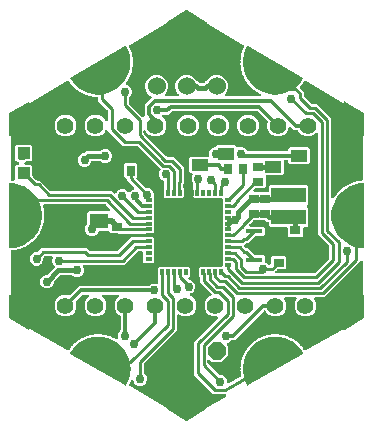
<source format=gbr>
G04 EAGLE Gerber RS-274X export*
G75*
%MOMM*%
%FSLAX34Y34*%
%LPD*%
%INBottom Copper*%
%IPPOS*%
%AMOC8*
5,1,8,0,0,1.08239X$1,22.5*%
G01*
%ADD10R,1.399997X0.400000*%
%ADD11P,1.649562X8X22.500000*%
%ADD12R,0.700000X0.900000*%
%ADD13R,0.900000X0.700000*%
%ADD14R,1.100000X1.000000*%
%ADD15R,1.500000X1.300000*%
%ADD16C,1.524000*%
%ADD17C,1.000000*%
%ADD18C,1.422400*%
%ADD19R,1.400000X1.000000*%
%ADD20R,0.550000X0.300000*%
%ADD21R,0.300000X0.550000*%
%ADD22R,5.600000X5.600000*%
%ADD23C,0.292100*%
%ADD24C,0.508000*%
%ADD25C,0.406400*%
%ADD26C,0.756400*%
%ADD27C,0.609600*%
%ADD28C,0.304800*%
%ADD29C,0.254000*%
%ADD30C,0.299719*%

G36*
X18Y-656D02*
X18Y-656D01*
X96Y-657D01*
X119Y-648D01*
X139Y-646D01*
X178Y-626D01*
X252Y-599D01*
X16706Y8901D01*
X16728Y8920D01*
X16753Y8932D01*
X16788Y8970D01*
X16791Y8972D01*
X16794Y8977D01*
X16801Y8985D01*
X16855Y9033D01*
X16867Y9059D01*
X16886Y9080D01*
X16910Y9148D01*
X16941Y9212D01*
X16942Y9241D01*
X16952Y9268D01*
X16947Y9339D01*
X16950Y9411D01*
X16940Y9438D01*
X16938Y9466D01*
X16895Y9558D01*
X16881Y9597D01*
X16873Y9605D01*
X16868Y9617D01*
X16461Y10208D01*
X32956Y19731D01*
X33067Y19815D01*
X33180Y19896D01*
X33193Y19911D01*
X33209Y19923D01*
X33296Y20032D01*
X33385Y20138D01*
X33394Y20157D01*
X33407Y20173D01*
X33464Y20300D01*
X33524Y20425D01*
X33528Y20444D01*
X33536Y20463D01*
X33560Y20600D01*
X33587Y20736D01*
X33586Y20757D01*
X33589Y20777D01*
X33578Y20915D01*
X33571Y21054D01*
X33565Y21073D01*
X33563Y21094D01*
X33517Y21225D01*
X33476Y21358D01*
X33465Y21375D01*
X33459Y21394D01*
X33382Y21510D01*
X33309Y21628D01*
X33294Y21642D01*
X33283Y21659D01*
X33179Y21752D01*
X33079Y21848D01*
X33062Y21858D01*
X33047Y21872D01*
X32924Y21936D01*
X32802Y22005D01*
X32776Y22014D01*
X32765Y22019D01*
X32745Y22024D01*
X32650Y22056D01*
X32387Y22127D01*
X32302Y22138D01*
X32219Y22160D01*
X32083Y22168D01*
X32072Y22170D01*
X32068Y22169D01*
X32059Y22170D01*
X22444Y22170D01*
X6273Y38341D01*
X6273Y58520D01*
X6300Y58570D01*
X6338Y58618D01*
X6377Y58709D01*
X6425Y58795D01*
X6440Y58854D01*
X6464Y58910D01*
X6479Y59008D01*
X6504Y59103D01*
X6511Y59203D01*
X6514Y59224D01*
X6513Y59236D01*
X6514Y59264D01*
X6514Y66219D01*
X8791Y68496D01*
X25872Y85577D01*
X25958Y85687D01*
X26046Y85794D01*
X26055Y85812D01*
X26067Y85828D01*
X26123Y85956D01*
X26182Y86081D01*
X26186Y86101D01*
X26194Y86120D01*
X26216Y86258D01*
X26242Y86394D01*
X26240Y86414D01*
X26243Y86434D01*
X26230Y86573D01*
X26222Y86711D01*
X26216Y86730D01*
X26214Y86751D01*
X26166Y86882D01*
X26124Y87014D01*
X26113Y87031D01*
X26106Y87050D01*
X26028Y87165D01*
X25954Y87282D01*
X25939Y87296D01*
X25927Y87313D01*
X25823Y87405D01*
X25722Y87500D01*
X25704Y87510D01*
X25689Y87524D01*
X25565Y87587D01*
X25443Y87654D01*
X25424Y87659D01*
X25406Y87668D01*
X25270Y87699D01*
X25136Y87733D01*
X25107Y87735D01*
X25095Y87738D01*
X25075Y87737D01*
X24975Y87744D01*
X22591Y87744D01*
X19249Y89128D01*
X16691Y91686D01*
X15306Y95029D01*
X15306Y98646D01*
X16691Y101989D01*
X19249Y104547D01*
X20332Y104996D01*
X20375Y105020D01*
X20422Y105037D01*
X20513Y105099D01*
X20608Y105153D01*
X20644Y105188D01*
X20685Y105216D01*
X20758Y105298D01*
X20837Y105375D01*
X20863Y105417D01*
X20896Y105454D01*
X20946Y105552D01*
X21003Y105646D01*
X21018Y105693D01*
X21040Y105737D01*
X21064Y105845D01*
X21097Y105950D01*
X21099Y105999D01*
X21110Y106048D01*
X21107Y106158D01*
X21112Y106267D01*
X21102Y106316D01*
X21100Y106366D01*
X21070Y106471D01*
X21048Y106579D01*
X21026Y106624D01*
X21012Y106671D01*
X20956Y106765D01*
X20908Y106864D01*
X20876Y106902D01*
X20850Y106945D01*
X20744Y107066D01*
X11088Y116721D01*
X11088Y120373D01*
X11076Y120472D01*
X11073Y120571D01*
X11065Y120597D01*
X11064Y120612D01*
X11054Y120643D01*
X11049Y120689D01*
X11012Y120781D01*
X10985Y120876D01*
X10972Y120898D01*
X10966Y120915D01*
X10947Y120945D01*
X10932Y120985D01*
X10873Y121065D01*
X10823Y121150D01*
X10802Y121174D01*
X10796Y121183D01*
X10782Y121196D01*
X10757Y121226D01*
X10745Y121242D01*
X10735Y121250D01*
X10717Y121271D01*
X10609Y121379D01*
X10609Y128521D01*
X11770Y129682D01*
X29386Y129682D01*
X29505Y129697D01*
X29623Y129704D01*
X29662Y129717D01*
X29702Y129722D01*
X29813Y129766D01*
X29926Y129802D01*
X29960Y129824D01*
X29998Y129839D01*
X30094Y129909D01*
X30194Y129972D01*
X30222Y130002D01*
X30255Y130026D01*
X30331Y130117D01*
X30412Y130204D01*
X30432Y130239D01*
X30458Y130271D01*
X30508Y130378D01*
X30566Y130483D01*
X30576Y130522D01*
X30593Y130558D01*
X30616Y130675D01*
X30645Y130790D01*
X30649Y130851D01*
X30653Y130871D01*
X30652Y130891D01*
X30656Y130951D01*
X30656Y186549D01*
X30641Y186667D01*
X30633Y186786D01*
X30621Y186824D01*
X30616Y186864D01*
X30572Y186975D01*
X30535Y187088D01*
X30514Y187122D01*
X30499Y187160D01*
X30429Y187256D01*
X30365Y187357D01*
X30336Y187385D01*
X30312Y187417D01*
X30220Y187493D01*
X30133Y187575D01*
X30098Y187594D01*
X30067Y187620D01*
X29959Y187671D01*
X29855Y187728D01*
X29816Y187739D01*
X29779Y187756D01*
X29662Y187778D01*
X29547Y187808D01*
X29487Y187812D01*
X29467Y187816D01*
X29447Y187814D01*
X29386Y187818D01*
X6769Y187818D01*
X5608Y188979D01*
X5608Y196401D01*
X5612Y196429D01*
X5637Y196525D01*
X5643Y196625D01*
X5646Y196645D01*
X5645Y196658D01*
X5647Y196686D01*
X5647Y199863D01*
X5635Y199961D01*
X5632Y200060D01*
X5615Y200118D01*
X5607Y200178D01*
X5571Y200270D01*
X5543Y200366D01*
X5512Y200418D01*
X5490Y200474D01*
X5432Y200554D01*
X5382Y200640D01*
X5315Y200715D01*
X5303Y200731D01*
X5294Y200739D01*
X5275Y200760D01*
X5062Y200973D01*
X4185Y203092D01*
X4185Y205385D01*
X4932Y207188D01*
X4945Y207236D01*
X4966Y207281D01*
X4987Y207389D01*
X5016Y207495D01*
X5017Y207545D01*
X5026Y207593D01*
X5019Y207703D01*
X5021Y207813D01*
X5009Y207861D01*
X5006Y207911D01*
X4972Y208015D01*
X4947Y208122D01*
X4924Y208166D01*
X4908Y208213D01*
X4850Y208306D01*
X4798Y208403D01*
X4765Y208440D01*
X4738Y208482D01*
X4658Y208557D01*
X4584Y208639D01*
X4543Y208666D01*
X4506Y208700D01*
X4410Y208753D01*
X4318Y208813D01*
X4271Y208829D01*
X4228Y208853D01*
X4122Y208881D01*
X4018Y208917D01*
X3968Y208920D01*
X3920Y208933D01*
X3759Y208943D01*
X3404Y208943D01*
X2243Y210104D01*
X2243Y221746D01*
X3404Y222907D01*
X18017Y222907D01*
X18135Y222922D01*
X18254Y222929D01*
X18293Y222942D01*
X18333Y222947D01*
X18443Y222991D01*
X18557Y223027D01*
X18591Y223049D01*
X18628Y223064D01*
X18725Y223134D01*
X18825Y223197D01*
X18853Y223227D01*
X18886Y223251D01*
X18962Y223342D01*
X19043Y223429D01*
X19063Y223464D01*
X19089Y223496D01*
X19139Y223603D01*
X19197Y223708D01*
X19207Y223747D01*
X19224Y223783D01*
X19246Y223900D01*
X19276Y224015D01*
X19280Y224076D01*
X19284Y224096D01*
X19283Y224116D01*
X19286Y224176D01*
X19286Y226572D01*
X20164Y228690D01*
X21785Y230311D01*
X24135Y231285D01*
X24163Y231293D01*
X24215Y231324D01*
X24272Y231346D01*
X24352Y231404D01*
X24437Y231454D01*
X24512Y231521D01*
X24529Y231533D01*
X24537Y231542D01*
X24558Y231561D01*
X25404Y232407D01*
X41046Y232407D01*
X42351Y231102D01*
X42374Y231084D01*
X42393Y231062D01*
X42499Y230987D01*
X42602Y230907D01*
X42629Y230895D01*
X42653Y230878D01*
X42775Y230832D01*
X42894Y230781D01*
X42923Y230776D01*
X42951Y230766D01*
X43080Y230751D01*
X43208Y230731D01*
X43237Y230734D01*
X43267Y230730D01*
X43395Y230749D01*
X43525Y230761D01*
X43552Y230771D01*
X43582Y230775D01*
X43734Y230827D01*
X44891Y231306D01*
X47184Y231306D01*
X49302Y230429D01*
X50924Y228807D01*
X51206Y228127D01*
X51220Y228101D01*
X51229Y228073D01*
X51299Y227963D01*
X51363Y227851D01*
X51384Y227830D01*
X51400Y227805D01*
X51494Y227715D01*
X51585Y227622D01*
X51610Y227607D01*
X51631Y227587D01*
X51745Y227524D01*
X51856Y227456D01*
X51884Y227447D01*
X51910Y227433D01*
X52035Y227401D01*
X52160Y227362D01*
X52189Y227361D01*
X52218Y227354D01*
X52378Y227343D01*
X84886Y227343D01*
X85005Y227358D01*
X85123Y227366D01*
X85162Y227378D01*
X85202Y227383D01*
X85313Y227427D01*
X85426Y227464D01*
X85460Y227485D01*
X85498Y227500D01*
X85594Y227570D01*
X85694Y227634D01*
X85722Y227663D01*
X85755Y227687D01*
X85831Y227779D01*
X85912Y227866D01*
X85932Y227901D01*
X85958Y227932D01*
X86008Y228040D01*
X86066Y228144D01*
X86076Y228183D01*
X86093Y228220D01*
X86116Y228337D01*
X86145Y228452D01*
X86149Y228512D01*
X86153Y228532D01*
X86152Y228552D01*
X86156Y228613D01*
X86156Y229658D01*
X87317Y230819D01*
X102958Y230819D01*
X104119Y229658D01*
X104119Y218017D01*
X102958Y216856D01*
X87317Y216856D01*
X86156Y218017D01*
X86156Y219062D01*
X86141Y219181D01*
X86133Y219299D01*
X86121Y219338D01*
X86116Y219378D01*
X86072Y219489D01*
X86035Y219602D01*
X86014Y219636D01*
X85999Y219674D01*
X85929Y219770D01*
X85865Y219870D01*
X85836Y219898D01*
X85812Y219931D01*
X85720Y220007D01*
X85633Y220088D01*
X85598Y220108D01*
X85567Y220134D01*
X85459Y220184D01*
X85355Y220242D01*
X85316Y220252D01*
X85279Y220269D01*
X85162Y220292D01*
X85047Y220321D01*
X84987Y220325D01*
X84967Y220329D01*
X84947Y220328D01*
X84886Y220332D01*
X83389Y220332D01*
X83270Y220317D01*
X83152Y220309D01*
X83113Y220297D01*
X83073Y220292D01*
X82962Y220248D01*
X82849Y220211D01*
X82815Y220190D01*
X82777Y220175D01*
X82681Y220105D01*
X82581Y220041D01*
X82553Y220012D01*
X82520Y219988D01*
X82444Y219896D01*
X82363Y219809D01*
X82343Y219774D01*
X82317Y219743D01*
X82267Y219635D01*
X82209Y219531D01*
X82199Y219492D01*
X82182Y219455D01*
X82159Y219338D01*
X82130Y219223D01*
X82126Y219163D01*
X82122Y219143D01*
X82123Y219123D01*
X82119Y219062D01*
X82119Y208517D01*
X80958Y207356D01*
X68076Y207356D01*
X67958Y207341D01*
X67839Y207333D01*
X67801Y207321D01*
X67761Y207316D01*
X67650Y207272D01*
X67537Y207235D01*
X67503Y207214D01*
X67465Y207199D01*
X67369Y207129D01*
X67268Y207065D01*
X67240Y207036D01*
X67208Y207012D01*
X67132Y206920D01*
X67050Y206833D01*
X67031Y206798D01*
X67005Y206767D01*
X66954Y206659D01*
X66897Y206555D01*
X66886Y206516D01*
X66869Y206479D01*
X66847Y206362D01*
X66817Y206247D01*
X66813Y206187D01*
X66809Y206167D01*
X66811Y206147D01*
X66807Y206086D01*
X66807Y197142D01*
X65646Y195981D01*
X58182Y195981D01*
X58084Y195968D01*
X57985Y195965D01*
X57927Y195948D01*
X57867Y195941D01*
X57775Y195904D01*
X57680Y195877D01*
X57627Y195846D01*
X57571Y195824D01*
X57491Y195766D01*
X57406Y195715D01*
X57330Y195649D01*
X57314Y195637D01*
X57306Y195627D01*
X57285Y195609D01*
X56800Y195124D01*
X56715Y195014D01*
X56626Y194907D01*
X56617Y194888D01*
X56605Y194872D01*
X56549Y194744D01*
X56490Y194619D01*
X56487Y194599D01*
X56478Y194581D01*
X56456Y194442D01*
X56431Y194307D01*
X56432Y194287D01*
X56429Y194266D01*
X56442Y194128D01*
X56450Y193989D01*
X56456Y193970D01*
X56458Y193950D01*
X56505Y193819D01*
X56548Y193687D01*
X56559Y193670D01*
X56566Y193651D01*
X56644Y193536D01*
X56718Y193418D01*
X56733Y193404D01*
X56745Y193387D01*
X56849Y193295D01*
X56950Y193200D01*
X56968Y193190D01*
X56983Y193177D01*
X57107Y193114D01*
X57229Y193047D01*
X57248Y193042D01*
X57266Y193032D01*
X57402Y193002D01*
X57537Y192967D01*
X57565Y192965D01*
X57577Y192963D01*
X57597Y192963D01*
X57697Y192957D01*
X68624Y192957D01*
X68742Y192972D01*
X68861Y192979D01*
X68899Y192992D01*
X68939Y192997D01*
X69050Y193041D01*
X69163Y193077D01*
X69197Y193099D01*
X69235Y193114D01*
X69331Y193184D01*
X69432Y193247D01*
X69460Y193277D01*
X69492Y193301D01*
X69568Y193392D01*
X69650Y193479D01*
X69669Y193514D01*
X69695Y193546D01*
X69746Y193653D01*
X69803Y193758D01*
X69814Y193797D01*
X69831Y193833D01*
X69853Y193950D01*
X69883Y194065D01*
X69887Y194126D01*
X69891Y194146D01*
X69889Y194166D01*
X69893Y194226D01*
X69893Y197796D01*
X71054Y198957D01*
X101983Y198957D01*
X103144Y197796D01*
X103144Y183154D01*
X101863Y181873D01*
X101790Y181778D01*
X101711Y181689D01*
X101693Y181653D01*
X101668Y181621D01*
X101621Y181512D01*
X101567Y181406D01*
X101558Y181367D01*
X101542Y181329D01*
X101523Y181212D01*
X101497Y181096D01*
X101498Y181055D01*
X101492Y181015D01*
X101503Y180897D01*
X101507Y180778D01*
X101518Y180739D01*
X101522Y180699D01*
X101562Y180586D01*
X101595Y180472D01*
X101615Y180438D01*
X101629Y180399D01*
X101696Y180301D01*
X101756Y180198D01*
X101796Y180153D01*
X101808Y180136D01*
X101823Y180123D01*
X101863Y180078D01*
X103144Y178796D01*
X103144Y164154D01*
X101983Y162993D01*
X99826Y162993D01*
X99708Y162978D01*
X99589Y162971D01*
X99551Y162958D01*
X99511Y162953D01*
X99400Y162909D01*
X99287Y162873D01*
X99253Y162851D01*
X99215Y162836D01*
X99119Y162766D01*
X99018Y162703D01*
X98990Y162673D01*
X98958Y162649D01*
X98882Y162558D01*
X98800Y162471D01*
X98781Y162436D01*
X98755Y162404D01*
X98704Y162297D01*
X98647Y162192D01*
X98636Y162153D01*
X98619Y162117D01*
X98597Y162000D01*
X98567Y161885D01*
X98563Y161824D01*
X98559Y161804D01*
X98561Y161784D01*
X98557Y161724D01*
X98557Y156167D01*
X97396Y155006D01*
X86754Y155006D01*
X85593Y156167D01*
X85593Y161724D01*
X85578Y161842D01*
X85571Y161961D01*
X85558Y161999D01*
X85553Y162039D01*
X85509Y162150D01*
X85473Y162263D01*
X85451Y162297D01*
X85436Y162335D01*
X85366Y162431D01*
X85303Y162532D01*
X85273Y162560D01*
X85249Y162592D01*
X85158Y162668D01*
X85071Y162750D01*
X85036Y162769D01*
X85004Y162795D01*
X84897Y162846D01*
X84792Y162903D01*
X84753Y162914D01*
X84717Y162931D01*
X84600Y162953D01*
X84485Y162983D01*
X84424Y162987D01*
X84404Y162991D01*
X84384Y162989D01*
X84324Y162993D01*
X71054Y162993D01*
X69893Y164154D01*
X69893Y166192D01*
X69878Y166310D01*
X69871Y166429D01*
X69858Y166467D01*
X69853Y166507D01*
X69809Y166618D01*
X69773Y166731D01*
X69751Y166765D01*
X69736Y166803D01*
X69666Y166899D01*
X69603Y167000D01*
X69573Y167028D01*
X69549Y167060D01*
X69458Y167136D01*
X69371Y167218D01*
X69336Y167237D01*
X69304Y167263D01*
X69197Y167314D01*
X69092Y167371D01*
X69053Y167382D01*
X69017Y167399D01*
X68900Y167421D01*
X68785Y167451D01*
X68724Y167455D01*
X68704Y167459D01*
X68684Y167457D01*
X68624Y167461D01*
X68012Y167461D01*
X66852Y168621D01*
X66774Y168682D01*
X66702Y168750D01*
X66649Y168779D01*
X66601Y168816D01*
X66510Y168856D01*
X66423Y168903D01*
X66365Y168919D01*
X66309Y168943D01*
X66211Y168958D01*
X66115Y168983D01*
X66015Y168989D01*
X65995Y168992D01*
X65983Y168991D01*
X65955Y168993D01*
X57062Y168993D01*
X56964Y168981D01*
X56865Y168978D01*
X56807Y168961D01*
X56747Y168953D01*
X56654Y168917D01*
X56559Y168889D01*
X56507Y168858D01*
X56451Y168836D01*
X56371Y168778D01*
X56285Y168728D01*
X56210Y168661D01*
X56194Y168649D01*
X56186Y168640D01*
X56165Y168621D01*
X53329Y165786D01*
X53244Y165676D01*
X53156Y165569D01*
X53147Y165551D01*
X53134Y165535D01*
X53079Y165407D01*
X53020Y165281D01*
X53016Y165262D01*
X53008Y165243D01*
X52986Y165105D01*
X52960Y164969D01*
X52961Y164949D01*
X52958Y164929D01*
X52971Y164790D01*
X52980Y164652D01*
X52986Y164633D01*
X52988Y164612D01*
X53035Y164481D01*
X53078Y164349D01*
X53089Y164332D01*
X53096Y164313D01*
X53174Y164197D01*
X53248Y164081D01*
X53263Y164067D01*
X53274Y164050D01*
X53378Y163958D01*
X53480Y163863D01*
X53498Y163853D01*
X53513Y163839D01*
X53637Y163776D01*
X53758Y163709D01*
X53778Y163704D01*
X53796Y163695D01*
X53932Y163664D01*
X54066Y163630D01*
X54094Y163628D01*
X54106Y163625D01*
X54127Y163626D01*
X54227Y163619D01*
X64971Y163619D01*
X66132Y162458D01*
X66132Y156817D01*
X64971Y155656D01*
X58293Y155656D01*
X58195Y155643D01*
X58096Y155640D01*
X58037Y155623D01*
X57977Y155616D01*
X57885Y155579D01*
X57790Y155552D01*
X57738Y155521D01*
X57682Y155499D01*
X57601Y155441D01*
X57516Y155390D01*
X57441Y155324D01*
X57424Y155312D01*
X57416Y155302D01*
X57395Y155284D01*
X51748Y149637D01*
X50676Y149637D01*
X50578Y149624D01*
X50479Y149621D01*
X50421Y149605D01*
X50360Y149597D01*
X50268Y149560D01*
X50173Y149533D01*
X50121Y149502D01*
X50065Y149480D01*
X49985Y149422D01*
X49899Y149371D01*
X49824Y149305D01*
X49807Y149293D01*
X49800Y149284D01*
X49779Y149265D01*
X49049Y148535D01*
X48975Y148441D01*
X48897Y148352D01*
X48878Y148316D01*
X48854Y148284D01*
X48806Y148174D01*
X48752Y148068D01*
X48743Y148029D01*
X48727Y147992D01*
X48709Y147874D01*
X48683Y147758D01*
X48684Y147718D01*
X48677Y147678D01*
X48689Y147559D01*
X48692Y147440D01*
X48703Y147401D01*
X48707Y147361D01*
X48748Y147249D01*
X48781Y147135D01*
X48801Y147100D01*
X48815Y147062D01*
X48882Y146963D01*
X48942Y146861D01*
X48982Y146816D01*
X48993Y146799D01*
X49009Y146785D01*
X49049Y146740D01*
X49779Y146010D01*
X49857Y145949D01*
X49929Y145881D01*
X49982Y145852D01*
X50030Y145815D01*
X50121Y145776D01*
X50207Y145728D01*
X50266Y145713D01*
X50322Y145689D01*
X50420Y145673D01*
X50515Y145648D01*
X50615Y145642D01*
X50636Y145639D01*
X50648Y145640D01*
X50676Y145638D01*
X51748Y145638D01*
X57395Y139991D01*
X57474Y139930D01*
X57546Y139863D01*
X57599Y139833D01*
X57647Y139796D01*
X57737Y139757D01*
X57824Y139709D01*
X57883Y139694D01*
X57938Y139670D01*
X58036Y139654D01*
X58132Y139630D01*
X58232Y139623D01*
X58252Y139620D01*
X58265Y139621D01*
X58293Y139619D01*
X64971Y139619D01*
X66132Y138458D01*
X66132Y134348D01*
X66136Y134319D01*
X66133Y134289D01*
X66155Y134161D01*
X66172Y134032D01*
X66183Y134005D01*
X66188Y133976D01*
X66241Y133857D01*
X66289Y133737D01*
X66306Y133713D01*
X66318Y133686D01*
X66399Y133584D01*
X66476Y133479D01*
X66498Y133461D01*
X66517Y133437D01*
X66621Y133359D01*
X66721Y133277D01*
X66747Y133264D01*
X66771Y133246D01*
X66915Y133175D01*
X68102Y132684D01*
X69139Y131647D01*
X69248Y131562D01*
X69356Y131473D01*
X69374Y131464D01*
X69390Y131452D01*
X69518Y131397D01*
X69643Y131337D01*
X69663Y131334D01*
X69682Y131326D01*
X69820Y131304D01*
X69956Y131278D01*
X69976Y131279D01*
X69996Y131276D01*
X70135Y131289D01*
X70273Y131297D01*
X70292Y131304D01*
X70313Y131306D01*
X70444Y131353D01*
X70576Y131395D01*
X70593Y131406D01*
X70612Y131413D01*
X70727Y131491D01*
X70844Y131566D01*
X70858Y131580D01*
X70875Y131592D01*
X70967Y131696D01*
X71062Y131797D01*
X71072Y131815D01*
X71086Y131830D01*
X71149Y131954D01*
X71216Y132076D01*
X71221Y132095D01*
X71230Y132113D01*
X71261Y132249D01*
X71295Y132384D01*
X71297Y132412D01*
X71300Y132424D01*
X71299Y132444D01*
X71306Y132544D01*
X71306Y137521D01*
X72467Y138682D01*
X83108Y138682D01*
X84269Y137521D01*
X84269Y128879D01*
X83108Y127718D01*
X77430Y127718D01*
X77332Y127706D01*
X77233Y127703D01*
X77175Y127686D01*
X77115Y127678D01*
X77023Y127642D01*
X76928Y127614D01*
X76875Y127583D01*
X76819Y127561D01*
X76739Y127503D01*
X76654Y127453D01*
X76578Y127386D01*
X76562Y127374D01*
X76554Y127365D01*
X76533Y127346D01*
X75369Y126183D01*
X75284Y126074D01*
X75195Y125966D01*
X75187Y125948D01*
X75174Y125932D01*
X75119Y125804D01*
X75060Y125678D01*
X75056Y125658D01*
X75048Y125640D01*
X75026Y125502D01*
X75000Y125366D01*
X75001Y125346D01*
X74998Y125326D01*
X75011Y125187D01*
X75020Y125049D01*
X75026Y125029D01*
X75028Y125009D01*
X75075Y124878D01*
X75118Y124746D01*
X75129Y124729D01*
X75136Y124710D01*
X75214Y124595D01*
X75288Y124477D01*
X75303Y124463D01*
X75314Y124447D01*
X75418Y124355D01*
X75520Y124259D01*
X75537Y124250D01*
X75553Y124236D01*
X75676Y124173D01*
X75798Y124106D01*
X75818Y124101D01*
X75836Y124092D01*
X75972Y124061D01*
X76106Y124026D01*
X76134Y124025D01*
X76146Y124022D01*
X76167Y124023D01*
X76267Y124016D01*
X107621Y124016D01*
X107719Y124029D01*
X107818Y124032D01*
X107876Y124048D01*
X107936Y124056D01*
X108028Y124092D01*
X108124Y124120D01*
X108176Y124151D01*
X108232Y124173D01*
X108312Y124231D01*
X108397Y124282D01*
X108473Y124348D01*
X108489Y124360D01*
X108497Y124369D01*
X108518Y124388D01*
X120443Y136312D01*
X120503Y136391D01*
X120571Y136463D01*
X120600Y136516D01*
X120638Y136564D01*
X120677Y136654D01*
X120725Y136741D01*
X120740Y136800D01*
X120764Y136855D01*
X120779Y136953D01*
X120804Y137049D01*
X120811Y137149D01*
X120814Y137169D01*
X120813Y137182D01*
X120814Y137210D01*
X120814Y147067D01*
X120802Y147165D01*
X120799Y147264D01*
X120782Y147322D01*
X120775Y147383D01*
X120738Y147475D01*
X120711Y147570D01*
X120680Y147622D01*
X120658Y147678D01*
X120599Y147758D01*
X120549Y147844D01*
X120483Y147919D01*
X120471Y147936D01*
X120461Y147943D01*
X120443Y147965D01*
X113382Y155025D01*
X111106Y157302D01*
X111106Y241818D01*
X111088Y241956D01*
X111075Y242094D01*
X111068Y242113D01*
X111066Y242134D01*
X111015Y242263D01*
X110968Y242394D01*
X110956Y242411D01*
X110949Y242429D01*
X110867Y242542D01*
X110789Y242657D01*
X110774Y242670D01*
X110762Y242687D01*
X110655Y242775D01*
X110550Y242867D01*
X110532Y242877D01*
X110517Y242889D01*
X110391Y242949D01*
X110267Y243012D01*
X110247Y243016D01*
X110229Y243025D01*
X110093Y243051D01*
X109957Y243082D01*
X109937Y243081D01*
X109917Y243085D01*
X109778Y243076D01*
X109639Y243072D01*
X109620Y243066D01*
X109599Y243065D01*
X109468Y243022D01*
X109334Y242984D01*
X109316Y242973D01*
X109297Y242967D01*
X109179Y242893D01*
X109060Y242822D01*
X109039Y242803D01*
X109028Y242797D01*
X109014Y242782D01*
X108939Y242716D01*
X107751Y241528D01*
X104409Y240144D01*
X100791Y240144D01*
X97449Y241528D01*
X94891Y244086D01*
X94534Y244948D01*
X94519Y244974D01*
X94510Y245002D01*
X94440Y245111D01*
X94376Y245224D01*
X94355Y245245D01*
X94340Y245270D01*
X94245Y245360D01*
X94155Y245453D01*
X94130Y245468D01*
X94108Y245488D01*
X93994Y245551D01*
X93884Y245619D01*
X93855Y245628D01*
X93830Y245642D01*
X93704Y245674D01*
X93580Y245713D01*
X93550Y245714D01*
X93522Y245721D01*
X93361Y245732D01*
X90763Y245732D01*
X88449Y248045D01*
X88410Y248076D01*
X88376Y248113D01*
X88285Y248173D01*
X88198Y248240D01*
X88152Y248260D01*
X88111Y248287D01*
X88007Y248323D01*
X87906Y248367D01*
X87857Y248374D01*
X87810Y248391D01*
X87700Y248399D01*
X87592Y248417D01*
X87542Y248412D01*
X87493Y248416D01*
X87385Y248397D01*
X87275Y248387D01*
X87228Y248370D01*
X87179Y248361D01*
X87079Y248316D01*
X86976Y248279D01*
X86935Y248251D01*
X86889Y248231D01*
X86804Y248162D01*
X86713Y248101D01*
X86680Y248063D01*
X86641Y248032D01*
X86575Y247945D01*
X86502Y247862D01*
X86480Y247818D01*
X86450Y247778D01*
X86379Y247634D01*
X84909Y244086D01*
X82351Y241528D01*
X79009Y240144D01*
X75391Y240144D01*
X72049Y241528D01*
X69491Y244086D01*
X68106Y247429D01*
X68106Y251046D01*
X68463Y251908D01*
X68471Y251937D01*
X68484Y251963D01*
X68488Y251979D01*
X68490Y251984D01*
X68498Y252025D01*
X68513Y252090D01*
X68547Y252215D01*
X68547Y252244D01*
X68554Y252273D01*
X68550Y252403D01*
X68552Y252533D01*
X68545Y252562D01*
X68544Y252591D01*
X68508Y252716D01*
X68478Y252842D01*
X68464Y252868D01*
X68456Y252897D01*
X68390Y253008D01*
X68329Y253123D01*
X68309Y253145D01*
X68294Y253171D01*
X68188Y253291D01*
X59978Y261502D01*
X59900Y261562D01*
X59827Y261630D01*
X59774Y261659D01*
X59727Y261696D01*
X59636Y261736D01*
X59549Y261784D01*
X59490Y261799D01*
X59435Y261823D01*
X59337Y261838D01*
X59241Y261863D01*
X59141Y261869D01*
X59121Y261873D01*
X59108Y261871D01*
X59080Y261873D01*
X-11218Y261873D01*
X-11316Y261861D01*
X-11415Y261858D01*
X-11473Y261841D01*
X-11533Y261833D01*
X-11625Y261797D01*
X-11720Y261769D01*
X-11773Y261739D01*
X-11829Y261716D01*
X-11909Y261658D01*
X-11994Y261608D01*
X-12070Y261542D01*
X-12086Y261530D01*
X-12094Y261520D01*
X-12115Y261502D01*
X-15010Y258607D01*
X-19639Y258607D01*
X-19737Y258594D01*
X-19836Y258591D01*
X-19895Y258575D01*
X-19955Y258567D01*
X-20047Y258530D01*
X-20142Y258503D01*
X-20194Y258472D01*
X-20250Y258450D01*
X-20330Y258392D01*
X-20416Y258341D01*
X-20491Y258275D01*
X-20508Y258263D01*
X-20516Y258254D01*
X-20537Y258235D01*
X-20639Y258132D01*
X-20712Y258038D01*
X-20791Y257949D01*
X-20809Y257913D01*
X-20834Y257881D01*
X-20882Y257772D01*
X-20936Y257666D01*
X-20944Y257627D01*
X-20961Y257589D01*
X-20979Y257472D01*
X-21005Y257356D01*
X-21004Y257315D01*
X-21010Y257275D01*
X-20999Y257157D01*
X-20996Y257038D01*
X-20984Y256999D01*
X-20981Y256959D01*
X-20940Y256846D01*
X-20907Y256732D01*
X-20887Y256697D01*
X-20873Y256659D01*
X-20806Y256561D01*
X-20746Y256458D01*
X-20706Y256413D01*
X-20694Y256396D01*
X-20679Y256383D01*
X-20639Y256337D01*
X-18691Y254389D01*
X-17306Y251046D01*
X-17306Y247429D01*
X-18691Y244086D01*
X-21249Y241528D01*
X-24591Y240144D01*
X-28209Y240144D01*
X-31551Y241528D01*
X-34109Y244086D01*
X-34244Y244412D01*
X-34279Y244473D01*
X-34305Y244537D01*
X-34357Y244610D01*
X-34402Y244688D01*
X-34451Y244738D01*
X-34491Y244795D01*
X-34561Y244852D01*
X-34623Y244917D01*
X-34683Y244953D01*
X-34736Y244998D01*
X-34818Y245036D01*
X-34894Y245083D01*
X-34961Y245103D01*
X-35024Y245133D01*
X-35112Y245150D01*
X-35198Y245177D01*
X-35268Y245180D01*
X-35337Y245193D01*
X-35426Y245187D01*
X-35516Y245192D01*
X-35584Y245178D01*
X-35654Y245173D01*
X-35739Y245146D01*
X-35827Y245127D01*
X-35890Y245097D01*
X-35956Y245075D01*
X-36032Y245027D01*
X-36113Y244988D01*
X-36166Y244942D01*
X-36225Y244905D01*
X-36287Y244840D01*
X-36355Y244781D01*
X-36395Y244724D01*
X-36443Y244673D01*
X-36486Y244595D01*
X-36538Y244521D01*
X-36563Y244456D01*
X-36597Y244395D01*
X-36619Y244308D01*
X-36651Y244224D01*
X-36659Y244155D01*
X-36676Y244087D01*
X-36686Y243926D01*
X-36686Y243211D01*
X-36674Y243113D01*
X-36671Y243014D01*
X-36654Y242956D01*
X-36646Y242896D01*
X-36610Y242804D01*
X-36582Y242709D01*
X-36552Y242656D01*
X-36529Y242600D01*
X-36471Y242520D01*
X-36421Y242435D01*
X-36355Y242359D01*
X-36343Y242343D01*
X-36333Y242335D01*
X-36315Y242314D01*
X-17141Y223141D01*
X-17063Y223080D01*
X-16991Y223012D01*
X-16938Y222983D01*
X-16890Y222946D01*
X-16799Y222906D01*
X-16712Y222858D01*
X-16654Y222843D01*
X-16598Y222819D01*
X-16500Y222804D01*
X-16405Y222779D01*
X-16304Y222773D01*
X-16284Y222769D01*
X-16272Y222771D01*
X-16244Y222769D01*
X-11330Y222769D01*
X-2656Y214095D01*
X-2656Y200221D01*
X-2669Y200207D01*
X-2698Y200154D01*
X-2736Y200106D01*
X-2775Y200015D01*
X-2823Y199929D01*
X-2838Y199870D01*
X-2862Y199814D01*
X-2878Y199716D01*
X-2902Y199621D01*
X-2909Y199521D01*
X-2912Y199500D01*
X-2911Y199488D01*
X-2912Y199460D01*
X-2912Y197126D01*
X-2900Y197028D01*
X-2897Y196929D01*
X-2880Y196871D01*
X-2873Y196811D01*
X-2836Y196719D01*
X-2809Y196624D01*
X-2778Y196572D01*
X-2756Y196515D01*
X-2697Y196435D01*
X-2647Y196350D01*
X-2581Y196274D01*
X-2569Y196258D01*
X-2559Y196250D01*
X-2541Y196229D01*
X-2433Y196121D01*
X-2433Y188979D01*
X-3594Y187818D01*
X-18237Y187818D01*
X-19398Y188979D01*
X-19398Y196401D01*
X-19394Y196429D01*
X-19369Y196525D01*
X-19363Y196625D01*
X-19360Y196645D01*
X-19361Y196658D01*
X-19359Y196686D01*
X-19359Y201661D01*
X-19363Y201690D01*
X-19360Y201720D01*
X-19381Y201839D01*
X-19381Y201844D01*
X-19383Y201848D01*
X-19399Y201977D01*
X-19410Y202004D01*
X-19415Y202033D01*
X-19468Y202152D01*
X-19516Y202272D01*
X-19533Y202296D01*
X-19545Y202323D01*
X-19626Y202425D01*
X-19703Y202530D01*
X-19725Y202548D01*
X-19744Y202572D01*
X-19848Y202650D01*
X-19948Y202732D01*
X-19974Y202745D01*
X-19998Y202763D01*
X-20142Y202834D01*
X-20728Y203076D01*
X-22349Y204698D01*
X-23226Y206816D01*
X-23226Y209109D01*
X-22319Y211299D01*
X-22312Y211314D01*
X-22287Y211345D01*
X-22240Y211455D01*
X-22186Y211561D01*
X-22177Y211600D01*
X-22161Y211637D01*
X-22142Y211755D01*
X-22116Y211871D01*
X-22117Y211912D01*
X-22111Y211951D01*
X-22122Y212070D01*
X-22126Y212189D01*
X-22137Y212228D01*
X-22141Y212268D01*
X-22181Y212380D01*
X-22214Y212495D01*
X-22234Y212529D01*
X-22248Y212567D01*
X-22315Y212666D01*
X-22376Y212769D01*
X-22415Y212814D01*
X-22427Y212830D01*
X-22442Y212844D01*
X-22482Y212889D01*
X-23613Y214020D01*
X-41033Y231440D01*
X-41111Y231501D01*
X-41183Y231569D01*
X-41236Y231598D01*
X-41284Y231635D01*
X-41375Y231674D01*
X-41461Y231722D01*
X-41520Y231737D01*
X-41576Y231761D01*
X-41674Y231777D01*
X-41769Y231802D01*
X-41869Y231808D01*
X-41890Y231811D01*
X-41902Y231810D01*
X-41930Y231812D01*
X-53848Y231812D01*
X-66870Y244833D01*
X-66876Y244845D01*
X-66909Y244928D01*
X-66950Y244985D01*
X-66982Y245046D01*
X-67043Y245113D01*
X-67096Y245185D01*
X-67150Y245230D01*
X-67196Y245282D01*
X-67271Y245331D01*
X-67341Y245388D01*
X-67404Y245418D01*
X-67462Y245456D01*
X-67547Y245486D01*
X-67628Y245524D01*
X-67697Y245537D01*
X-67763Y245560D01*
X-67852Y245567D01*
X-67941Y245584D01*
X-68010Y245579D01*
X-68080Y245585D01*
X-68168Y245569D01*
X-68258Y245564D01*
X-68324Y245542D01*
X-68393Y245530D01*
X-68475Y245493D01*
X-68561Y245466D01*
X-68620Y245429D01*
X-68683Y245400D01*
X-68753Y245344D01*
X-68829Y245296D01*
X-68877Y245245D01*
X-68932Y245201D01*
X-68986Y245130D01*
X-69047Y245064D01*
X-69081Y245003D01*
X-69123Y244947D01*
X-69194Y244803D01*
X-69491Y244086D01*
X-72049Y241528D01*
X-75391Y240144D01*
X-79009Y240144D01*
X-82351Y241528D01*
X-84909Y244086D01*
X-86294Y247429D01*
X-86294Y251046D01*
X-84909Y254389D01*
X-82351Y256947D01*
X-79009Y258331D01*
X-75391Y258331D01*
X-72049Y256947D01*
X-69491Y254389D01*
X-69194Y253672D01*
X-69159Y253612D01*
X-69134Y253547D01*
X-69081Y253474D01*
X-69036Y253396D01*
X-68988Y253346D01*
X-68947Y253290D01*
X-68877Y253232D01*
X-68815Y253168D01*
X-68756Y253131D01*
X-68702Y253087D01*
X-68621Y253048D01*
X-68544Y253001D01*
X-68477Y252981D01*
X-68414Y252951D01*
X-68326Y252934D01*
X-68240Y252908D01*
X-68170Y252904D01*
X-68102Y252891D01*
X-68012Y252897D01*
X-67922Y252893D01*
X-67854Y252907D01*
X-67784Y252911D01*
X-67699Y252939D01*
X-67611Y252957D01*
X-67548Y252988D01*
X-67482Y253009D01*
X-67406Y253057D01*
X-67325Y253097D01*
X-67272Y253142D01*
X-67213Y253179D01*
X-67151Y253245D01*
X-67083Y253303D01*
X-67043Y253360D01*
X-66995Y253411D01*
X-66952Y253490D01*
X-66900Y253563D01*
X-66875Y253628D01*
X-66842Y253689D01*
X-66819Y253777D01*
X-66787Y253860D01*
X-66780Y253930D01*
X-66762Y253997D01*
X-66752Y254158D01*
X-66752Y261643D01*
X-66764Y261741D01*
X-66767Y261840D01*
X-66784Y261898D01*
X-66792Y261959D01*
X-66828Y262051D01*
X-66856Y262146D01*
X-66887Y262198D01*
X-66909Y262254D01*
X-66967Y262334D01*
X-67017Y262420D01*
X-67084Y262495D01*
X-67096Y262512D01*
X-67105Y262519D01*
X-67124Y262541D01*
X-74802Y270219D01*
X-74802Y272099D01*
X-74803Y272107D01*
X-74802Y272114D01*
X-74823Y272264D01*
X-74842Y272415D01*
X-74844Y272422D01*
X-74845Y272429D01*
X-74903Y272570D01*
X-74959Y272711D01*
X-74963Y272716D01*
X-74966Y272723D01*
X-75056Y272845D01*
X-75146Y272968D01*
X-75151Y272973D01*
X-75156Y272978D01*
X-75274Y273074D01*
X-75391Y273171D01*
X-75397Y273174D01*
X-75403Y273178D01*
X-75542Y273242D01*
X-75678Y273306D01*
X-75685Y273308D01*
X-75692Y273311D01*
X-75795Y273329D01*
X-75818Y273344D01*
X-75948Y273431D01*
X-75952Y273432D01*
X-75956Y273434D01*
X-76102Y273484D01*
X-76249Y273535D01*
X-76253Y273535D01*
X-76257Y273536D01*
X-76416Y273559D01*
X-77979Y273676D01*
X-77983Y273675D01*
X-77987Y273676D01*
X-78142Y273667D01*
X-78296Y273660D01*
X-78300Y273658D01*
X-78304Y273658D01*
X-78451Y273611D01*
X-78534Y273585D01*
X-79302Y273761D01*
X-79317Y273762D01*
X-79330Y273767D01*
X-79490Y273789D01*
X-80277Y273848D01*
X-80336Y273901D01*
X-80340Y273903D01*
X-80343Y273906D01*
X-80479Y273977D01*
X-80618Y274049D01*
X-80622Y274050D01*
X-80625Y274052D01*
X-80780Y274098D01*
X-82307Y274446D01*
X-82311Y274447D01*
X-82315Y274448D01*
X-82470Y274463D01*
X-82624Y274478D01*
X-82628Y274477D01*
X-82632Y274478D01*
X-82786Y274453D01*
X-82870Y274440D01*
X-83603Y274728D01*
X-83618Y274731D01*
X-83630Y274738D01*
X-83785Y274784D01*
X-84554Y274959D01*
X-84605Y275021D01*
X-84608Y275024D01*
X-84611Y275027D01*
X-84735Y275117D01*
X-84861Y275209D01*
X-84865Y275211D01*
X-84868Y275213D01*
X-85014Y275281D01*
X-86473Y275854D01*
X-86477Y275855D01*
X-86480Y275857D01*
X-86629Y275893D01*
X-86781Y275932D01*
X-86785Y275932D01*
X-86789Y275933D01*
X-86944Y275932D01*
X-87030Y275931D01*
X-87712Y276325D01*
X-87726Y276331D01*
X-87737Y276339D01*
X-87883Y276408D01*
X-88618Y276696D01*
X-88659Y276764D01*
X-88662Y276767D01*
X-88664Y276771D01*
X-88775Y276880D01*
X-88884Y276989D01*
X-88888Y276991D01*
X-88891Y276994D01*
X-89025Y277083D01*
X-90382Y277866D01*
X-90385Y277868D01*
X-90389Y277870D01*
X-90532Y277930D01*
X-90675Y277990D01*
X-90679Y277990D01*
X-90683Y277992D01*
X-90837Y278013D01*
X-90921Y278026D01*
X-91537Y278517D01*
X-91550Y278525D01*
X-91560Y278535D01*
X-91694Y278624D01*
X-92377Y279019D01*
X-92408Y279093D01*
X-92410Y279096D01*
X-92412Y279100D01*
X-92506Y279225D01*
X-92597Y279348D01*
X-92600Y279351D01*
X-92603Y279354D01*
X-92722Y279462D01*
X-93947Y280439D01*
X-93951Y280441D01*
X-93953Y280444D01*
X-94085Y280523D01*
X-94219Y280604D01*
X-94222Y280606D01*
X-94226Y280608D01*
X-94377Y280653D01*
X-94457Y280677D01*
X-94993Y281255D01*
X-95004Y281264D01*
X-95013Y281276D01*
X-95132Y281384D01*
X-95749Y281876D01*
X-95768Y281953D01*
X-95770Y281957D01*
X-95771Y281961D01*
X-95845Y282098D01*
X-95917Y282234D01*
X-95920Y282237D01*
X-95922Y282241D01*
X-96024Y282366D01*
X-97089Y283514D01*
X-97092Y283517D01*
X-97095Y283520D01*
X-97213Y283618D01*
X-97333Y283718D01*
X-97337Y283720D01*
X-97340Y283723D01*
X-97479Y283788D01*
X-97558Y283826D01*
X-98002Y284477D01*
X-98011Y284487D01*
X-98018Y284500D01*
X-98120Y284625D01*
X-98657Y285203D01*
X-98664Y285283D01*
X-98665Y285287D01*
X-98666Y285291D01*
X-98718Y285438D01*
X-98770Y285583D01*
X-98772Y285586D01*
X-98773Y285590D01*
X-98855Y285729D01*
X-99448Y286598D01*
X-99496Y286652D01*
X-99536Y286712D01*
X-99601Y286771D01*
X-99659Y286837D01*
X-99718Y286877D01*
X-99772Y286925D01*
X-99849Y286966D01*
X-99922Y287015D01*
X-99990Y287039D01*
X-100053Y287073D01*
X-100139Y287093D01*
X-100222Y287122D01*
X-100293Y287129D01*
X-100363Y287146D01*
X-100451Y287144D01*
X-100538Y287152D01*
X-100609Y287141D01*
X-100681Y287139D01*
X-100766Y287116D01*
X-100852Y287102D01*
X-100918Y287073D01*
X-100987Y287054D01*
X-101132Y286983D01*
X-132784Y268708D01*
X-133093Y269356D01*
X-133110Y269378D01*
X-133119Y269405D01*
X-133169Y269457D01*
X-133212Y269515D01*
X-133237Y269529D01*
X-133256Y269550D01*
X-133322Y269578D01*
X-133384Y269614D01*
X-133412Y269618D01*
X-133438Y269629D01*
X-133510Y269630D01*
X-133581Y269639D01*
X-133609Y269631D01*
X-133637Y269632D01*
X-133733Y269596D01*
X-133773Y269585D01*
X-133781Y269578D01*
X-133793Y269574D01*
X-150247Y260074D01*
X-150306Y260022D01*
X-150368Y259976D01*
X-150380Y259957D01*
X-150396Y259942D01*
X-150430Y259872D01*
X-150470Y259805D01*
X-150474Y259780D01*
X-150482Y259763D01*
X-150484Y259718D01*
X-150497Y259641D01*
X-150474Y240601D01*
X-150469Y240573D01*
X-150471Y240545D01*
X-150449Y240477D01*
X-150434Y240406D01*
X-150418Y240383D01*
X-150409Y240356D01*
X-150362Y240302D01*
X-150322Y240243D01*
X-150298Y240227D01*
X-150279Y240206D01*
X-150215Y240174D01*
X-150154Y240136D01*
X-150126Y240131D01*
X-150100Y240119D01*
X-150000Y240110D01*
X-149958Y240103D01*
X-149947Y240105D01*
X-149934Y240104D01*
X-148907Y240188D01*
X-148907Y203639D01*
X-148898Y203568D01*
X-148899Y203496D01*
X-148878Y203411D01*
X-148867Y203324D01*
X-148840Y203257D01*
X-148823Y203187D01*
X-148782Y203109D01*
X-148750Y203028D01*
X-148708Y202970D01*
X-148674Y202906D01*
X-148615Y202842D01*
X-148563Y202771D01*
X-148508Y202725D01*
X-148459Y202672D01*
X-148386Y202624D01*
X-148318Y202568D01*
X-148253Y202537D01*
X-148193Y202498D01*
X-148109Y202470D01*
X-148030Y202432D01*
X-147960Y202419D01*
X-147891Y202396D01*
X-147732Y202374D01*
X-147025Y202321D01*
X-147021Y202321D01*
X-147017Y202320D01*
X-146862Y202329D01*
X-146707Y202337D01*
X-146703Y202338D01*
X-146699Y202339D01*
X-146551Y202386D01*
X-146404Y202432D01*
X-146400Y202434D01*
X-146396Y202435D01*
X-146255Y202512D01*
X-146188Y202554D01*
X-146134Y202599D01*
X-146133Y202599D01*
X-146125Y202606D01*
X-146056Y202650D01*
X-146002Y202707D01*
X-145942Y202756D01*
X-145894Y202822D01*
X-145838Y202882D01*
X-145800Y202950D01*
X-145754Y203013D01*
X-145724Y203088D01*
X-145684Y203160D01*
X-145665Y203235D01*
X-145636Y203308D01*
X-145625Y203389D01*
X-145605Y203468D01*
X-145595Y203618D01*
X-145594Y203623D01*
X-145595Y203625D01*
X-145594Y203629D01*
X-145594Y214808D01*
X-144433Y215969D01*
X-143204Y215969D01*
X-143134Y215978D01*
X-143065Y215977D01*
X-142977Y215998D01*
X-142888Y216009D01*
X-142823Y216035D01*
X-142755Y216051D01*
X-142676Y216093D01*
X-142593Y216126D01*
X-142536Y216167D01*
X-142474Y216200D01*
X-142408Y216260D01*
X-142335Y216313D01*
X-142291Y216367D01*
X-142239Y216414D01*
X-142190Y216489D01*
X-142132Y216558D01*
X-142103Y216621D01*
X-142064Y216680D01*
X-142035Y216765D01*
X-141997Y216846D01*
X-141984Y216914D01*
X-141961Y216980D01*
X-141954Y217070D01*
X-141937Y217158D01*
X-141941Y217228D01*
X-141936Y217297D01*
X-141951Y217386D01*
X-141957Y217476D01*
X-141978Y217542D01*
X-141990Y217611D01*
X-142027Y217693D01*
X-142055Y217778D01*
X-142092Y217837D01*
X-142121Y217901D01*
X-142177Y217971D01*
X-142225Y218047D01*
X-142276Y218095D01*
X-142319Y218149D01*
X-142391Y218203D01*
X-142457Y218265D01*
X-142518Y218298D01*
X-142574Y218340D01*
X-142718Y218411D01*
X-142965Y218514D01*
X-143085Y218634D01*
X-143164Y218695D01*
X-143236Y218762D01*
X-143289Y218792D01*
X-143337Y218829D01*
X-143428Y218868D01*
X-143514Y218916D01*
X-143573Y218931D01*
X-143628Y218955D01*
X-143726Y218971D01*
X-143822Y218995D01*
X-143922Y219002D01*
X-143942Y219005D01*
X-143955Y219004D01*
X-143983Y219006D01*
X-144433Y219006D01*
X-145594Y220167D01*
X-145594Y231808D01*
X-144433Y232969D01*
X-131792Y232969D01*
X-130631Y231808D01*
X-130631Y220167D01*
X-131792Y219006D01*
X-135417Y219006D01*
X-135515Y218993D01*
X-135614Y218990D01*
X-135673Y218973D01*
X-135733Y218966D01*
X-135825Y218929D01*
X-135920Y218902D01*
X-135972Y218871D01*
X-136028Y218849D01*
X-136108Y218791D01*
X-136194Y218740D01*
X-136269Y218674D01*
X-136286Y218662D01*
X-136294Y218652D01*
X-136315Y218634D01*
X-136435Y218514D01*
X-136682Y218411D01*
X-136743Y218377D01*
X-136807Y218351D01*
X-136880Y218298D01*
X-136958Y218254D01*
X-137008Y218205D01*
X-137065Y218164D01*
X-137122Y218095D01*
X-137187Y218033D01*
X-137223Y217973D01*
X-137268Y217919D01*
X-137306Y217838D01*
X-137353Y217761D01*
X-137373Y217695D01*
X-137403Y217632D01*
X-137420Y217543D01*
X-137446Y217458D01*
X-137450Y217388D01*
X-137463Y217319D01*
X-137457Y217230D01*
X-137462Y217140D01*
X-137448Y217071D01*
X-137443Y217002D01*
X-137415Y216916D01*
X-137397Y216828D01*
X-137367Y216766D01*
X-137345Y216699D01*
X-137297Y216623D01*
X-137258Y216543D01*
X-137212Y216490D01*
X-137175Y216431D01*
X-137110Y216369D01*
X-137051Y216301D01*
X-136994Y216260D01*
X-136943Y216213D01*
X-136865Y216169D01*
X-136791Y216118D01*
X-136726Y216093D01*
X-136665Y216059D01*
X-136578Y216037D01*
X-136494Y216005D01*
X-136424Y215997D01*
X-136357Y215980D01*
X-136196Y215969D01*
X-131792Y215969D01*
X-130631Y214808D01*
X-130631Y206630D01*
X-130618Y206532D01*
X-130615Y206433D01*
X-130598Y206375D01*
X-130591Y206315D01*
X-130554Y206223D01*
X-130527Y206128D01*
X-130496Y206075D01*
X-130474Y206019D01*
X-130416Y205939D01*
X-130365Y205854D01*
X-130299Y205778D01*
X-130287Y205762D01*
X-130277Y205754D01*
X-130259Y205733D01*
X-127612Y203086D01*
X-127534Y203025D01*
X-127462Y202958D01*
X-127409Y202928D01*
X-127361Y202891D01*
X-127270Y202852D01*
X-127183Y202804D01*
X-127125Y202789D01*
X-127069Y202765D01*
X-126971Y202749D01*
X-126875Y202725D01*
X-126775Y202718D01*
X-126755Y202715D01*
X-126743Y202716D01*
X-126715Y202714D01*
X-124066Y202714D01*
X-115475Y194124D01*
X-115396Y194063D01*
X-115324Y193995D01*
X-115271Y193966D01*
X-115223Y193929D01*
X-115133Y193889D01*
X-115046Y193842D01*
X-114987Y193826D01*
X-114932Y193802D01*
X-114834Y193787D01*
X-114738Y193762D01*
X-114638Y193756D01*
X-114618Y193753D01*
X-114605Y193754D01*
X-114577Y193752D01*
X-63668Y193752D01*
X-61843Y191927D01*
X-61804Y191896D01*
X-61770Y191859D01*
X-61678Y191799D01*
X-61592Y191732D01*
X-61546Y191712D01*
X-61504Y191685D01*
X-61401Y191649D01*
X-61300Y191605D01*
X-61251Y191597D01*
X-61204Y191581D01*
X-61094Y191573D01*
X-60986Y191555D01*
X-60936Y191560D01*
X-60887Y191556D01*
X-60779Y191575D01*
X-60669Y191585D01*
X-60622Y191602D01*
X-60573Y191611D01*
X-60473Y191656D01*
X-60370Y191693D01*
X-60329Y191721D01*
X-60283Y191741D01*
X-60197Y191810D01*
X-60107Y191871D01*
X-60074Y191909D01*
X-60035Y191940D01*
X-59969Y192027D01*
X-59896Y192110D01*
X-59873Y192154D01*
X-59844Y192194D01*
X-59773Y192338D01*
X-59408Y193218D01*
X-57787Y194840D01*
X-55668Y195717D01*
X-53375Y195717D01*
X-51257Y194840D01*
X-49740Y193323D01*
X-49646Y193250D01*
X-49557Y193171D01*
X-49521Y193153D01*
X-49489Y193128D01*
X-49380Y193081D01*
X-49274Y193027D01*
X-49234Y193018D01*
X-49197Y193002D01*
X-49079Y192983D01*
X-48964Y192957D01*
X-48923Y192958D01*
X-48883Y192952D01*
X-48765Y192963D01*
X-48646Y192967D01*
X-48607Y192978D01*
X-48567Y192982D01*
X-48455Y193022D01*
X-48340Y193055D01*
X-48305Y193076D01*
X-48267Y193089D01*
X-48169Y193156D01*
X-48066Y193217D01*
X-48021Y193257D01*
X-48004Y193268D01*
X-47991Y193283D01*
X-47945Y193323D01*
X-47166Y194103D01*
X-45032Y194987D01*
X-44988Y195011D01*
X-44942Y195028D01*
X-44851Y195090D01*
X-44755Y195144D01*
X-44720Y195179D01*
X-44678Y195207D01*
X-44606Y195289D01*
X-44527Y195366D01*
X-44501Y195408D01*
X-44468Y195445D01*
X-44418Y195543D01*
X-44361Y195637D01*
X-44346Y195684D01*
X-44323Y195729D01*
X-44299Y195836D01*
X-44267Y195941D01*
X-44265Y195990D01*
X-44254Y196039D01*
X-44257Y196149D01*
X-44252Y196258D01*
X-44262Y196307D01*
X-44263Y196357D01*
X-44294Y196462D01*
X-44316Y196570D01*
X-44338Y196615D01*
X-44352Y196662D01*
X-44408Y196757D01*
X-44456Y196856D01*
X-44488Y196893D01*
X-44513Y196936D01*
X-44620Y197057D01*
X-50727Y203164D01*
X-50727Y203386D01*
X-50742Y203505D01*
X-50749Y203623D01*
X-50762Y203662D01*
X-50767Y203702D01*
X-50811Y203813D01*
X-50847Y203926D01*
X-50869Y203960D01*
X-50884Y203998D01*
X-50954Y204094D01*
X-51017Y204194D01*
X-51047Y204222D01*
X-51071Y204255D01*
X-51162Y204331D01*
X-51249Y204412D01*
X-51284Y204432D01*
X-51316Y204458D01*
X-51423Y204508D01*
X-51528Y204566D01*
X-51567Y204576D01*
X-51603Y204593D01*
X-51720Y204616D01*
X-51768Y204628D01*
X-52957Y205817D01*
X-52957Y216458D01*
X-51796Y217619D01*
X-43154Y217619D01*
X-41993Y216458D01*
X-41993Y205817D01*
X-42190Y205620D01*
X-42263Y205526D01*
X-42342Y205437D01*
X-42360Y205401D01*
X-42385Y205369D01*
X-42432Y205259D01*
X-42486Y205153D01*
X-42495Y205114D01*
X-42511Y205077D01*
X-42530Y204959D01*
X-42556Y204843D01*
X-42555Y204803D01*
X-42561Y204763D01*
X-42550Y204644D01*
X-42546Y204525D01*
X-42535Y204486D01*
X-42531Y204446D01*
X-42491Y204334D01*
X-42458Y204220D01*
X-42437Y204185D01*
X-42424Y204147D01*
X-42357Y204048D01*
X-42296Y203946D01*
X-42256Y203900D01*
X-42245Y203884D01*
X-42230Y203870D01*
X-42190Y203825D01*
X-35001Y196636D01*
X-34922Y196575D01*
X-34850Y196507D01*
X-34797Y196478D01*
X-34749Y196441D01*
X-34658Y196401D01*
X-34572Y196354D01*
X-34513Y196338D01*
X-34458Y196314D01*
X-34360Y196299D01*
X-34264Y196274D01*
X-34164Y196268D01*
X-34143Y196265D01*
X-34131Y196266D01*
X-34103Y196264D01*
X-32317Y196264D01*
X-30199Y195386D01*
X-28577Y193765D01*
X-27700Y191647D01*
X-27700Y189323D01*
X-27688Y189225D01*
X-27685Y189126D01*
X-27668Y189068D01*
X-27660Y189008D01*
X-27624Y188915D01*
X-27596Y188820D01*
X-27565Y188768D01*
X-27543Y188712D01*
X-27485Y188632D01*
X-27481Y188624D01*
X-27481Y158930D01*
X-28642Y157769D01*
X-36063Y157769D01*
X-36092Y157774D01*
X-36188Y157798D01*
X-36288Y157805D01*
X-36308Y157808D01*
X-36321Y157807D01*
X-36349Y157809D01*
X-57752Y157809D01*
X-57830Y157870D01*
X-57903Y157937D01*
X-57956Y157967D01*
X-58003Y158004D01*
X-58094Y158043D01*
X-58181Y158091D01*
X-58240Y158106D01*
X-58295Y158130D01*
X-58393Y158146D01*
X-58489Y158170D01*
X-58589Y158177D01*
X-58609Y158180D01*
X-58622Y158179D01*
X-58650Y158181D01*
X-64058Y158181D01*
X-65274Y159396D01*
X-65352Y159457D01*
X-65425Y159525D01*
X-65478Y159554D01*
X-65525Y159591D01*
X-65616Y159631D01*
X-65703Y159678D01*
X-65762Y159694D01*
X-65817Y159718D01*
X-65915Y159733D01*
X-66011Y159758D01*
X-66111Y159764D01*
X-66131Y159767D01*
X-66144Y159766D01*
X-66172Y159768D01*
X-73749Y159768D01*
X-73778Y159764D01*
X-73808Y159767D01*
X-73936Y159744D01*
X-74065Y159728D01*
X-74092Y159717D01*
X-74121Y159712D01*
X-74240Y159659D01*
X-74360Y159611D01*
X-74384Y159594D01*
X-74411Y159582D01*
X-74513Y159501D01*
X-74618Y159424D01*
X-74637Y159402D01*
X-74660Y159383D01*
X-74738Y159279D01*
X-74820Y159179D01*
X-74833Y159153D01*
X-74851Y159129D01*
X-74922Y158985D01*
X-75227Y158248D01*
X-76848Y156627D01*
X-78967Y155749D01*
X-81260Y155749D01*
X-83378Y156627D01*
X-85000Y158248D01*
X-85877Y160367D01*
X-85877Y162660D01*
X-85000Y164778D01*
X-84466Y165312D01*
X-84405Y165390D01*
X-84338Y165462D01*
X-84308Y165515D01*
X-84271Y165563D01*
X-84232Y165654D01*
X-84184Y165741D01*
X-84169Y165799D01*
X-84145Y165855D01*
X-84129Y165953D01*
X-84105Y166048D01*
X-84098Y166148D01*
X-84095Y166169D01*
X-84096Y166181D01*
X-84094Y166209D01*
X-84094Y175571D01*
X-82933Y176732D01*
X-65994Y176732D01*
X-65856Y176749D01*
X-65718Y176762D01*
X-65698Y176769D01*
X-65678Y176772D01*
X-65549Y176823D01*
X-65418Y176870D01*
X-65401Y176881D01*
X-65383Y176889D01*
X-65270Y176970D01*
X-65155Y177049D01*
X-65142Y177064D01*
X-65125Y177076D01*
X-65036Y177183D01*
X-64945Y177287D01*
X-64935Y177305D01*
X-64922Y177321D01*
X-64863Y177446D01*
X-64800Y177570D01*
X-64796Y177590D01*
X-64787Y177608D01*
X-64761Y177745D01*
X-64730Y177881D01*
X-64731Y177901D01*
X-64727Y177921D01*
X-64736Y178059D01*
X-64740Y178198D01*
X-64746Y178218D01*
X-64747Y178238D01*
X-64790Y178370D01*
X-64828Y178504D01*
X-64839Y178521D01*
X-64845Y178541D01*
X-64919Y178658D01*
X-64990Y178778D01*
X-65009Y178799D01*
X-65015Y178809D01*
X-65030Y178823D01*
X-65096Y178899D01*
X-68513Y182315D01*
X-68591Y182376D01*
X-68663Y182444D01*
X-68716Y182473D01*
X-68764Y182510D01*
X-68855Y182549D01*
X-68942Y182597D01*
X-69000Y182612D01*
X-69056Y182636D01*
X-69154Y182652D01*
X-69250Y182677D01*
X-69350Y182683D01*
X-69370Y182686D01*
X-69382Y182685D01*
X-69410Y182687D01*
X-120463Y182687D01*
X-120612Y182668D01*
X-120760Y182652D01*
X-120769Y182648D01*
X-120779Y182647D01*
X-120917Y182592D01*
X-121057Y182539D01*
X-121066Y182533D01*
X-121074Y182530D01*
X-121195Y182442D01*
X-121318Y182356D01*
X-121324Y182349D01*
X-121332Y182343D01*
X-121427Y182228D01*
X-121524Y182114D01*
X-121528Y182106D01*
X-121535Y182098D01*
X-121598Y181964D01*
X-121664Y181829D01*
X-121666Y181819D01*
X-121670Y181810D01*
X-121698Y181664D01*
X-121729Y181517D01*
X-121728Y181508D01*
X-121730Y181498D01*
X-121721Y181349D01*
X-121714Y181200D01*
X-121711Y181187D01*
X-121710Y181181D01*
X-121706Y181167D01*
X-121676Y181043D01*
X-121654Y180971D01*
X-121652Y180967D01*
X-121651Y180963D01*
X-121612Y180878D01*
X-121586Y180822D01*
X-121523Y180681D01*
X-121520Y180678D01*
X-121518Y180674D01*
X-121421Y180555D01*
X-121366Y180487D01*
X-121249Y179708D01*
X-121245Y179694D01*
X-121244Y179680D01*
X-121207Y179523D01*
X-120974Y178769D01*
X-121002Y178694D01*
X-121002Y178690D01*
X-121004Y178686D01*
X-121020Y178532D01*
X-121037Y178378D01*
X-121036Y178374D01*
X-121036Y178370D01*
X-121022Y178209D01*
X-120788Y176658D01*
X-120787Y176654D01*
X-120787Y176650D01*
X-120744Y176502D01*
X-120702Y176352D01*
X-120700Y176348D01*
X-120698Y176344D01*
X-120620Y176211D01*
X-120576Y176136D01*
X-120576Y175349D01*
X-120574Y175334D01*
X-120576Y175320D01*
X-120562Y175160D01*
X-120444Y174379D01*
X-120483Y174310D01*
X-120484Y174306D01*
X-120486Y174302D01*
X-120524Y174153D01*
X-120564Y174002D01*
X-120564Y173998D01*
X-120565Y173994D01*
X-120576Y173833D01*
X-120575Y172264D01*
X-120575Y172260D01*
X-120575Y172256D01*
X-120555Y172104D01*
X-120535Y171949D01*
X-120534Y171945D01*
X-120533Y171941D01*
X-120476Y171799D01*
X-120443Y171717D01*
X-120560Y170938D01*
X-120561Y170924D01*
X-120564Y170910D01*
X-120575Y170749D01*
X-120574Y169960D01*
X-120623Y169897D01*
X-120625Y169893D01*
X-120627Y169889D01*
X-120688Y169747D01*
X-120750Y169605D01*
X-120750Y169601D01*
X-120752Y169597D01*
X-120786Y169439D01*
X-121019Y167888D01*
X-121019Y167884D01*
X-121020Y167880D01*
X-121023Y167722D01*
X-121027Y167570D01*
X-121026Y167566D01*
X-121026Y167562D01*
X-120989Y167408D01*
X-120970Y167327D01*
X-121202Y166574D01*
X-121205Y166560D01*
X-121211Y166547D01*
X-121245Y166389D01*
X-121362Y165609D01*
X-121420Y165554D01*
X-121422Y165550D01*
X-121425Y165547D01*
X-121506Y165416D01*
X-121588Y165284D01*
X-121589Y165280D01*
X-121592Y165277D01*
X-121649Y165126D01*
X-122111Y163627D01*
X-122111Y163623D01*
X-122113Y163619D01*
X-122139Y163464D01*
X-122165Y163313D01*
X-122165Y163309D01*
X-122166Y163305D01*
X-122153Y163148D01*
X-122146Y163065D01*
X-122488Y162355D01*
X-122492Y162341D01*
X-122500Y162329D01*
X-122557Y162178D01*
X-122789Y161424D01*
X-122855Y161378D01*
X-122857Y161375D01*
X-122861Y161373D01*
X-122962Y161253D01*
X-123061Y161137D01*
X-123063Y161133D01*
X-123066Y161130D01*
X-123145Y160989D01*
X-123825Y159576D01*
X-123826Y159572D01*
X-123829Y159568D01*
X-123877Y159421D01*
X-123926Y159274D01*
X-123926Y159270D01*
X-123927Y159266D01*
X-123938Y159110D01*
X-123944Y159025D01*
X-124387Y158374D01*
X-124394Y158361D01*
X-124403Y158350D01*
X-124482Y158210D01*
X-124824Y157499D01*
X-124896Y157463D01*
X-124899Y157460D01*
X-124903Y157459D01*
X-125018Y157358D01*
X-125136Y157255D01*
X-125139Y157252D01*
X-125142Y157249D01*
X-125241Y157122D01*
X-126124Y155825D01*
X-126126Y155822D01*
X-126129Y155818D01*
X-126200Y155677D01*
X-126269Y155542D01*
X-126270Y155538D01*
X-126272Y155534D01*
X-126305Y155381D01*
X-126323Y155299D01*
X-126859Y154721D01*
X-126867Y154709D01*
X-126878Y154700D01*
X-126977Y154573D01*
X-127422Y153921D01*
X-127498Y153896D01*
X-127501Y153894D01*
X-127505Y153893D01*
X-127634Y153810D01*
X-127766Y153726D01*
X-127769Y153723D01*
X-127773Y153721D01*
X-127890Y153610D01*
X-128956Y152459D01*
X-128959Y152456D01*
X-128962Y152453D01*
X-129051Y152327D01*
X-129142Y152201D01*
X-129143Y152197D01*
X-129145Y152194D01*
X-129201Y152049D01*
X-129232Y151969D01*
X-129848Y151477D01*
X-129858Y151467D01*
X-129870Y151459D01*
X-129987Y151348D01*
X-130523Y150770D01*
X-130602Y150757D01*
X-130606Y150755D01*
X-130610Y150754D01*
X-130751Y150691D01*
X-130893Y150629D01*
X-130896Y150626D01*
X-130900Y150624D01*
X-131032Y150532D01*
X-132259Y149553D01*
X-132261Y149551D01*
X-132265Y149548D01*
X-132373Y149436D01*
X-132480Y149326D01*
X-132482Y149322D01*
X-132485Y149319D01*
X-132562Y149183D01*
X-132604Y149109D01*
X-133286Y148715D01*
X-133298Y148706D01*
X-133311Y148700D01*
X-133443Y148608D01*
X-134060Y148116D01*
X-134140Y148115D01*
X-134144Y148114D01*
X-134148Y148114D01*
X-134297Y148072D01*
X-134447Y148032D01*
X-134450Y148030D01*
X-134454Y148028D01*
X-134599Y147957D01*
X-135957Y147172D01*
X-135960Y147170D01*
X-135964Y147168D01*
X-136088Y147073D01*
X-136210Y146980D01*
X-136213Y146976D01*
X-136216Y146974D01*
X-136313Y146850D01*
X-136365Y146784D01*
X-137098Y146496D01*
X-137111Y146489D01*
X-137125Y146485D01*
X-137269Y146414D01*
X-137953Y146019D01*
X-138032Y146030D01*
X-138036Y146029D01*
X-138040Y146030D01*
X-138196Y146011D01*
X-138348Y145993D01*
X-138352Y145992D01*
X-138356Y145991D01*
X-138509Y145942D01*
X-139969Y145368D01*
X-139973Y145366D01*
X-139977Y145365D01*
X-140113Y145290D01*
X-140248Y145216D01*
X-140251Y145213D01*
X-140255Y145211D01*
X-140368Y145105D01*
X-140431Y145046D01*
X-141199Y144870D01*
X-141212Y144865D01*
X-141226Y144864D01*
X-141380Y144814D01*
X-142114Y144526D01*
X-142191Y144548D01*
X-142195Y144548D01*
X-142199Y144550D01*
X-142354Y144554D01*
X-142509Y144559D01*
X-142513Y144558D01*
X-142517Y144558D01*
X-142676Y144533D01*
X-144205Y144183D01*
X-144209Y144182D01*
X-144213Y144181D01*
X-144357Y144128D01*
X-144504Y144074D01*
X-144508Y144071D01*
X-144511Y144070D01*
X-144638Y143982D01*
X-144710Y143933D01*
X-145495Y143874D01*
X-145509Y143871D01*
X-145524Y143871D01*
X-145683Y143845D01*
X-146452Y143669D01*
X-146524Y143703D01*
X-146529Y143704D01*
X-146532Y143706D01*
X-146684Y143733D01*
X-146837Y143761D01*
X-146841Y143761D01*
X-146845Y143762D01*
X-147006Y143760D01*
X-147733Y143705D01*
X-147803Y143691D01*
X-147874Y143686D01*
X-147958Y143659D01*
X-148044Y143642D01*
X-148109Y143611D01*
X-148177Y143588D01*
X-148251Y143541D01*
X-148330Y143503D01*
X-148385Y143457D01*
X-148446Y143418D01*
X-148506Y143354D01*
X-148573Y143297D01*
X-148614Y143239D01*
X-148664Y143187D01*
X-148706Y143110D01*
X-148757Y143038D01*
X-148782Y142971D01*
X-148817Y142908D01*
X-148839Y142823D01*
X-148871Y142741D01*
X-148879Y142670D01*
X-148897Y142600D01*
X-148907Y142440D01*
X-148907Y105888D01*
X-149978Y105975D01*
X-150007Y105971D01*
X-150035Y105976D01*
X-150105Y105959D01*
X-150176Y105951D01*
X-150201Y105936D01*
X-150229Y105930D01*
X-150286Y105887D01*
X-150348Y105852D01*
X-150366Y105829D01*
X-150389Y105812D01*
X-150425Y105750D01*
X-150468Y105693D01*
X-150475Y105665D01*
X-150490Y105640D01*
X-150507Y105542D01*
X-150517Y105501D01*
X-150515Y105490D01*
X-150518Y105476D01*
X-150495Y86437D01*
X-150479Y86361D01*
X-150471Y86285D01*
X-150460Y86265D01*
X-150455Y86242D01*
X-150411Y86179D01*
X-150374Y86112D01*
X-150354Y86095D01*
X-150342Y86078D01*
X-150305Y86054D01*
X-150246Y86005D01*
X-133769Y76466D01*
X-133741Y76457D01*
X-133717Y76440D01*
X-133648Y76425D01*
X-133580Y76403D01*
X-133551Y76405D01*
X-133523Y76399D01*
X-133453Y76412D01*
X-133382Y76418D01*
X-133356Y76431D01*
X-133328Y76437D01*
X-133268Y76477D01*
X-133205Y76509D01*
X-133187Y76532D01*
X-133163Y76548D01*
X-133105Y76630D01*
X-133078Y76662D01*
X-133075Y76673D01*
X-133067Y76684D01*
X-132750Y77352D01*
X-113570Y66278D01*
X-113569Y66277D01*
X-113567Y66276D01*
X-101121Y59127D01*
X-101056Y59099D01*
X-100996Y59064D01*
X-100910Y59038D01*
X-100828Y59004D01*
X-100758Y58994D01*
X-100691Y58974D01*
X-100602Y58971D01*
X-100513Y58958D01*
X-100443Y58966D01*
X-100373Y58963D01*
X-100286Y58982D01*
X-100197Y58992D01*
X-100131Y59017D01*
X-100062Y59032D01*
X-99983Y59072D01*
X-99899Y59103D01*
X-99841Y59144D01*
X-99779Y59175D01*
X-99711Y59234D01*
X-99638Y59285D01*
X-99592Y59339D01*
X-99539Y59385D01*
X-99440Y59512D01*
X-98858Y60365D01*
X-98856Y60369D01*
X-98854Y60372D01*
X-98785Y60508D01*
X-98713Y60648D01*
X-98712Y60652D01*
X-98711Y60656D01*
X-98679Y60801D01*
X-98659Y60891D01*
X-98123Y61469D01*
X-98114Y61480D01*
X-98103Y61490D01*
X-98004Y61617D01*
X-97560Y62269D01*
X-97483Y62293D01*
X-97480Y62295D01*
X-97476Y62297D01*
X-97345Y62381D01*
X-97215Y62463D01*
X-97212Y62466D01*
X-97208Y62468D01*
X-97091Y62579D01*
X-96024Y63729D01*
X-96021Y63732D01*
X-96018Y63735D01*
X-95929Y63861D01*
X-95838Y63987D01*
X-95837Y63991D01*
X-95835Y63995D01*
X-95780Y64138D01*
X-95748Y64220D01*
X-95132Y64711D01*
X-95122Y64721D01*
X-95110Y64729D01*
X-94993Y64840D01*
X-94456Y65418D01*
X-94377Y65431D01*
X-94373Y65432D01*
X-94369Y65433D01*
X-94228Y65496D01*
X-94086Y65559D01*
X-94082Y65561D01*
X-94079Y65563D01*
X-93947Y65655D01*
X-92720Y66633D01*
X-92717Y66636D01*
X-92713Y66638D01*
X-92607Y66749D01*
X-92498Y66861D01*
X-92496Y66864D01*
X-92493Y66867D01*
X-92417Y67001D01*
X-92374Y67077D01*
X-91691Y67471D01*
X-91680Y67479D01*
X-91667Y67485D01*
X-91535Y67577D01*
X-90917Y68069D01*
X-90838Y68070D01*
X-90834Y68071D01*
X-90829Y68071D01*
X-90681Y68113D01*
X-90531Y68153D01*
X-90527Y68155D01*
X-90523Y68156D01*
X-90379Y68228D01*
X-89020Y69012D01*
X-89016Y69015D01*
X-89013Y69016D01*
X-88891Y69110D01*
X-88766Y69204D01*
X-88764Y69207D01*
X-88760Y69210D01*
X-88667Y69329D01*
X-88611Y69399D01*
X-87878Y69687D01*
X-87865Y69694D01*
X-87851Y69698D01*
X-87728Y69759D01*
X-87720Y69762D01*
X-87717Y69764D01*
X-87707Y69769D01*
X-87024Y70164D01*
X-86944Y70153D01*
X-86940Y70153D01*
X-86936Y70153D01*
X-86783Y70171D01*
X-86628Y70189D01*
X-86624Y70191D01*
X-86620Y70191D01*
X-86467Y70240D01*
X-85006Y70813D01*
X-85003Y70815D01*
X-84999Y70816D01*
X-84864Y70891D01*
X-84727Y70965D01*
X-84724Y70968D01*
X-84721Y70970D01*
X-84610Y71075D01*
X-84545Y71135D01*
X-83777Y71310D01*
X-83763Y71315D01*
X-83749Y71317D01*
X-83596Y71366D01*
X-82861Y71654D01*
X-82784Y71632D01*
X-82780Y71631D01*
X-82776Y71630D01*
X-82620Y71626D01*
X-82466Y71621D01*
X-82462Y71621D01*
X-82458Y71621D01*
X-82299Y71647D01*
X-80770Y71996D01*
X-80766Y71997D01*
X-80761Y71998D01*
X-80617Y72051D01*
X-80471Y72105D01*
X-80467Y72107D01*
X-80463Y72108D01*
X-80336Y72197D01*
X-80265Y72246D01*
X-79479Y72304D01*
X-79465Y72307D01*
X-79451Y72307D01*
X-79292Y72332D01*
X-78523Y72508D01*
X-78450Y72474D01*
X-78446Y72473D01*
X-78442Y72472D01*
X-78288Y72444D01*
X-78137Y72416D01*
X-78133Y72416D01*
X-78129Y72415D01*
X-77968Y72417D01*
X-76404Y72534D01*
X-76400Y72535D01*
X-76395Y72534D01*
X-76243Y72566D01*
X-76092Y72597D01*
X-76088Y72599D01*
X-76084Y72600D01*
X-75945Y72668D01*
X-75868Y72706D01*
X-75082Y72647D01*
X-75068Y72647D01*
X-75053Y72645D01*
X-74892Y72647D01*
X-74105Y72705D01*
X-74039Y72661D01*
X-74035Y72660D01*
X-74031Y72657D01*
X-73883Y72607D01*
X-73738Y72557D01*
X-73734Y72556D01*
X-73730Y72555D01*
X-73571Y72533D01*
X-72006Y72415D01*
X-72002Y72415D01*
X-71998Y72415D01*
X-71844Y72423D01*
X-71689Y72431D01*
X-71685Y72432D01*
X-71681Y72433D01*
X-71535Y72479D01*
X-71451Y72505D01*
X-70683Y72330D01*
X-70668Y72328D01*
X-70655Y72324D01*
X-70495Y72301D01*
X-69708Y72242D01*
X-69649Y72188D01*
X-69645Y72187D01*
X-69642Y72184D01*
X-69504Y72112D01*
X-69367Y72041D01*
X-69363Y72040D01*
X-69360Y72038D01*
X-69205Y71992D01*
X-67676Y71642D01*
X-67672Y71642D01*
X-67668Y71641D01*
X-67516Y71626D01*
X-67359Y71611D01*
X-67355Y71612D01*
X-67351Y71611D01*
X-67199Y71635D01*
X-67113Y71649D01*
X-66380Y71361D01*
X-66366Y71357D01*
X-66353Y71350D01*
X-66198Y71305D01*
X-65429Y71129D01*
X-65379Y71067D01*
X-65375Y71065D01*
X-65373Y71061D01*
X-65245Y70969D01*
X-65122Y70879D01*
X-65119Y70877D01*
X-65115Y70875D01*
X-64969Y70807D01*
X-63509Y70233D01*
X-63505Y70232D01*
X-63501Y70230D01*
X-63352Y70193D01*
X-63201Y70155D01*
X-63197Y70155D01*
X-63193Y70154D01*
X-63038Y70155D01*
X-62951Y70155D01*
X-62269Y69761D01*
X-62256Y69756D01*
X-62244Y69747D01*
X-62098Y69679D01*
X-61364Y69390D01*
X-61323Y69322D01*
X-61320Y69319D01*
X-61318Y69315D01*
X-61208Y69207D01*
X-61098Y69097D01*
X-61094Y69095D01*
X-61091Y69092D01*
X-60957Y69003D01*
X-59807Y68338D01*
X-59748Y68314D01*
X-59694Y68281D01*
X-59602Y68252D01*
X-59513Y68215D01*
X-59451Y68206D01*
X-59390Y68187D01*
X-59294Y68182D01*
X-59199Y68168D01*
X-59136Y68175D01*
X-59073Y68172D01*
X-58978Y68191D01*
X-58883Y68201D01*
X-58823Y68223D01*
X-58761Y68236D01*
X-58675Y68278D01*
X-58584Y68312D01*
X-58532Y68348D01*
X-58476Y68376D01*
X-58402Y68438D01*
X-58323Y68493D01*
X-58282Y68541D01*
X-58234Y68582D01*
X-58178Y68661D01*
X-58115Y68734D01*
X-58087Y68790D01*
X-58050Y68842D01*
X-58016Y68932D01*
X-57973Y69018D01*
X-57960Y69080D01*
X-57938Y69140D01*
X-57927Y69236D01*
X-57907Y69329D01*
X-57910Y69393D01*
X-57902Y69456D01*
X-57916Y69551D01*
X-57920Y69647D01*
X-57938Y69708D01*
X-57947Y69771D01*
X-57999Y69923D01*
X-58151Y70291D01*
X-58151Y72584D01*
X-57274Y74702D01*
X-56265Y75711D01*
X-56204Y75790D01*
X-56137Y75862D01*
X-56107Y75915D01*
X-56070Y75963D01*
X-56031Y76054D01*
X-55983Y76140D01*
X-55968Y76199D01*
X-55944Y76254D01*
X-55928Y76352D01*
X-55904Y76448D01*
X-55897Y76548D01*
X-55894Y76568D01*
X-55895Y76581D01*
X-55893Y76609D01*
X-55893Y87842D01*
X-55897Y87871D01*
X-55895Y87900D01*
X-55917Y88029D01*
X-55933Y88157D01*
X-55944Y88185D01*
X-55949Y88214D01*
X-56003Y88332D01*
X-56050Y88453D01*
X-56068Y88477D01*
X-56080Y88504D01*
X-56161Y88605D01*
X-56237Y88710D01*
X-56260Y88729D01*
X-56278Y88752D01*
X-56382Y88830D01*
X-56482Y88913D01*
X-56509Y88926D01*
X-56532Y88943D01*
X-56677Y89014D01*
X-56951Y89128D01*
X-59509Y91686D01*
X-60894Y95029D01*
X-60894Y98646D01*
X-59509Y101989D01*
X-57458Y104040D01*
X-57373Y104150D01*
X-57284Y104257D01*
X-57276Y104275D01*
X-57263Y104291D01*
X-57208Y104419D01*
X-57149Y104545D01*
X-57145Y104564D01*
X-57137Y104583D01*
X-57115Y104721D01*
X-57089Y104857D01*
X-57090Y104877D01*
X-57087Y104897D01*
X-57100Y105036D01*
X-57109Y105174D01*
X-57115Y105194D01*
X-57117Y105214D01*
X-57164Y105345D01*
X-57207Y105477D01*
X-57218Y105494D01*
X-57224Y105513D01*
X-57303Y105628D01*
X-57377Y105746D01*
X-57392Y105760D01*
X-57403Y105776D01*
X-57507Y105868D01*
X-57609Y105964D01*
X-57626Y105973D01*
X-57641Y105987D01*
X-57766Y106050D01*
X-57887Y106117D01*
X-57907Y106122D01*
X-57925Y106131D01*
X-58061Y106162D01*
X-58195Y106197D01*
X-58223Y106198D01*
X-58235Y106201D01*
X-58256Y106200D01*
X-58356Y106207D01*
X-70644Y106207D01*
X-70782Y106189D01*
X-70921Y106176D01*
X-70940Y106169D01*
X-70960Y106167D01*
X-71089Y106116D01*
X-71220Y106069D01*
X-71237Y106057D01*
X-71256Y106050D01*
X-71368Y105968D01*
X-71483Y105890D01*
X-71496Y105875D01*
X-71513Y105863D01*
X-71602Y105756D01*
X-71694Y105652D01*
X-71703Y105634D01*
X-71716Y105618D01*
X-71775Y105492D01*
X-71838Y105368D01*
X-71843Y105349D01*
X-71851Y105330D01*
X-71877Y105194D01*
X-71908Y105058D01*
X-71907Y105038D01*
X-71911Y105018D01*
X-71902Y104880D01*
X-71898Y104740D01*
X-71892Y104721D01*
X-71891Y104701D01*
X-71848Y104569D01*
X-71810Y104435D01*
X-71799Y104417D01*
X-71793Y104398D01*
X-71719Y104280D01*
X-71648Y104161D01*
X-71630Y104140D01*
X-71623Y104129D01*
X-71608Y104115D01*
X-71542Y104040D01*
X-69491Y101989D01*
X-68106Y98646D01*
X-68106Y95029D01*
X-69491Y91686D01*
X-72049Y89128D01*
X-75391Y87744D01*
X-79009Y87744D01*
X-82351Y89128D01*
X-84909Y91686D01*
X-86294Y95029D01*
X-86294Y98646D01*
X-84909Y101989D01*
X-82858Y104040D01*
X-82773Y104150D01*
X-82684Y104257D01*
X-82676Y104275D01*
X-82663Y104291D01*
X-82608Y104419D01*
X-82549Y104545D01*
X-82545Y104564D01*
X-82537Y104583D01*
X-82515Y104721D01*
X-82489Y104857D01*
X-82490Y104877D01*
X-82487Y104897D01*
X-82500Y105036D01*
X-82509Y105174D01*
X-82515Y105194D01*
X-82517Y105214D01*
X-82564Y105345D01*
X-82607Y105477D01*
X-82618Y105494D01*
X-82624Y105513D01*
X-82703Y105628D01*
X-82777Y105746D01*
X-82792Y105760D01*
X-82803Y105776D01*
X-82907Y105868D01*
X-83009Y105964D01*
X-83026Y105973D01*
X-83041Y105987D01*
X-83166Y106050D01*
X-83287Y106117D01*
X-83307Y106122D01*
X-83325Y106131D01*
X-83461Y106162D01*
X-83595Y106197D01*
X-83623Y106198D01*
X-83635Y106201D01*
X-83656Y106200D01*
X-83756Y106207D01*
X-87747Y106207D01*
X-87845Y106194D01*
X-87944Y106191D01*
X-88002Y106175D01*
X-88062Y106167D01*
X-88154Y106130D01*
X-88250Y106103D01*
X-88302Y106072D01*
X-88358Y106050D01*
X-88438Y105992D01*
X-88524Y105941D01*
X-88599Y105875D01*
X-88615Y105863D01*
X-88623Y105854D01*
X-88644Y105835D01*
X-93588Y100891D01*
X-93606Y100868D01*
X-93628Y100849D01*
X-93703Y100743D01*
X-93783Y100640D01*
X-93795Y100613D01*
X-93812Y100589D01*
X-93858Y100468D01*
X-93909Y100348D01*
X-93914Y100319D01*
X-93924Y100292D01*
X-93939Y100163D01*
X-93959Y100034D01*
X-93956Y100005D01*
X-93960Y99975D01*
X-93941Y99847D01*
X-93929Y99718D01*
X-93919Y99690D01*
X-93915Y99661D01*
X-93863Y99508D01*
X-93506Y98646D01*
X-93506Y95029D01*
X-94891Y91686D01*
X-97449Y89128D01*
X-100791Y87744D01*
X-104409Y87744D01*
X-107751Y89128D01*
X-110309Y91686D01*
X-111694Y95029D01*
X-111694Y98646D01*
X-110309Y101989D01*
X-107751Y104547D01*
X-104409Y105931D01*
X-100791Y105931D01*
X-99929Y105574D01*
X-99901Y105567D01*
X-99875Y105553D01*
X-99748Y105525D01*
X-99623Y105491D01*
X-99593Y105490D01*
X-99564Y105484D01*
X-99434Y105488D01*
X-99305Y105485D01*
X-99276Y105492D01*
X-99246Y105493D01*
X-99122Y105529D01*
X-98995Y105560D01*
X-98969Y105573D01*
X-98941Y105582D01*
X-98829Y105648D01*
X-98714Y105708D01*
X-98692Y105728D01*
X-98667Y105743D01*
X-98546Y105850D01*
X-91177Y113219D01*
X-33123Y113219D01*
X-33025Y113231D01*
X-32926Y113234D01*
X-32868Y113251D01*
X-32807Y113258D01*
X-32715Y113295D01*
X-32620Y113322D01*
X-32568Y113353D01*
X-32512Y113375D01*
X-32432Y113434D01*
X-32346Y113484D01*
X-32271Y113550D01*
X-32254Y113562D01*
X-32247Y113572D01*
X-32225Y113590D01*
X-31217Y114599D01*
X-29098Y115477D01*
X-26805Y115477D01*
X-25925Y115112D01*
X-25877Y115099D01*
X-25833Y115078D01*
X-25725Y115057D01*
X-25619Y115028D01*
X-25569Y115027D01*
X-25520Y115018D01*
X-25411Y115025D01*
X-25301Y115023D01*
X-25252Y115035D01*
X-25203Y115038D01*
X-25098Y115072D01*
X-24991Y115097D01*
X-24947Y115121D01*
X-24900Y115136D01*
X-24807Y115195D01*
X-24710Y115246D01*
X-24674Y115279D01*
X-24632Y115306D01*
X-24556Y115386D01*
X-24475Y115460D01*
X-24448Y115502D01*
X-24414Y115538D01*
X-24361Y115634D01*
X-24300Y115726D01*
X-24284Y115773D01*
X-24260Y115816D01*
X-24233Y115922D01*
X-24197Y116027D01*
X-24193Y116076D01*
X-24181Y116124D01*
X-24170Y116285D01*
X-24170Y120623D01*
X-24183Y120721D01*
X-24186Y120821D01*
X-24203Y120879D01*
X-24210Y120939D01*
X-24247Y121031D01*
X-24274Y121126D01*
X-24305Y121178D01*
X-24327Y121235D01*
X-24385Y121315D01*
X-24400Y121340D01*
X-24400Y128521D01*
X-23239Y129682D01*
X1407Y129682D01*
X2568Y128521D01*
X2568Y121379D01*
X1833Y120643D01*
X1748Y120534D01*
X1659Y120426D01*
X1650Y120408D01*
X1638Y120392D01*
X1582Y120264D01*
X1523Y120139D01*
X1519Y120119D01*
X1511Y120100D01*
X1489Y119962D01*
X1463Y119826D01*
X1465Y119806D01*
X1461Y119786D01*
X1474Y119647D01*
X1483Y119509D01*
X1489Y119490D01*
X1491Y119469D01*
X1538Y119338D01*
X1581Y119206D01*
X1592Y119189D01*
X1599Y119170D01*
X1677Y119055D01*
X1751Y118938D01*
X1766Y118924D01*
X1777Y118907D01*
X1881Y118815D01*
X1983Y118720D01*
X2001Y118710D01*
X2016Y118696D01*
X2140Y118633D01*
X2261Y118566D01*
X2281Y118561D01*
X2299Y118552D01*
X2435Y118521D01*
X2569Y118487D01*
X2597Y118485D01*
X2609Y118482D01*
X2630Y118483D01*
X2730Y118476D01*
X2754Y118476D01*
X4873Y117599D01*
X6494Y115977D01*
X7372Y113859D01*
X7372Y111566D01*
X6494Y109448D01*
X4873Y107826D01*
X3385Y107210D01*
X3263Y107140D01*
X3141Y107076D01*
X3126Y107062D01*
X3108Y107052D01*
X3008Y106955D01*
X2906Y106862D01*
X2895Y106845D01*
X2880Y106831D01*
X2807Y106712D01*
X2731Y106596D01*
X2724Y106577D01*
X2714Y106560D01*
X2673Y106427D01*
X2628Y106295D01*
X2626Y106275D01*
X2620Y106256D01*
X2614Y106116D01*
X2603Y105978D01*
X2606Y105959D01*
X2605Y105938D01*
X2633Y105802D01*
X2657Y105665D01*
X2665Y105647D01*
X2669Y105627D01*
X2730Y105502D01*
X2788Y105375D01*
X2800Y105359D01*
X2809Y105341D01*
X2899Y105236D01*
X2986Y105127D01*
X3002Y105114D01*
X3015Y105099D01*
X3129Y105019D01*
X3240Y104935D01*
X3265Y104923D01*
X3275Y104916D01*
X3295Y104909D01*
X3385Y104864D01*
X4151Y104547D01*
X6709Y101989D01*
X8094Y98646D01*
X8094Y95029D01*
X6709Y91686D01*
X4151Y89128D01*
X809Y87744D01*
X-2809Y87744D01*
X-6185Y89142D01*
X-6206Y89159D01*
X-6314Y89248D01*
X-6332Y89256D01*
X-6348Y89269D01*
X-6476Y89324D01*
X-6602Y89383D01*
X-6621Y89387D01*
X-6640Y89395D01*
X-6777Y89417D01*
X-6914Y89443D01*
X-6934Y89442D01*
X-6954Y89445D01*
X-7093Y89432D01*
X-7231Y89423D01*
X-7250Y89417D01*
X-7271Y89415D01*
X-7402Y89368D01*
X-7534Y89325D01*
X-7551Y89314D01*
X-7570Y89308D01*
X-7685Y89229D01*
X-7803Y89155D01*
X-7816Y89140D01*
X-7833Y89129D01*
X-7925Y89025D01*
X-8021Y88923D01*
X-8030Y88906D01*
X-8044Y88891D01*
X-8107Y88767D01*
X-8174Y88645D01*
X-8179Y88625D01*
X-8188Y88607D01*
X-8219Y88471D01*
X-8253Y88337D01*
X-8255Y88309D01*
X-8258Y88297D01*
X-8257Y88276D01*
X-8264Y88176D01*
X-8264Y75880D01*
X-35970Y48173D01*
X-36031Y48095D01*
X-36099Y48022D01*
X-36128Y47969D01*
X-36165Y47922D01*
X-36205Y47831D01*
X-36253Y47744D01*
X-36268Y47685D01*
X-36292Y47630D01*
X-36307Y47532D01*
X-36332Y47436D01*
X-36338Y47336D01*
X-36342Y47316D01*
X-36340Y47303D01*
X-36342Y47275D01*
X-36342Y40286D01*
X-36330Y40188D01*
X-36327Y40089D01*
X-36310Y40030D01*
X-36302Y39970D01*
X-36266Y39878D01*
X-36238Y39783D01*
X-36208Y39731D01*
X-36185Y39675D01*
X-36127Y39595D01*
X-36077Y39509D01*
X-36011Y39434D01*
X-35999Y39417D01*
X-35989Y39409D01*
X-35970Y39388D01*
X-34708Y38126D01*
X-33830Y36007D01*
X-33830Y33714D01*
X-34708Y31596D01*
X-36329Y29974D01*
X-38448Y29097D01*
X-40741Y29097D01*
X-42859Y29974D01*
X-44481Y31596D01*
X-44975Y32790D01*
X-45027Y32880D01*
X-45070Y32974D01*
X-45105Y33017D01*
X-45133Y33066D01*
X-45205Y33140D01*
X-45270Y33221D01*
X-45315Y33254D01*
X-45354Y33294D01*
X-45442Y33349D01*
X-45525Y33410D01*
X-45577Y33431D01*
X-45625Y33461D01*
X-45724Y33491D01*
X-45820Y33530D01*
X-45876Y33538D01*
X-45929Y33554D01*
X-46033Y33559D01*
X-46135Y33573D01*
X-46191Y33567D01*
X-46247Y33570D01*
X-46348Y33549D01*
X-46451Y33537D01*
X-46503Y33517D01*
X-46558Y33505D01*
X-46651Y33460D01*
X-46748Y33423D01*
X-46794Y33390D01*
X-46844Y33365D01*
X-46923Y33298D01*
X-47007Y33238D01*
X-47043Y33195D01*
X-47086Y33159D01*
X-47145Y33075D01*
X-47212Y32995D01*
X-47257Y32917D01*
X-47269Y32899D01*
X-47274Y32886D01*
X-47291Y32855D01*
X-47494Y32434D01*
X-47499Y32420D01*
X-47507Y32408D01*
X-47564Y32257D01*
X-47797Y31503D01*
X-47862Y31457D01*
X-47865Y31454D01*
X-47868Y31452D01*
X-47970Y31331D01*
X-48069Y31215D01*
X-48071Y31212D01*
X-48074Y31209D01*
X-48152Y31068D01*
X-48535Y30275D01*
X-48558Y30206D01*
X-48591Y30140D01*
X-48608Y30055D01*
X-48636Y29974D01*
X-48641Y29901D01*
X-48656Y29829D01*
X-48652Y29743D01*
X-48659Y29657D01*
X-48646Y29584D01*
X-48642Y29511D01*
X-48617Y29429D01*
X-48602Y29344D01*
X-48571Y29277D01*
X-48550Y29207D01*
X-48505Y29133D01*
X-48469Y29055D01*
X-48423Y28997D01*
X-48385Y28935D01*
X-48324Y28875D01*
X-48269Y28808D01*
X-48210Y28764D01*
X-48158Y28713D01*
X-48024Y28624D01*
X-16351Y10429D01*
X-16886Y9657D01*
X-16897Y9631D01*
X-16915Y9609D01*
X-16936Y9540D01*
X-16964Y9474D01*
X-16964Y9446D01*
X-16972Y9418D01*
X-16964Y9347D01*
X-16965Y9276D01*
X-16954Y9249D01*
X-16950Y9221D01*
X-16916Y9158D01*
X-16888Y9092D01*
X-16867Y9072D01*
X-16853Y9047D01*
X-16776Y8983D01*
X-16745Y8953D01*
X-16735Y8949D01*
X-16725Y8941D01*
X-248Y-598D01*
X-174Y-623D01*
X-103Y-654D01*
X-81Y-655D01*
X-59Y-662D01*
X18Y-656D01*
G37*
G36*
X-36774Y256324D02*
X-36774Y256324D01*
X-36636Y256332D01*
X-36617Y256338D01*
X-36596Y256340D01*
X-36465Y256388D01*
X-36333Y256430D01*
X-36316Y256441D01*
X-36297Y256448D01*
X-36182Y256526D01*
X-36065Y256600D01*
X-36051Y256615D01*
X-36034Y256627D01*
X-35942Y256731D01*
X-35847Y256832D01*
X-35837Y256850D01*
X-35824Y256865D01*
X-35760Y256989D01*
X-35693Y257111D01*
X-35688Y257130D01*
X-35679Y257148D01*
X-35648Y257284D01*
X-35614Y257418D01*
X-35612Y257447D01*
X-35609Y257459D01*
X-35610Y257479D01*
X-35604Y257579D01*
X-35604Y266583D01*
X-29999Y272188D01*
X-29969Y272227D01*
X-29932Y272260D01*
X-29872Y272352D01*
X-29804Y272439D01*
X-29785Y272484D01*
X-29757Y272526D01*
X-29722Y272630D01*
X-29678Y272731D01*
X-29670Y272780D01*
X-29654Y272827D01*
X-29645Y272936D01*
X-29628Y273045D01*
X-29633Y273094D01*
X-29629Y273144D01*
X-29648Y273252D01*
X-29658Y273361D01*
X-29675Y273408D01*
X-29683Y273457D01*
X-29728Y273557D01*
X-29766Y273661D01*
X-29794Y273702D01*
X-29814Y273747D01*
X-29883Y273833D01*
X-29944Y273924D01*
X-29982Y273957D01*
X-30013Y273995D01*
X-30100Y274062D01*
X-30183Y274134D01*
X-30227Y274157D01*
X-30267Y274187D01*
X-30411Y274258D01*
X-30839Y274435D01*
X-33540Y277136D01*
X-35002Y280665D01*
X-35002Y284485D01*
X-33540Y288014D01*
X-30839Y290715D01*
X-27310Y292177D01*
X-23490Y292177D01*
X-19961Y290715D01*
X-17260Y288014D01*
X-15798Y284485D01*
X-15798Y280665D01*
X-17260Y277136D01*
X-18315Y276081D01*
X-18400Y275972D01*
X-18489Y275864D01*
X-18497Y275846D01*
X-18510Y275830D01*
X-18565Y275702D01*
X-18624Y275576D01*
X-18628Y275557D01*
X-18636Y275538D01*
X-18658Y275400D01*
X-18684Y275264D01*
X-18683Y275244D01*
X-18686Y275224D01*
X-18673Y275085D01*
X-18664Y274947D01*
X-18658Y274927D01*
X-18656Y274907D01*
X-18609Y274776D01*
X-18566Y274644D01*
X-18555Y274627D01*
X-18549Y274608D01*
X-18470Y274493D01*
X-18396Y274375D01*
X-18381Y274362D01*
X-18370Y274345D01*
X-18266Y274253D01*
X-18164Y274157D01*
X-18147Y274148D01*
X-18132Y274134D01*
X-18008Y274071D01*
X-17886Y274004D01*
X-17866Y273999D01*
X-17848Y273990D01*
X-17712Y273959D01*
X-17578Y273925D01*
X-17550Y273923D01*
X-17538Y273920D01*
X-17518Y273921D01*
X-17417Y273914D01*
X-7983Y273914D01*
X-7845Y273932D01*
X-7706Y273945D01*
X-7687Y273952D01*
X-7667Y273954D01*
X-7538Y274005D01*
X-7407Y274052D01*
X-7390Y274064D01*
X-7371Y274071D01*
X-7259Y274153D01*
X-7144Y274231D01*
X-7131Y274246D01*
X-7114Y274258D01*
X-7025Y274365D01*
X-6933Y274469D01*
X-6924Y274487D01*
X-6911Y274503D01*
X-6852Y274629D01*
X-6789Y274753D01*
X-6784Y274772D01*
X-6776Y274791D01*
X-6750Y274927D01*
X-6719Y275063D01*
X-6720Y275083D01*
X-6716Y275103D01*
X-6725Y275241D01*
X-6729Y275381D01*
X-6734Y275400D01*
X-6736Y275420D01*
X-6778Y275552D01*
X-6817Y275686D01*
X-6828Y275704D01*
X-6834Y275723D01*
X-6908Y275841D01*
X-6979Y275960D01*
X-6997Y275981D01*
X-7004Y275992D01*
X-7019Y276006D01*
X-7085Y276081D01*
X-8140Y277136D01*
X-9602Y280665D01*
X-9602Y284485D01*
X-8140Y288014D01*
X-5439Y290715D01*
X-1910Y292177D01*
X1910Y292177D01*
X5439Y290715D01*
X8140Y288014D01*
X8406Y287372D01*
X8421Y287347D01*
X8430Y287319D01*
X8499Y287209D01*
X8563Y287096D01*
X8584Y287075D01*
X8600Y287050D01*
X8694Y286961D01*
X8785Y286868D01*
X8810Y286852D01*
X8831Y286832D01*
X8945Y286769D01*
X9056Y286702D01*
X9084Y286693D01*
X9110Y286679D01*
X9236Y286646D01*
X9360Y286608D01*
X9389Y286607D01*
X9418Y286599D01*
X9564Y286590D01*
X10762Y285392D01*
X10840Y285331D01*
X10912Y285264D01*
X10965Y285234D01*
X11013Y285197D01*
X11104Y285158D01*
X11191Y285110D01*
X11249Y285095D01*
X11305Y285071D01*
X11403Y285055D01*
X11499Y285031D01*
X11599Y285024D01*
X11619Y285021D01*
X11631Y285022D01*
X11659Y285020D01*
X13741Y285020D01*
X13839Y285033D01*
X13938Y285036D01*
X13996Y285053D01*
X14056Y285060D01*
X14148Y285097D01*
X14243Y285124D01*
X14295Y285155D01*
X14352Y285177D01*
X14432Y285235D01*
X14517Y285286D01*
X14593Y285352D01*
X14609Y285364D01*
X14617Y285374D01*
X14638Y285392D01*
X15837Y286591D01*
X15851Y286593D01*
X15880Y286590D01*
X16008Y286613D01*
X16137Y286629D01*
X16164Y286640D01*
X16194Y286645D01*
X16312Y286698D01*
X16433Y286746D01*
X16457Y286763D01*
X16484Y286775D01*
X16585Y286856D01*
X16690Y286933D01*
X16709Y286955D01*
X16732Y286974D01*
X16810Y287077D01*
X16893Y287178D01*
X16905Y287204D01*
X16923Y287228D01*
X16994Y287372D01*
X17260Y288014D01*
X19961Y290715D01*
X23490Y292177D01*
X27310Y292177D01*
X30839Y290715D01*
X33540Y288014D01*
X35002Y284485D01*
X35002Y280665D01*
X33540Y277136D01*
X32485Y276081D01*
X32400Y275972D01*
X32311Y275864D01*
X32303Y275846D01*
X32290Y275830D01*
X32235Y275702D01*
X32176Y275576D01*
X32172Y275557D01*
X32164Y275538D01*
X32142Y275400D01*
X32116Y275264D01*
X32117Y275244D01*
X32114Y275224D01*
X32127Y275085D01*
X32136Y274947D01*
X32142Y274927D01*
X32144Y274907D01*
X32191Y274776D01*
X32234Y274644D01*
X32245Y274627D01*
X32251Y274608D01*
X32330Y274493D01*
X32404Y274375D01*
X32419Y274362D01*
X32430Y274345D01*
X32534Y274253D01*
X32636Y274157D01*
X32653Y274148D01*
X32668Y274134D01*
X32792Y274071D01*
X32914Y274004D01*
X32934Y273999D01*
X32952Y273990D01*
X33088Y273959D01*
X33222Y273925D01*
X33250Y273923D01*
X33262Y273920D01*
X33282Y273921D01*
X33383Y273914D01*
X61688Y273914D01*
X61832Y273932D01*
X61977Y273948D01*
X61990Y273952D01*
X62004Y273954D01*
X62139Y274008D01*
X62276Y274058D01*
X62287Y274066D01*
X62300Y274071D01*
X62417Y274157D01*
X62537Y274239D01*
X62546Y274250D01*
X62557Y274258D01*
X62650Y274370D01*
X62745Y274480D01*
X62751Y274492D01*
X62760Y274503D01*
X62822Y274634D01*
X62887Y274765D01*
X62890Y274778D01*
X62895Y274791D01*
X62923Y274933D01*
X62953Y275076D01*
X62953Y275090D01*
X62955Y275103D01*
X62946Y275248D01*
X62940Y275393D01*
X62936Y275407D01*
X62935Y275420D01*
X62891Y275559D01*
X62849Y275698D01*
X62842Y275710D01*
X62837Y275723D01*
X62759Y275846D01*
X62684Y275970D01*
X62675Y275980D01*
X62667Y275992D01*
X62561Y276091D01*
X62458Y276193D01*
X62442Y276204D01*
X62436Y276210D01*
X62421Y276218D01*
X62324Y276282D01*
X62269Y276314D01*
X62256Y276319D01*
X62244Y276328D01*
X62098Y276396D01*
X61364Y276685D01*
X61323Y276753D01*
X61320Y276756D01*
X61318Y276760D01*
X61208Y276868D01*
X61098Y276978D01*
X61094Y276980D01*
X61091Y276983D01*
X60957Y277072D01*
X59599Y277857D01*
X59595Y277859D01*
X59591Y277861D01*
X59451Y277919D01*
X59306Y277980D01*
X59301Y277981D01*
X59298Y277982D01*
X59147Y278004D01*
X59059Y278017D01*
X58443Y278508D01*
X58431Y278516D01*
X58420Y278526D01*
X58286Y278615D01*
X57603Y279010D01*
X57573Y279084D01*
X57571Y279087D01*
X57569Y279091D01*
X57476Y279214D01*
X57383Y279339D01*
X57380Y279342D01*
X57378Y279345D01*
X57259Y279453D01*
X56032Y280432D01*
X56029Y280434D01*
X56026Y280437D01*
X55893Y280517D01*
X55761Y280598D01*
X55757Y280599D01*
X55753Y280601D01*
X55605Y280645D01*
X55522Y280671D01*
X54987Y281248D01*
X54976Y281258D01*
X54967Y281269D01*
X54848Y281377D01*
X54231Y281869D01*
X54212Y281947D01*
X54210Y281951D01*
X54209Y281955D01*
X54136Y282091D01*
X54063Y282228D01*
X54060Y282231D01*
X54058Y282235D01*
X53956Y282359D01*
X52890Y283510D01*
X52886Y283513D01*
X52884Y283516D01*
X52764Y283615D01*
X52646Y283714D01*
X52642Y283716D01*
X52639Y283719D01*
X52497Y283786D01*
X52421Y283822D01*
X51977Y284473D01*
X51968Y284484D01*
X51961Y284496D01*
X51859Y284621D01*
X51323Y285200D01*
X51316Y285279D01*
X51314Y285283D01*
X51314Y285287D01*
X51261Y285435D01*
X51210Y285579D01*
X51207Y285583D01*
X51206Y285587D01*
X51124Y285725D01*
X50241Y287022D01*
X50238Y287025D01*
X50236Y287029D01*
X50131Y287146D01*
X50030Y287260D01*
X50027Y287262D01*
X50024Y287266D01*
X49894Y287352D01*
X49824Y287400D01*
X49482Y288110D01*
X49474Y288122D01*
X49469Y288136D01*
X49387Y288274D01*
X48943Y288926D01*
X48948Y289006D01*
X48947Y289010D01*
X48947Y289014D01*
X48917Y289168D01*
X48888Y289319D01*
X48886Y289322D01*
X48885Y289326D01*
X48825Y289476D01*
X48145Y290889D01*
X48142Y290893D01*
X48141Y290897D01*
X48055Y291028D01*
X47972Y291156D01*
X47969Y291159D01*
X47967Y291163D01*
X47853Y291267D01*
X47789Y291326D01*
X47557Y292078D01*
X47551Y292091D01*
X47548Y292106D01*
X47488Y292255D01*
X47145Y292966D01*
X47162Y293044D01*
X47162Y293048D01*
X47163Y293052D01*
X47156Y293206D01*
X47150Y293362D01*
X47148Y293366D01*
X47148Y293370D01*
X47111Y293527D01*
X46649Y295026D01*
X46647Y295030D01*
X46646Y295034D01*
X46581Y295176D01*
X46518Y295316D01*
X46515Y295319D01*
X46513Y295323D01*
X46416Y295443D01*
X46362Y295510D01*
X46245Y296289D01*
X46241Y296303D01*
X46240Y296318D01*
X46202Y296474D01*
X45970Y297228D01*
X45998Y297303D01*
X45999Y297307D01*
X46000Y297311D01*
X46016Y297466D01*
X46033Y297619D01*
X46033Y297623D01*
X46033Y297628D01*
X46019Y297788D01*
X45786Y299339D01*
X45785Y299343D01*
X45785Y299348D01*
X45742Y299496D01*
X45700Y299645D01*
X45697Y299649D01*
X45696Y299653D01*
X45617Y299787D01*
X45574Y299861D01*
X45575Y300649D01*
X45573Y300663D01*
X45574Y300678D01*
X45560Y300838D01*
X45443Y301618D01*
X45482Y301688D01*
X45483Y301692D01*
X45485Y301696D01*
X45525Y301850D01*
X45564Y301996D01*
X45564Y302000D01*
X45565Y302004D01*
X45575Y302164D01*
X45576Y303733D01*
X45575Y303737D01*
X45576Y303742D01*
X45555Y303895D01*
X45536Y304049D01*
X45534Y304053D01*
X45534Y304057D01*
X45475Y304203D01*
X45444Y304281D01*
X45562Y305060D01*
X45562Y305074D01*
X45566Y305088D01*
X45576Y305249D01*
X45576Y306038D01*
X45625Y306101D01*
X45627Y306105D01*
X45629Y306108D01*
X45688Y306246D01*
X45752Y306393D01*
X45752Y306397D01*
X45754Y306401D01*
X45788Y306558D01*
X46022Y308109D01*
X46023Y308113D01*
X46024Y308117D01*
X46026Y308272D01*
X46030Y308427D01*
X46029Y308431D01*
X46029Y308435D01*
X45994Y308583D01*
X45974Y308670D01*
X46207Y309423D01*
X46209Y309437D01*
X46215Y309451D01*
X46249Y309608D01*
X46367Y310388D01*
X46425Y310443D01*
X46427Y310447D01*
X46430Y310450D01*
X46511Y310581D01*
X46593Y310713D01*
X46594Y310717D01*
X46597Y310720D01*
X46654Y310871D01*
X47117Y312370D01*
X47117Y312374D01*
X47119Y312378D01*
X47144Y312527D01*
X47172Y312683D01*
X47171Y312688D01*
X47172Y312691D01*
X47159Y312843D01*
X47152Y312932D01*
X47494Y313641D01*
X47499Y313655D01*
X47507Y313667D01*
X47564Y313818D01*
X47797Y314572D01*
X47862Y314618D01*
X47865Y314621D01*
X47868Y314623D01*
X47967Y314741D01*
X48069Y314859D01*
X48071Y314863D01*
X48073Y314866D01*
X48152Y315007D01*
X48606Y315948D01*
X48629Y316017D01*
X48661Y316081D01*
X48680Y316167D01*
X48707Y316250D01*
X48713Y316322D01*
X48728Y316392D01*
X48724Y316480D01*
X48730Y316567D01*
X48718Y316638D01*
X48715Y316710D01*
X48689Y316794D01*
X48674Y316880D01*
X48644Y316945D01*
X48623Y317014D01*
X48578Y317089D01*
X48541Y317169D01*
X48496Y317225D01*
X48459Y317287D01*
X48396Y317348D01*
X48341Y317416D01*
X48283Y317459D01*
X48232Y317509D01*
X48098Y317599D01*
X16491Y335847D01*
X16886Y336418D01*
X16897Y336444D01*
X16915Y336466D01*
X16936Y336535D01*
X16964Y336601D01*
X16964Y336629D01*
X16972Y336657D01*
X16964Y336728D01*
X16965Y336799D01*
X16954Y336826D01*
X16950Y336854D01*
X16916Y336917D01*
X16888Y336983D01*
X16867Y337003D01*
X16853Y337028D01*
X16776Y337092D01*
X16745Y337122D01*
X16735Y337126D01*
X16725Y337134D01*
X248Y346673D01*
X174Y346698D01*
X103Y346729D01*
X81Y346730D01*
X59Y346737D01*
X-18Y346731D01*
X-96Y346732D01*
X-119Y346723D01*
X-139Y346721D01*
X-178Y346701D01*
X-252Y346674D01*
X-16706Y337174D01*
X-16728Y337155D01*
X-16753Y337143D01*
X-16801Y337090D01*
X-16855Y337042D01*
X-16867Y337016D01*
X-16886Y336995D01*
X-16910Y336927D01*
X-16941Y336863D01*
X-16942Y336834D01*
X-16952Y336807D01*
X-16947Y336736D01*
X-16950Y336664D01*
X-16940Y336637D01*
X-16938Y336609D01*
X-16895Y336517D01*
X-16881Y336478D01*
X-16873Y336470D01*
X-16868Y336458D01*
X-16461Y335867D01*
X-48114Y317593D01*
X-48171Y317549D01*
X-48233Y317514D01*
X-48297Y317453D01*
X-48367Y317400D01*
X-48412Y317344D01*
X-48464Y317295D01*
X-48510Y317220D01*
X-48565Y317151D01*
X-48594Y317086D01*
X-48632Y317025D01*
X-48658Y316941D01*
X-48694Y316861D01*
X-48706Y316790D01*
X-48728Y316721D01*
X-48732Y316634D01*
X-48747Y316547D01*
X-48741Y316476D01*
X-48745Y316404D01*
X-48728Y316318D01*
X-48721Y316230D01*
X-48697Y316162D01*
X-48683Y316092D01*
X-48623Y315943D01*
X-48166Y314994D01*
X-48164Y314991D01*
X-48162Y314987D01*
X-48077Y314858D01*
X-47993Y314728D01*
X-47990Y314725D01*
X-47988Y314721D01*
X-47873Y314617D01*
X-47810Y314558D01*
X-47578Y313806D01*
X-47572Y313792D01*
X-47569Y313778D01*
X-47508Y313629D01*
X-47166Y312918D01*
X-47183Y312840D01*
X-47183Y312836D01*
X-47183Y312832D01*
X-47176Y312678D01*
X-47170Y312522D01*
X-47169Y312518D01*
X-47169Y312514D01*
X-47131Y312358D01*
X-46669Y310860D01*
X-46667Y310857D01*
X-46667Y310853D01*
X-46602Y310713D01*
X-46538Y310571D01*
X-46535Y310567D01*
X-46534Y310564D01*
X-46436Y310443D01*
X-46382Y310376D01*
X-46265Y309597D01*
X-46261Y309583D01*
X-46260Y309569D01*
X-46222Y309412D01*
X-45990Y308658D01*
X-46018Y308583D01*
X-46018Y308579D01*
X-46020Y308575D01*
X-46036Y308420D01*
X-46053Y308267D01*
X-46052Y308263D01*
X-46053Y308259D01*
X-46039Y308099D01*
X-45805Y306549D01*
X-45804Y306546D01*
X-45804Y306541D01*
X-45761Y306392D01*
X-45719Y306243D01*
X-45717Y306240D01*
X-45716Y306236D01*
X-45637Y306103D01*
X-45594Y306028D01*
X-45594Y305240D01*
X-45592Y305226D01*
X-45593Y305211D01*
X-45579Y305051D01*
X-45462Y304271D01*
X-45501Y304201D01*
X-45502Y304197D01*
X-45504Y304193D01*
X-45543Y304042D01*
X-45582Y303893D01*
X-45582Y303889D01*
X-45583Y303885D01*
X-45594Y303725D01*
X-45594Y302158D01*
X-45593Y302154D01*
X-45594Y302150D01*
X-45573Y301997D01*
X-45554Y301842D01*
X-45552Y301839D01*
X-45552Y301834D01*
X-45493Y301688D01*
X-45462Y301611D01*
X-45579Y300832D01*
X-45580Y300817D01*
X-45583Y300803D01*
X-45590Y300692D01*
X-45591Y300689D01*
X-45591Y300686D01*
X-45594Y300642D01*
X-45594Y299853D01*
X-45643Y299790D01*
X-45644Y299786D01*
X-45647Y299783D01*
X-45708Y299639D01*
X-45769Y299498D01*
X-45770Y299494D01*
X-45771Y299490D01*
X-45805Y299333D01*
X-46039Y297784D01*
X-46039Y297780D01*
X-46040Y297776D01*
X-46043Y297618D01*
X-46046Y297466D01*
X-46045Y297462D01*
X-46046Y297458D01*
X-46009Y297303D01*
X-45990Y297223D01*
X-46222Y296470D01*
X-46225Y296456D01*
X-46231Y296443D01*
X-46265Y296285D01*
X-46382Y295505D01*
X-46440Y295450D01*
X-46442Y295446D01*
X-46445Y295444D01*
X-46525Y295314D01*
X-46609Y295180D01*
X-46610Y295176D01*
X-46612Y295173D01*
X-46669Y295022D01*
X-47131Y293525D01*
X-47132Y293521D01*
X-47133Y293517D01*
X-47159Y293364D01*
X-47186Y293212D01*
X-47186Y293208D01*
X-47186Y293204D01*
X-47173Y293049D01*
X-47167Y292963D01*
X-47508Y292253D01*
X-47513Y292240D01*
X-47521Y292227D01*
X-47578Y292077D01*
X-47810Y291323D01*
X-47876Y291277D01*
X-47878Y291274D01*
X-47882Y291271D01*
X-47981Y291154D01*
X-48082Y291035D01*
X-48084Y291032D01*
X-48087Y291028D01*
X-48166Y290888D01*
X-48846Y289477D01*
X-48847Y289473D01*
X-48849Y289469D01*
X-48897Y289323D01*
X-48947Y289175D01*
X-48947Y289171D01*
X-48948Y289167D01*
X-48958Y289012D01*
X-48965Y288926D01*
X-49408Y288275D01*
X-49415Y288263D01*
X-49424Y288252D01*
X-49503Y288111D01*
X-49846Y287400D01*
X-49917Y287365D01*
X-49920Y287362D01*
X-49924Y287360D01*
X-50038Y287260D01*
X-50158Y287156D01*
X-50160Y287153D01*
X-50163Y287150D01*
X-50262Y287023D01*
X-51145Y285729D01*
X-51146Y285725D01*
X-51149Y285722D01*
X-51218Y285585D01*
X-51289Y285446D01*
X-51290Y285442D01*
X-51292Y285438D01*
X-51326Y285283D01*
X-51359Y285138D01*
X-51390Y285094D01*
X-51399Y285070D01*
X-51414Y285049D01*
X-51457Y284923D01*
X-51505Y284798D01*
X-51508Y284772D01*
X-51517Y284748D01*
X-51527Y284615D01*
X-51543Y284482D01*
X-51540Y284457D01*
X-51542Y284431D01*
X-51519Y284300D01*
X-51502Y284167D01*
X-51492Y284143D01*
X-51488Y284117D01*
X-51433Y283996D01*
X-51383Y283872D01*
X-51368Y283851D01*
X-51357Y283827D01*
X-51274Y283723D01*
X-51195Y283616D01*
X-51175Y283599D01*
X-51159Y283579D01*
X-51052Y283499D01*
X-50949Y283414D01*
X-50925Y283403D01*
X-50904Y283388D01*
X-50760Y283317D01*
X-49020Y282596D01*
X-47398Y280975D01*
X-46521Y278856D01*
X-46521Y276563D01*
X-47398Y274445D01*
X-48661Y273182D01*
X-48722Y273104D01*
X-48790Y273031D01*
X-48819Y272978D01*
X-48856Y272931D01*
X-48895Y272840D01*
X-48943Y272753D01*
X-48958Y272694D01*
X-48982Y272639D01*
X-48998Y272541D01*
X-49022Y272445D01*
X-49029Y272345D01*
X-49032Y272325D01*
X-49031Y272312D01*
X-49033Y272284D01*
X-49033Y268470D01*
X-49020Y268372D01*
X-49017Y268273D01*
X-49000Y268214D01*
X-48993Y268154D01*
X-48956Y268062D01*
X-48929Y267967D01*
X-48898Y267915D01*
X-48876Y267859D01*
X-48818Y267779D01*
X-48767Y267693D01*
X-48701Y267618D01*
X-48689Y267601D01*
X-48680Y267594D01*
X-48661Y267572D01*
X-37770Y256682D01*
X-37660Y256596D01*
X-37553Y256508D01*
X-37535Y256499D01*
X-37519Y256487D01*
X-37391Y256431D01*
X-37266Y256372D01*
X-37246Y256368D01*
X-37227Y256360D01*
X-37089Y256338D01*
X-36953Y256312D01*
X-36933Y256314D01*
X-36913Y256311D01*
X-36774Y256324D01*
G37*
G36*
X35660Y31089D02*
X35660Y31089D01*
X35792Y31092D01*
X35818Y31099D01*
X35845Y31101D01*
X35971Y31142D01*
X36099Y31177D01*
X36133Y31194D01*
X36148Y31199D01*
X36166Y31211D01*
X36243Y31249D01*
X45311Y36484D01*
X45403Y36554D01*
X45500Y36618D01*
X45529Y36650D01*
X45564Y36676D01*
X45636Y36767D01*
X45714Y36853D01*
X45748Y36909D01*
X45761Y36925D01*
X45769Y36943D01*
X45798Y36990D01*
X45906Y37194D01*
X45907Y37198D01*
X45910Y37201D01*
X45964Y37348D01*
X46018Y37492D01*
X46019Y37496D01*
X46020Y37500D01*
X46036Y37654D01*
X46053Y37808D01*
X46052Y37812D01*
X46053Y37816D01*
X46039Y37976D01*
X45805Y39525D01*
X45804Y39529D01*
X45804Y39534D01*
X45761Y39683D01*
X45719Y39832D01*
X45717Y39835D01*
X45716Y39839D01*
X45638Y39970D01*
X45594Y40047D01*
X45594Y40835D01*
X45592Y40849D01*
X45593Y40864D01*
X45579Y41024D01*
X45462Y41804D01*
X45501Y41874D01*
X45502Y41878D01*
X45504Y41882D01*
X45542Y42031D01*
X45582Y42182D01*
X45582Y42186D01*
X45583Y42190D01*
X45594Y42350D01*
X45594Y43917D01*
X45593Y43921D01*
X45594Y43925D01*
X45573Y44078D01*
X45554Y44233D01*
X45552Y44236D01*
X45552Y44240D01*
X45494Y44384D01*
X45462Y44464D01*
X45579Y45243D01*
X45580Y45258D01*
X45583Y45272D01*
X45594Y45433D01*
X45594Y46222D01*
X45643Y46285D01*
X45644Y46289D01*
X45647Y46292D01*
X45708Y46436D01*
X45769Y46577D01*
X45770Y46581D01*
X45771Y46585D01*
X45805Y46742D01*
X46039Y48291D01*
X46039Y48295D01*
X46040Y48299D01*
X46043Y48457D01*
X46046Y48609D01*
X46045Y48613D01*
X46046Y48617D01*
X46009Y48769D01*
X45990Y48852D01*
X46222Y49605D01*
X46225Y49619D01*
X46231Y49632D01*
X46265Y49790D01*
X46382Y50570D01*
X46440Y50625D01*
X46442Y50629D01*
X46445Y50631D01*
X46525Y50762D01*
X46609Y50895D01*
X46610Y50899D01*
X46612Y50902D01*
X46669Y51053D01*
X47131Y52550D01*
X47132Y52554D01*
X47133Y52558D01*
X47159Y52710D01*
X47186Y52863D01*
X47186Y52867D01*
X47186Y52871D01*
X47173Y53024D01*
X47166Y53112D01*
X47508Y53822D01*
X47513Y53835D01*
X47521Y53848D01*
X47567Y53970D01*
X47572Y53981D01*
X47573Y53987D01*
X47578Y53998D01*
X47810Y54752D01*
X47876Y54798D01*
X47878Y54801D01*
X47882Y54804D01*
X47981Y54921D01*
X48082Y55040D01*
X48084Y55043D01*
X48087Y55046D01*
X48166Y55187D01*
X48846Y56598D01*
X48847Y56602D01*
X48849Y56606D01*
X48897Y56751D01*
X48947Y56900D01*
X48947Y56904D01*
X48948Y56908D01*
X48958Y57063D01*
X48965Y57149D01*
X49408Y57799D01*
X49415Y57812D01*
X49424Y57823D01*
X49503Y57964D01*
X49846Y58675D01*
X49917Y58710D01*
X49920Y58713D01*
X49924Y58715D01*
X50040Y58817D01*
X50158Y58919D01*
X50160Y58922D01*
X50163Y58925D01*
X50262Y59052D01*
X51145Y60346D01*
X51146Y60350D01*
X51149Y60353D01*
X51218Y60491D01*
X51289Y60629D01*
X51290Y60633D01*
X51292Y60637D01*
X51324Y60784D01*
X51344Y60872D01*
X51880Y61450D01*
X51888Y61462D01*
X51899Y61471D01*
X51998Y61598D01*
X52443Y62250D01*
X52519Y62275D01*
X52522Y62277D01*
X52526Y62278D01*
X52658Y62363D01*
X52788Y62445D01*
X52790Y62448D01*
X52794Y62450D01*
X52911Y62561D01*
X53976Y63709D01*
X53979Y63713D01*
X53982Y63715D01*
X54072Y63843D01*
X54076Y63848D01*
X54077Y63850D01*
X54162Y63968D01*
X54163Y63972D01*
X54166Y63975D01*
X54221Y64121D01*
X54252Y64200D01*
X54868Y64691D01*
X54878Y64702D01*
X54890Y64709D01*
X55007Y64820D01*
X55544Y65399D01*
X55623Y65412D01*
X55627Y65413D01*
X55631Y65414D01*
X55773Y65478D01*
X55914Y65540D01*
X55917Y65542D01*
X55921Y65544D01*
X56053Y65636D01*
X57278Y66613D01*
X57281Y66616D01*
X57284Y66618D01*
X57389Y66728D01*
X57500Y66841D01*
X57502Y66844D01*
X57505Y66847D01*
X57580Y66981D01*
X57624Y67057D01*
X58306Y67451D01*
X58317Y67460D01*
X58331Y67466D01*
X58463Y67558D01*
X59080Y68050D01*
X59160Y68051D01*
X59164Y68052D01*
X59168Y68052D01*
X59317Y68094D01*
X59467Y68134D01*
X59470Y68136D01*
X59474Y68137D01*
X59618Y68209D01*
X60975Y68992D01*
X60978Y68995D01*
X60982Y68996D01*
X61105Y69091D01*
X61229Y69184D01*
X61231Y69188D01*
X61234Y69190D01*
X61330Y69312D01*
X61383Y69380D01*
X62117Y69667D01*
X62129Y69674D01*
X62143Y69678D01*
X62288Y69750D01*
X62971Y70144D01*
X63050Y70133D01*
X63054Y70134D01*
X63058Y70133D01*
X63212Y70152D01*
X63366Y70170D01*
X63370Y70171D01*
X63374Y70172D01*
X63527Y70221D01*
X64986Y70794D01*
X64990Y70796D01*
X64993Y70797D01*
X65128Y70871D01*
X65265Y70946D01*
X65268Y70949D01*
X65272Y70951D01*
X65384Y71057D01*
X65447Y71116D01*
X66215Y71291D01*
X66229Y71296D01*
X66243Y71298D01*
X66396Y71347D01*
X67131Y71635D01*
X67208Y71613D01*
X67212Y71613D01*
X67216Y71612D01*
X67370Y71607D01*
X67526Y71602D01*
X67530Y71603D01*
X67534Y71603D01*
X67693Y71628D01*
X69220Y71977D01*
X69224Y71979D01*
X69228Y71979D01*
X69372Y72032D01*
X69519Y72086D01*
X69522Y72088D01*
X69526Y72090D01*
X69654Y72179D01*
X69724Y72227D01*
X70510Y72286D01*
X70524Y72289D01*
X70539Y72289D01*
X70698Y72314D01*
X71467Y72490D01*
X71539Y72456D01*
X71543Y72455D01*
X71547Y72454D01*
X71703Y72426D01*
X71852Y72398D01*
X71856Y72398D01*
X71860Y72397D01*
X72021Y72399D01*
X73584Y72516D01*
X73588Y72517D01*
X73592Y72517D01*
X73745Y72549D01*
X73895Y72580D01*
X73899Y72582D01*
X73903Y72582D01*
X74042Y72651D01*
X74120Y72689D01*
X74905Y72630D01*
X74920Y72630D01*
X74934Y72628D01*
X75095Y72630D01*
X75882Y72689D01*
X75948Y72644D01*
X75952Y72643D01*
X75956Y72641D01*
X76102Y72591D01*
X76249Y72540D01*
X76253Y72540D01*
X76257Y72539D01*
X76416Y72516D01*
X77979Y72399D01*
X77983Y72400D01*
X77987Y72399D01*
X78142Y72408D01*
X78296Y72415D01*
X78300Y72417D01*
X78304Y72417D01*
X78451Y72464D01*
X78534Y72490D01*
X79302Y72314D01*
X79317Y72313D01*
X79330Y72308D01*
X79490Y72286D01*
X80277Y72227D01*
X80336Y72174D01*
X80340Y72172D01*
X80343Y72169D01*
X80479Y72098D01*
X80618Y72026D01*
X80622Y72025D01*
X80625Y72023D01*
X80780Y71977D01*
X82307Y71628D01*
X82311Y71628D01*
X82315Y71627D01*
X82470Y71612D01*
X82624Y71597D01*
X82628Y71598D01*
X82632Y71597D01*
X82786Y71622D01*
X82870Y71635D01*
X83603Y71347D01*
X83617Y71344D01*
X83630Y71337D01*
X83785Y71291D01*
X84554Y71116D01*
X84605Y71054D01*
X84608Y71051D01*
X84611Y71048D01*
X84735Y70958D01*
X84861Y70866D01*
X84865Y70864D01*
X84868Y70862D01*
X85014Y70794D01*
X86473Y70221D01*
X86477Y70220D01*
X86480Y70218D01*
X86629Y70182D01*
X86781Y70143D01*
X86785Y70143D01*
X86789Y70142D01*
X86944Y70143D01*
X87030Y70144D01*
X87712Y69750D01*
X87726Y69744D01*
X87737Y69736D01*
X87883Y69667D01*
X88618Y69379D01*
X88659Y69311D01*
X88662Y69308D01*
X88664Y69304D01*
X88775Y69195D01*
X88884Y69086D01*
X88888Y69084D01*
X88891Y69081D01*
X89025Y68992D01*
X90382Y68209D01*
X90385Y68207D01*
X90389Y68205D01*
X90532Y68145D01*
X90675Y68085D01*
X90679Y68085D01*
X90683Y68083D01*
X90837Y68061D01*
X90921Y68049D01*
X91537Y67558D01*
X91550Y67550D01*
X91560Y67540D01*
X91694Y67451D01*
X92377Y67056D01*
X92408Y66982D01*
X92410Y66979D01*
X92412Y66975D01*
X92506Y66850D01*
X92597Y66727D01*
X92600Y66724D01*
X92603Y66721D01*
X92722Y66613D01*
X93947Y65636D01*
X93951Y65634D01*
X93953Y65631D01*
X94085Y65552D01*
X94219Y65471D01*
X94222Y65469D01*
X94226Y65467D01*
X94377Y65422D01*
X94457Y65398D01*
X94993Y64820D01*
X95004Y64811D01*
X95013Y64799D01*
X95132Y64691D01*
X95749Y64199D01*
X95768Y64122D01*
X95770Y64118D01*
X95771Y64114D01*
X95846Y63975D01*
X95917Y63841D01*
X95920Y63838D01*
X95922Y63834D01*
X96024Y63709D01*
X97089Y62561D01*
X97092Y62558D01*
X97095Y62555D01*
X97213Y62457D01*
X97333Y62357D01*
X97337Y62355D01*
X97340Y62352D01*
X97479Y62287D01*
X97558Y62249D01*
X98002Y61598D01*
X98011Y61587D01*
X98018Y61575D01*
X98120Y61450D01*
X98657Y60872D01*
X98664Y60792D01*
X98665Y60788D01*
X98665Y60784D01*
X98718Y60637D01*
X98770Y60492D01*
X98772Y60489D01*
X98773Y60485D01*
X98855Y60346D01*
X99448Y59476D01*
X99496Y59423D01*
X99536Y59363D01*
X99601Y59304D01*
X99659Y59238D01*
X99719Y59198D01*
X99772Y59150D01*
X99849Y59109D01*
X99922Y59060D01*
X99990Y59036D01*
X100053Y59002D01*
X100139Y58982D01*
X100222Y58952D01*
X100293Y58946D01*
X100363Y58929D01*
X100451Y58931D01*
X100538Y58923D01*
X100609Y58934D01*
X100681Y58936D01*
X100766Y58959D01*
X100852Y58973D01*
X100918Y59002D01*
X100987Y59021D01*
X101132Y59092D01*
X132784Y77367D01*
X133093Y76719D01*
X133110Y76697D01*
X133119Y76670D01*
X133169Y76618D01*
X133212Y76560D01*
X133237Y76546D01*
X133256Y76525D01*
X133322Y76497D01*
X133384Y76461D01*
X133412Y76457D01*
X133438Y76446D01*
X133510Y76445D01*
X133581Y76436D01*
X133609Y76444D01*
X133637Y76443D01*
X133733Y76479D01*
X133773Y76490D01*
X133781Y76497D01*
X133793Y76501D01*
X150247Y86001D01*
X150306Y86053D01*
X150368Y86099D01*
X150380Y86118D01*
X150396Y86133D01*
X150430Y86203D01*
X150470Y86270D01*
X150474Y86295D01*
X150482Y86312D01*
X150484Y86357D01*
X150497Y86434D01*
X150474Y105474D01*
X150469Y105502D01*
X150471Y105530D01*
X150449Y105598D01*
X150434Y105669D01*
X150418Y105692D01*
X150409Y105719D01*
X150362Y105773D01*
X150322Y105832D01*
X150298Y105848D01*
X150279Y105869D01*
X150215Y105901D01*
X150154Y105939D01*
X150126Y105944D01*
X150100Y105956D01*
X150000Y105965D01*
X149958Y105972D01*
X149947Y105970D01*
X149934Y105971D01*
X149243Y105914D01*
X149242Y133642D01*
X149225Y133779D01*
X149212Y133918D01*
X149205Y133937D01*
X149203Y133957D01*
X149151Y134087D01*
X149104Y134217D01*
X149093Y134234D01*
X149086Y134253D01*
X149004Y134365D01*
X148926Y134481D01*
X148911Y134494D01*
X148899Y134510D01*
X148792Y134599D01*
X148687Y134691D01*
X148669Y134700D01*
X148654Y134713D01*
X148528Y134772D01*
X148404Y134836D01*
X148384Y134840D01*
X148366Y134849D01*
X148229Y134875D01*
X148094Y134905D01*
X148074Y134905D01*
X148054Y134909D01*
X147915Y134900D01*
X147776Y134896D01*
X147756Y134890D01*
X147736Y134889D01*
X147604Y134846D01*
X147470Y134807D01*
X147453Y134797D01*
X147434Y134791D01*
X147316Y134716D01*
X147197Y134646D01*
X147175Y134627D01*
X147165Y134621D01*
X147151Y134606D01*
X147076Y134539D01*
X116485Y103949D01*
X109397Y103949D01*
X109348Y103943D01*
X109298Y103945D01*
X109191Y103923D01*
X109082Y103909D01*
X109036Y103891D01*
X108987Y103881D01*
X108888Y103832D01*
X108786Y103792D01*
X108746Y103763D01*
X108701Y103741D01*
X108617Y103670D01*
X108529Y103605D01*
X108497Y103567D01*
X108459Y103535D01*
X108396Y103445D01*
X108326Y103360D01*
X108305Y103315D01*
X108276Y103275D01*
X108237Y103172D01*
X108190Y103072D01*
X108181Y103024D01*
X108163Y102977D01*
X108151Y102868D01*
X108130Y102760D01*
X108134Y102711D01*
X108128Y102661D01*
X108143Y102552D01*
X108150Y102443D01*
X108166Y102395D01*
X108172Y102346D01*
X108225Y102194D01*
X109694Y98646D01*
X109694Y95029D01*
X108309Y91686D01*
X105751Y89128D01*
X102409Y87744D01*
X98791Y87744D01*
X95449Y89128D01*
X92891Y91686D01*
X91506Y95029D01*
X91506Y98646D01*
X92975Y102194D01*
X92989Y102242D01*
X93010Y102287D01*
X93030Y102394D01*
X93059Y102501D01*
X93060Y102550D01*
X93070Y102599D01*
X93063Y102709D01*
X93064Y102819D01*
X93053Y102867D01*
X93050Y102916D01*
X93016Y103021D01*
X92990Y103128D01*
X92967Y103172D01*
X92952Y103219D01*
X92893Y103312D01*
X92842Y103409D01*
X92808Y103446D01*
X92782Y103488D01*
X92701Y103563D01*
X92628Y103644D01*
X92586Y103672D01*
X92550Y103706D01*
X92454Y103759D01*
X92362Y103819D01*
X92315Y103835D01*
X92271Y103859D01*
X92165Y103887D01*
X92061Y103922D01*
X92012Y103926D01*
X91964Y103939D01*
X91803Y103949D01*
X83997Y103949D01*
X83948Y103943D01*
X83898Y103945D01*
X83791Y103923D01*
X83682Y103909D01*
X83636Y103891D01*
X83587Y103881D01*
X83488Y103832D01*
X83386Y103792D01*
X83346Y103763D01*
X83301Y103741D01*
X83217Y103670D01*
X83129Y103605D01*
X83097Y103567D01*
X83059Y103535D01*
X82996Y103445D01*
X82926Y103360D01*
X82905Y103315D01*
X82876Y103275D01*
X82837Y103172D01*
X82790Y103072D01*
X82781Y103024D01*
X82763Y102977D01*
X82751Y102868D01*
X82730Y102760D01*
X82734Y102711D01*
X82728Y102661D01*
X82743Y102552D01*
X82750Y102443D01*
X82766Y102395D01*
X82772Y102346D01*
X82825Y102194D01*
X84294Y98646D01*
X84294Y95029D01*
X82909Y91686D01*
X80351Y89128D01*
X77009Y87744D01*
X73391Y87744D01*
X70049Y89128D01*
X67491Y91686D01*
X67377Y91960D01*
X67353Y92003D01*
X67336Y92050D01*
X67274Y92141D01*
X67220Y92236D01*
X67185Y92272D01*
X67157Y92313D01*
X67075Y92386D01*
X66998Y92464D01*
X66956Y92490D01*
X66919Y92523D01*
X66821Y92573D01*
X66727Y92631D01*
X66680Y92645D01*
X66636Y92668D01*
X66528Y92692D01*
X66423Y92724D01*
X66374Y92727D01*
X66325Y92738D01*
X66216Y92734D01*
X66106Y92739D01*
X66057Y92729D01*
X66007Y92728D01*
X65902Y92697D01*
X65794Y92675D01*
X65750Y92653D01*
X65702Y92639D01*
X65607Y92584D01*
X65509Y92535D01*
X65471Y92503D01*
X65428Y92478D01*
X65307Y92372D01*
X43117Y70182D01*
X40692Y67756D01*
X38789Y67756D01*
X38691Y67744D01*
X38592Y67741D01*
X38533Y67724D01*
X38473Y67717D01*
X38381Y67680D01*
X38286Y67653D01*
X38234Y67622D01*
X38178Y67600D01*
X38098Y67541D01*
X38012Y67491D01*
X37937Y67425D01*
X37920Y67413D01*
X37912Y67403D01*
X37891Y67385D01*
X36883Y66376D01*
X34719Y65480D01*
X34676Y65455D01*
X34629Y65438D01*
X34538Y65377D01*
X34443Y65322D01*
X34407Y65288D01*
X34366Y65260D01*
X34293Y65177D01*
X34214Y65101D01*
X34188Y65059D01*
X34155Y65021D01*
X34105Y64923D01*
X34048Y64830D01*
X34033Y64782D01*
X34011Y64738D01*
X33987Y64631D01*
X33954Y64526D01*
X33952Y64476D01*
X33941Y64428D01*
X33944Y64318D01*
X33939Y64208D01*
X33949Y64159D01*
X33951Y64110D01*
X33981Y64004D01*
X34003Y63897D01*
X34025Y63852D01*
X34039Y63804D01*
X34095Y63710D01*
X34143Y63611D01*
X34175Y63573D01*
X34201Y63530D01*
X34307Y63410D01*
X35002Y62715D01*
X35002Y54760D01*
X29377Y49136D01*
X21423Y49136D01*
X19706Y50852D01*
X19596Y50937D01*
X19489Y51026D01*
X19471Y51035D01*
X19455Y51047D01*
X19327Y51103D01*
X19202Y51162D01*
X19182Y51165D01*
X19163Y51173D01*
X19025Y51195D01*
X18889Y51221D01*
X18869Y51220D01*
X18849Y51223D01*
X18710Y51210D01*
X18572Y51202D01*
X18553Y51195D01*
X18532Y51194D01*
X18401Y51146D01*
X18269Y51104D01*
X18252Y51093D01*
X18233Y51086D01*
X18118Y51008D01*
X18001Y50933D01*
X17987Y50919D01*
X17970Y50907D01*
X17878Y50803D01*
X17783Y50702D01*
X17773Y50684D01*
X17759Y50669D01*
X17696Y50545D01*
X17629Y50423D01*
X17624Y50404D01*
X17615Y50386D01*
X17584Y50250D01*
X17550Y50115D01*
X17548Y50087D01*
X17545Y50075D01*
X17546Y50055D01*
X17539Y49955D01*
X17539Y48615D01*
X17552Y48517D01*
X17555Y48418D01*
X17572Y48360D01*
X17579Y48300D01*
X17616Y48208D01*
X17643Y48113D01*
X17674Y48060D01*
X17696Y48004D01*
X17754Y47924D01*
X17805Y47839D01*
X17871Y47763D01*
X17883Y47747D01*
X17893Y47739D01*
X17911Y47718D01*
X27038Y38591D01*
X27117Y38530D01*
X27189Y38462D01*
X27242Y38433D01*
X27290Y38396D01*
X27380Y38356D01*
X27467Y38309D01*
X27526Y38293D01*
X27581Y38269D01*
X27679Y38254D01*
X27775Y38229D01*
X27875Y38223D01*
X27895Y38220D01*
X27908Y38221D01*
X27936Y38219D01*
X29722Y38219D01*
X31840Y37341D01*
X33461Y35720D01*
X34339Y33602D01*
X34339Y32348D01*
X34355Y32217D01*
X34367Y32085D01*
X34375Y32059D01*
X34379Y32032D01*
X34427Y31910D01*
X34471Y31784D01*
X34486Y31762D01*
X34496Y31737D01*
X34573Y31630D01*
X34647Y31519D01*
X34667Y31501D01*
X34683Y31479D01*
X34785Y31395D01*
X34883Y31306D01*
X34907Y31294D01*
X34928Y31277D01*
X35047Y31220D01*
X35165Y31159D01*
X35191Y31153D01*
X35215Y31141D01*
X35345Y31116D01*
X35474Y31086D01*
X35501Y31086D01*
X35528Y31081D01*
X35660Y31089D01*
G37*
G36*
X123696Y187670D02*
X123696Y187670D01*
X123821Y187678D01*
X123853Y187689D01*
X123888Y187693D01*
X124004Y187738D01*
X124123Y187776D01*
X124152Y187795D01*
X124184Y187807D01*
X124286Y187879D01*
X124392Y187946D01*
X124415Y187972D01*
X124443Y187991D01*
X124524Y188087D01*
X124610Y188178D01*
X124626Y188208D01*
X124649Y188234D01*
X124727Y188375D01*
X124824Y188576D01*
X124896Y188612D01*
X124899Y188615D01*
X124903Y188616D01*
X125018Y188717D01*
X125136Y188820D01*
X125139Y188823D01*
X125142Y188826D01*
X125241Y188953D01*
X126124Y190250D01*
X126126Y190253D01*
X126129Y190257D01*
X126198Y190395D01*
X126269Y190533D01*
X126270Y190537D01*
X126272Y190541D01*
X126305Y190694D01*
X126323Y190776D01*
X126859Y191354D01*
X126867Y191365D01*
X126878Y191375D01*
X126977Y191502D01*
X127422Y192154D01*
X127498Y192179D01*
X127501Y192181D01*
X127505Y192182D01*
X127634Y192265D01*
X127766Y192349D01*
X127769Y192352D01*
X127773Y192354D01*
X127890Y192465D01*
X128956Y193615D01*
X128959Y193619D01*
X128962Y193621D01*
X129051Y193748D01*
X129142Y193874D01*
X129143Y193878D01*
X129145Y193881D01*
X129201Y194026D01*
X129232Y194106D01*
X129848Y194598D01*
X129858Y194608D01*
X129870Y194616D01*
X129987Y194727D01*
X130523Y195305D01*
X130602Y195318D01*
X130606Y195320D01*
X130610Y195321D01*
X130750Y195383D01*
X130893Y195446D01*
X130897Y195449D01*
X130900Y195451D01*
X131032Y195543D01*
X132259Y196522D01*
X132262Y196525D01*
X132265Y196527D01*
X132372Y196638D01*
X132480Y196749D01*
X132482Y196753D01*
X132485Y196756D01*
X132562Y196892D01*
X132604Y196966D01*
X133286Y197360D01*
X133298Y197369D01*
X133311Y197375D01*
X133443Y197467D01*
X134060Y197959D01*
X134140Y197960D01*
X134144Y197961D01*
X134148Y197961D01*
X134297Y198003D01*
X134447Y198043D01*
X134450Y198045D01*
X134454Y198046D01*
X134599Y198118D01*
X135957Y198903D01*
X135960Y198905D01*
X135964Y198907D01*
X136088Y199002D01*
X136210Y199095D01*
X136213Y199099D01*
X136216Y199101D01*
X136313Y199224D01*
X136365Y199291D01*
X137098Y199579D01*
X137111Y199586D01*
X137125Y199590D01*
X137269Y199661D01*
X137953Y200056D01*
X138032Y200045D01*
X138036Y200046D01*
X138040Y200045D01*
X138196Y200064D01*
X138348Y200082D01*
X138352Y200083D01*
X138356Y200084D01*
X138509Y200133D01*
X139969Y200707D01*
X139973Y200708D01*
X139977Y200710D01*
X140113Y200785D01*
X140248Y200859D01*
X140251Y200862D01*
X140255Y200864D01*
X140368Y200970D01*
X140431Y201029D01*
X141198Y201205D01*
X141212Y201210D01*
X141226Y201211D01*
X141380Y201261D01*
X142114Y201549D01*
X142191Y201527D01*
X142195Y201526D01*
X142199Y201525D01*
X142354Y201521D01*
X142509Y201516D01*
X142513Y201517D01*
X142517Y201517D01*
X142676Y201542D01*
X144205Y201892D01*
X144209Y201893D01*
X144213Y201894D01*
X144357Y201947D01*
X144504Y202001D01*
X144508Y202003D01*
X144511Y202005D01*
X144638Y202093D01*
X144710Y202142D01*
X145495Y202201D01*
X145509Y202204D01*
X145524Y202204D01*
X145683Y202230D01*
X146452Y202406D01*
X146524Y202372D01*
X146529Y202371D01*
X146532Y202369D01*
X146683Y202342D01*
X146837Y202314D01*
X146841Y202314D01*
X146845Y202313D01*
X147006Y202315D01*
X148068Y202395D01*
X148138Y202409D01*
X148209Y202414D01*
X148293Y202441D01*
X148379Y202458D01*
X148444Y202490D01*
X148512Y202512D01*
X148586Y202559D01*
X148665Y202597D01*
X148720Y202644D01*
X148780Y202682D01*
X148841Y202746D01*
X148908Y202803D01*
X148949Y202861D01*
X148998Y202914D01*
X149041Y202991D01*
X149092Y203062D01*
X149117Y203129D01*
X149152Y203192D01*
X149174Y203277D01*
X149205Y203359D01*
X149213Y203431D01*
X149231Y203500D01*
X149242Y203661D01*
X149241Y240160D01*
X149978Y240100D01*
X150007Y240104D01*
X150035Y240099D01*
X150105Y240116D01*
X150176Y240124D01*
X150201Y240139D01*
X150229Y240145D01*
X150286Y240188D01*
X150348Y240223D01*
X150366Y240246D01*
X150389Y240263D01*
X150425Y240325D01*
X150468Y240382D01*
X150475Y240410D01*
X150490Y240435D01*
X150507Y240533D01*
X150517Y240574D01*
X150515Y240585D01*
X150518Y240599D01*
X150495Y259638D01*
X150479Y259714D01*
X150471Y259790D01*
X150460Y259810D01*
X150455Y259833D01*
X150411Y259896D01*
X150374Y259963D01*
X150354Y259980D01*
X150342Y259997D01*
X150305Y260021D01*
X150246Y260070D01*
X133769Y269609D01*
X133741Y269618D01*
X133717Y269635D01*
X133648Y269650D01*
X133580Y269672D01*
X133551Y269670D01*
X133523Y269676D01*
X133453Y269663D01*
X133382Y269657D01*
X133356Y269644D01*
X133328Y269638D01*
X133268Y269598D01*
X133205Y269566D01*
X133187Y269543D01*
X133163Y269527D01*
X133105Y269445D01*
X133078Y269413D01*
X133075Y269402D01*
X133067Y269391D01*
X132750Y268723D01*
X101141Y286973D01*
X101075Y287001D01*
X101014Y287037D01*
X100929Y287062D01*
X100848Y287096D01*
X100777Y287107D01*
X100708Y287127D01*
X100621Y287130D01*
X100533Y287143D01*
X100462Y287135D01*
X100391Y287138D01*
X100305Y287119D01*
X100217Y287110D01*
X100150Y287085D01*
X100080Y287069D01*
X100002Y287029D01*
X99919Y286999D01*
X99860Y286958D01*
X99796Y286926D01*
X99730Y286868D01*
X99658Y286817D01*
X99611Y286763D01*
X99557Y286716D01*
X99458Y286589D01*
X98858Y285710D01*
X98857Y285706D01*
X98854Y285703D01*
X98783Y285563D01*
X98713Y285427D01*
X98713Y285423D01*
X98711Y285419D01*
X98678Y285268D01*
X98659Y285184D01*
X98123Y284606D01*
X98114Y284595D01*
X98103Y284585D01*
X98004Y284458D01*
X97560Y283806D01*
X97483Y283782D01*
X97480Y283779D01*
X97476Y283778D01*
X97346Y283695D01*
X97215Y283612D01*
X97212Y283609D01*
X97208Y283607D01*
X97091Y283496D01*
X96123Y282453D01*
X96068Y282375D01*
X96004Y282304D01*
X95975Y282247D01*
X95938Y282195D01*
X95903Y282106D01*
X95860Y282020D01*
X95846Y281958D01*
X95822Y281898D01*
X95811Y281804D01*
X95790Y281710D01*
X95792Y281646D01*
X95784Y281583D01*
X95797Y281488D01*
X95800Y281392D01*
X95817Y281331D01*
X95826Y281267D01*
X95861Y281178D01*
X95888Y281087D01*
X95920Y281032D01*
X95944Y280972D01*
X96001Y280895D01*
X96050Y280813D01*
X96094Y280763D01*
X96094Y280762D01*
X96095Y280761D01*
X96121Y280731D01*
X96133Y280716D01*
X96141Y280709D01*
X96156Y280692D01*
X99001Y277847D01*
X99001Y274820D01*
X99013Y274722D01*
X99016Y274623D01*
X99033Y274565D01*
X99041Y274505D01*
X99077Y274412D01*
X99105Y274317D01*
X99136Y274265D01*
X99158Y274209D01*
X99216Y274129D01*
X99266Y274043D01*
X99333Y273968D01*
X99345Y273951D01*
X99354Y273944D01*
X99373Y273923D01*
X105550Y267746D01*
X105628Y267685D01*
X105700Y267617D01*
X105753Y267588D01*
X105801Y267551D01*
X105892Y267511D01*
X105979Y267463D01*
X106037Y267448D01*
X106093Y267424D01*
X106191Y267409D01*
X106287Y267384D01*
X106387Y267378D01*
X106407Y267374D01*
X106419Y267376D01*
X106447Y267374D01*
X110112Y267374D01*
X122314Y255172D01*
X122314Y188925D01*
X122319Y188891D01*
X122316Y188857D01*
X122339Y188734D01*
X122354Y188610D01*
X122367Y188578D01*
X122373Y188544D01*
X122425Y188430D01*
X122471Y188314D01*
X122491Y188286D01*
X122506Y188255D01*
X122585Y188158D01*
X122658Y188057D01*
X122685Y188035D01*
X122706Y188008D01*
X122807Y187934D01*
X122903Y187854D01*
X122934Y187839D01*
X122962Y187819D01*
X123078Y187771D01*
X123191Y187718D01*
X123225Y187712D01*
X123257Y187699D01*
X123381Y187682D01*
X123503Y187658D01*
X123538Y187661D01*
X123572Y187656D01*
X123696Y187670D01*
G37*
%LPC*%
G36*
X-119360Y111299D02*
X-119360Y111299D01*
X-121478Y112177D01*
X-123100Y113798D01*
X-123977Y115917D01*
X-123977Y118210D01*
X-123100Y120328D01*
X-121478Y121950D01*
X-119360Y122827D01*
X-118652Y122827D01*
X-118553Y122840D01*
X-118454Y122843D01*
X-118396Y122859D01*
X-118336Y122867D01*
X-118244Y122903D01*
X-118149Y122931D01*
X-118097Y122962D01*
X-118040Y122984D01*
X-117960Y123042D01*
X-117875Y123092D01*
X-117799Y123159D01*
X-117783Y123171D01*
X-117775Y123180D01*
X-117754Y123199D01*
X-113074Y127879D01*
X-111956Y128997D01*
X-111883Y129091D01*
X-111804Y129180D01*
X-111786Y129216D01*
X-111761Y129248D01*
X-111714Y129357D01*
X-111660Y129464D01*
X-111651Y129503D01*
X-111635Y129540D01*
X-111616Y129658D01*
X-111590Y129774D01*
X-111591Y129814D01*
X-111585Y129854D01*
X-111596Y129973D01*
X-111600Y130092D01*
X-111611Y130131D01*
X-111615Y130171D01*
X-111655Y130283D01*
X-111688Y130397D01*
X-111708Y130432D01*
X-111722Y130470D01*
X-111789Y130569D01*
X-111850Y130671D01*
X-111889Y130716D01*
X-111901Y130733D01*
X-111916Y130747D01*
X-111956Y130792D01*
X-112836Y131672D01*
X-113714Y133791D01*
X-113714Y136084D01*
X-113350Y136964D01*
X-113336Y137012D01*
X-113315Y137057D01*
X-113295Y137164D01*
X-113266Y137271D01*
X-113265Y137320D01*
X-113255Y137369D01*
X-113262Y137479D01*
X-113261Y137589D01*
X-113272Y137637D01*
X-113275Y137686D01*
X-113309Y137791D01*
X-113335Y137898D01*
X-113358Y137942D01*
X-113373Y137989D01*
X-113432Y138082D01*
X-113483Y138179D01*
X-113517Y138216D01*
X-113543Y138258D01*
X-113623Y138333D01*
X-113697Y138414D01*
X-113739Y138442D01*
X-113775Y138476D01*
X-113871Y138529D01*
X-113963Y138589D01*
X-114010Y138605D01*
X-114054Y138629D01*
X-114160Y138657D01*
X-114264Y138692D01*
X-114313Y138696D01*
X-114361Y138709D01*
X-114522Y138719D01*
X-119682Y138719D01*
X-119780Y138706D01*
X-119879Y138703D01*
X-119937Y138687D01*
X-119997Y138679D01*
X-120089Y138642D01*
X-120184Y138615D01*
X-120236Y138584D01*
X-120293Y138562D01*
X-120373Y138504D01*
X-120458Y138453D01*
X-120534Y138387D01*
X-120550Y138375D01*
X-120558Y138366D01*
X-120579Y138347D01*
X-120864Y138062D01*
X-120925Y137983D01*
X-120993Y137911D01*
X-121022Y137858D01*
X-121059Y137810D01*
X-121099Y137720D01*
X-121146Y137633D01*
X-121162Y137574D01*
X-121186Y137519D01*
X-121201Y137421D01*
X-121226Y137325D01*
X-121232Y137225D01*
X-121235Y137205D01*
X-121234Y137192D01*
X-121236Y137164D01*
X-121236Y135378D01*
X-122114Y133260D01*
X-123735Y131639D01*
X-125853Y130761D01*
X-128147Y130761D01*
X-130265Y131639D01*
X-131886Y133260D01*
X-132764Y135378D01*
X-132764Y137672D01*
X-131886Y139790D01*
X-130265Y141411D01*
X-128147Y142289D01*
X-126361Y142289D01*
X-126263Y142301D01*
X-126164Y142304D01*
X-126105Y142321D01*
X-126045Y142329D01*
X-125953Y142365D01*
X-125858Y142393D01*
X-125806Y142424D01*
X-125750Y142446D01*
X-125669Y142504D01*
X-125584Y142554D01*
X-125509Y142621D01*
X-125492Y142633D01*
X-125484Y142642D01*
X-125463Y142661D01*
X-122901Y145223D01*
X-84584Y145223D01*
X-82484Y143122D01*
X-82406Y143062D01*
X-82334Y142994D01*
X-82281Y142965D01*
X-82233Y142928D01*
X-82142Y142888D01*
X-82055Y142840D01*
X-81997Y142825D01*
X-81941Y142801D01*
X-81843Y142786D01*
X-81747Y142761D01*
X-81647Y142755D01*
X-81627Y142751D01*
X-81614Y142753D01*
X-81586Y142751D01*
X-59176Y142751D01*
X-59078Y142763D01*
X-58979Y142766D01*
X-58921Y142783D01*
X-58860Y142791D01*
X-58768Y142827D01*
X-58673Y142855D01*
X-58621Y142885D01*
X-58565Y142908D01*
X-58485Y142966D01*
X-58399Y143016D01*
X-58324Y143082D01*
X-58307Y143094D01*
X-58300Y143104D01*
X-58279Y143122D01*
X-46901Y154500D01*
X-36539Y154500D01*
X-36441Y154512D01*
X-36342Y154515D01*
X-36284Y154532D01*
X-36224Y154540D01*
X-36132Y154576D01*
X-36036Y154604D01*
X-35984Y154635D01*
X-35928Y154657D01*
X-35848Y154715D01*
X-35822Y154730D01*
X-28642Y154730D01*
X-27481Y153569D01*
X-27481Y133923D01*
X-28642Y132762D01*
X-35783Y132762D01*
X-36944Y133923D01*
X-36944Y141535D01*
X-36959Y141654D01*
X-36967Y141772D01*
X-36979Y141811D01*
X-36984Y141851D01*
X-37028Y141962D01*
X-37065Y142075D01*
X-37086Y142109D01*
X-37101Y142147D01*
X-37171Y142243D01*
X-37235Y142343D01*
X-37264Y142371D01*
X-37288Y142404D01*
X-37380Y142480D01*
X-37467Y142561D01*
X-37502Y142581D01*
X-37533Y142607D01*
X-37641Y142657D01*
X-37745Y142715D01*
X-37784Y142725D01*
X-37821Y142742D01*
X-37938Y142765D01*
X-38053Y142794D01*
X-38113Y142798D01*
X-38133Y142802D01*
X-38153Y142801D01*
X-38214Y142805D01*
X-40714Y142805D01*
X-40812Y142792D01*
X-40911Y142789D01*
X-40969Y142772D01*
X-41029Y142765D01*
X-41121Y142728D01*
X-41217Y142701D01*
X-41269Y142670D01*
X-41325Y142648D01*
X-41405Y142590D01*
X-41491Y142539D01*
X-41566Y142473D01*
X-41582Y142461D01*
X-41590Y142451D01*
X-41611Y142433D01*
X-52699Y131345D01*
X-86645Y131345D01*
X-86694Y131338D01*
X-86744Y131341D01*
X-86851Y131319D01*
X-86961Y131305D01*
X-87007Y131287D01*
X-87055Y131277D01*
X-87154Y131228D01*
X-87256Y131188D01*
X-87296Y131159D01*
X-87341Y131137D01*
X-87425Y131066D01*
X-87514Y131001D01*
X-87545Y130963D01*
X-87583Y130930D01*
X-87646Y130841D01*
X-87716Y130756D01*
X-87738Y130711D01*
X-87766Y130670D01*
X-87805Y130568D01*
X-87852Y130468D01*
X-87861Y130420D01*
X-87879Y130373D01*
X-87891Y130264D01*
X-87912Y130156D01*
X-87909Y130106D01*
X-87914Y130057D01*
X-87899Y129948D01*
X-87892Y129839D01*
X-87877Y129791D01*
X-87870Y129742D01*
X-87818Y129590D01*
X-87049Y127735D01*
X-87049Y125442D01*
X-87927Y123323D01*
X-89548Y121702D01*
X-91667Y120824D01*
X-93960Y120824D01*
X-96078Y121702D01*
X-96579Y122203D01*
X-96657Y122263D01*
X-96729Y122331D01*
X-96782Y122360D01*
X-96830Y122397D01*
X-96921Y122437D01*
X-97008Y122485D01*
X-97066Y122500D01*
X-97122Y122524D01*
X-97220Y122539D01*
X-97316Y122564D01*
X-97416Y122570D01*
X-97436Y122574D01*
X-97448Y122572D01*
X-97476Y122574D01*
X-106500Y122574D01*
X-106598Y122562D01*
X-106697Y122559D01*
X-106755Y122542D01*
X-106815Y122534D01*
X-106907Y122498D01*
X-107003Y122470D01*
X-107055Y122440D01*
X-107111Y122417D01*
X-107191Y122359D01*
X-107276Y122309D01*
X-107352Y122243D01*
X-107368Y122231D01*
X-107376Y122221D01*
X-107397Y122203D01*
X-112078Y117522D01*
X-112138Y117444D01*
X-112206Y117372D01*
X-112235Y117319D01*
X-112272Y117271D01*
X-112312Y117180D01*
X-112360Y117093D01*
X-112375Y117035D01*
X-112399Y116979D01*
X-112414Y116881D01*
X-112439Y116786D01*
X-112445Y116685D01*
X-112449Y116665D01*
X-112447Y116653D01*
X-112449Y116625D01*
X-112449Y115917D01*
X-113327Y113798D01*
X-114948Y112177D01*
X-117067Y111299D01*
X-119360Y111299D01*
G37*
%LPD*%
G36*
X150093Y145539D02*
X150093Y145539D01*
X150165Y145548D01*
X150189Y145561D01*
X150215Y145568D01*
X150274Y145611D01*
X150337Y145648D01*
X150354Y145670D01*
X150376Y145686D01*
X150413Y145749D01*
X150457Y145807D01*
X150463Y145833D01*
X150477Y145857D01*
X150494Y145961D01*
X150504Y146000D01*
X150503Y146009D01*
X150505Y146021D01*
X150487Y200051D01*
X150482Y200077D01*
X150484Y200104D01*
X150462Y200174D01*
X150448Y200246D01*
X150432Y200268D01*
X150424Y200294D01*
X150376Y200349D01*
X150335Y200410D01*
X150312Y200424D01*
X150294Y200445D01*
X150229Y200477D01*
X150167Y200516D01*
X150141Y200521D01*
X150116Y200533D01*
X150011Y200543D01*
X149971Y200550D01*
X149962Y200547D01*
X149951Y200548D01*
X145924Y200245D01*
X145894Y200237D01*
X145851Y200234D01*
X141914Y199335D01*
X141885Y199321D01*
X141843Y199313D01*
X138085Y197836D01*
X138058Y197819D01*
X138018Y197804D01*
X134522Y195784D01*
X134498Y195763D01*
X134460Y195742D01*
X131304Y193223D01*
X131284Y193199D01*
X131249Y193173D01*
X128504Y190212D01*
X128487Y190185D01*
X128458Y190153D01*
X126184Y186817D01*
X126172Y186787D01*
X126147Y186752D01*
X124396Y183114D01*
X124388Y183083D01*
X124369Y183044D01*
X123180Y179186D01*
X123177Y179154D01*
X123163Y179113D01*
X122563Y175120D01*
X122565Y175088D01*
X122557Y175046D01*
X122559Y171008D01*
X122565Y170978D01*
X122563Y170967D01*
X122565Y170958D01*
X122564Y170934D01*
X123167Y166941D01*
X123178Y166911D01*
X123184Y166868D01*
X124375Y163011D01*
X124391Y162983D01*
X124403Y162941D01*
X126156Y159304D01*
X126175Y159278D01*
X126193Y159239D01*
X128469Y155904D01*
X128491Y155882D01*
X128515Y155846D01*
X131262Y152887D01*
X131288Y152868D01*
X131317Y152836D01*
X134475Y150319D01*
X134503Y150305D01*
X134536Y150277D01*
X138034Y148260D01*
X138064Y148250D01*
X138101Y148227D01*
X141860Y146753D01*
X141891Y146748D01*
X141931Y146731D01*
X145868Y145834D01*
X145900Y145834D01*
X145942Y145823D01*
X149968Y145523D01*
X149995Y145526D01*
X150022Y145522D01*
X150093Y145539D01*
G37*
G36*
X-149962Y145528D02*
X-149962Y145528D01*
X-149951Y145527D01*
X-145924Y145830D01*
X-145894Y145838D01*
X-145851Y145841D01*
X-141914Y146740D01*
X-141885Y146754D01*
X-141843Y146762D01*
X-138085Y148239D01*
X-138058Y148256D01*
X-138018Y148271D01*
X-134522Y150291D01*
X-134498Y150312D01*
X-134460Y150333D01*
X-131304Y152852D01*
X-131284Y152876D01*
X-131249Y152902D01*
X-128504Y155863D01*
X-128487Y155890D01*
X-128458Y155922D01*
X-126184Y159258D01*
X-126172Y159288D01*
X-126147Y159323D01*
X-124396Y162961D01*
X-124388Y162992D01*
X-124369Y163031D01*
X-123180Y166889D01*
X-123177Y166921D01*
X-123163Y166962D01*
X-122563Y170955D01*
X-122565Y170987D01*
X-122557Y171029D01*
X-122559Y175067D01*
X-122565Y175098D01*
X-122564Y175141D01*
X-123167Y179134D01*
X-123178Y179164D01*
X-123184Y179207D01*
X-124375Y183064D01*
X-124391Y183092D01*
X-124403Y183134D01*
X-126156Y186771D01*
X-126175Y186797D01*
X-126193Y186836D01*
X-128469Y190171D01*
X-128491Y190193D01*
X-128515Y190229D01*
X-131262Y193188D01*
X-131288Y193207D01*
X-131317Y193239D01*
X-134475Y195756D01*
X-134503Y195770D01*
X-134536Y195798D01*
X-138034Y197815D01*
X-138064Y197825D01*
X-138101Y197848D01*
X-141860Y199322D01*
X-141891Y199327D01*
X-141931Y199344D01*
X-145868Y200241D01*
X-145900Y200241D01*
X-145942Y200252D01*
X-149968Y200552D01*
X-149995Y200549D01*
X-150022Y200553D01*
X-150093Y200536D01*
X-150165Y200527D01*
X-150189Y200514D01*
X-150215Y200507D01*
X-150274Y200464D01*
X-150337Y200427D01*
X-150354Y200405D01*
X-150376Y200389D01*
X-150413Y200326D01*
X-150457Y200268D01*
X-150463Y200242D01*
X-150477Y200218D01*
X-150494Y200114D01*
X-150504Y200075D01*
X-150503Y200066D01*
X-150505Y200054D01*
X-150487Y146024D01*
X-150482Y145998D01*
X-150484Y145971D01*
X-150462Y145901D01*
X-150448Y145829D01*
X-150432Y145807D01*
X-150424Y145781D01*
X-150376Y145726D01*
X-150335Y145665D01*
X-150312Y145651D01*
X-150294Y145630D01*
X-150229Y145598D01*
X-150167Y145559D01*
X-150141Y145554D01*
X-150116Y145542D01*
X-150011Y145532D01*
X-149971Y145525D01*
X-149962Y145528D01*
G37*
G36*
X79052Y275727D02*
X79052Y275727D01*
X79082Y275736D01*
X79125Y275738D01*
X83062Y276635D01*
X83091Y276648D01*
X83133Y276657D01*
X86893Y278131D01*
X86919Y278148D01*
X86960Y278164D01*
X90457Y280181D01*
X90481Y280202D01*
X90519Y280223D01*
X93676Y282740D01*
X93697Y282764D01*
X93731Y282790D01*
X96478Y285749D01*
X96495Y285777D01*
X96525Y285808D01*
X98800Y289143D01*
X98811Y289168D01*
X98828Y289189D01*
X98838Y289221D01*
X98840Y289225D01*
X98842Y289233D01*
X98849Y289259D01*
X98878Y289326D01*
X98878Y289354D01*
X98885Y289380D01*
X98877Y289452D01*
X98877Y289525D01*
X98866Y289550D01*
X98863Y289577D01*
X98828Y289641D01*
X98799Y289708D01*
X98779Y289727D01*
X98766Y289751D01*
X98685Y289818D01*
X98656Y289846D01*
X98647Y289849D01*
X98638Y289857D01*
X51855Y316887D01*
X51829Y316895D01*
X51807Y316911D01*
X51736Y316927D01*
X51667Y316950D01*
X51639Y316948D01*
X51613Y316954D01*
X51541Y316940D01*
X51468Y316934D01*
X51444Y316922D01*
X51417Y316917D01*
X51357Y316877D01*
X51292Y316843D01*
X51274Y316822D01*
X51252Y316807D01*
X51191Y316721D01*
X51165Y316690D01*
X51162Y316681D01*
X51156Y316671D01*
X49403Y313034D01*
X49395Y313003D01*
X49375Y312964D01*
X48184Y309107D01*
X48181Y309075D01*
X48167Y309034D01*
X47564Y305041D01*
X47566Y305010D01*
X47559Y304967D01*
X47557Y300929D01*
X47564Y300898D01*
X47563Y300855D01*
X48163Y296862D01*
X48174Y296832D01*
X48180Y296789D01*
X49369Y292931D01*
X49384Y292903D01*
X49396Y292861D01*
X51147Y289223D01*
X51166Y289198D01*
X51184Y289158D01*
X53458Y285822D01*
X53480Y285799D01*
X53504Y285763D01*
X56249Y282802D01*
X56275Y282784D01*
X56304Y282752D01*
X59460Y280233D01*
X59488Y280219D01*
X59522Y280191D01*
X63018Y278171D01*
X63048Y278161D01*
X63085Y278139D01*
X66843Y276662D01*
X66874Y276657D01*
X66914Y276640D01*
X70851Y275741D01*
X70882Y275740D01*
X70924Y275730D01*
X74951Y275427D01*
X74982Y275431D01*
X75025Y275427D01*
X79052Y275727D01*
G37*
G36*
X-51541Y29135D02*
X-51541Y29135D01*
X-51468Y29141D01*
X-51444Y29153D01*
X-51417Y29158D01*
X-51357Y29198D01*
X-51292Y29232D01*
X-51274Y29253D01*
X-51252Y29268D01*
X-51191Y29354D01*
X-51165Y29385D01*
X-51162Y29394D01*
X-51156Y29404D01*
X-49403Y33041D01*
X-49395Y33072D01*
X-49375Y33111D01*
X-48184Y36968D01*
X-48181Y37000D01*
X-48167Y37041D01*
X-47564Y41034D01*
X-47566Y41065D01*
X-47559Y41108D01*
X-47557Y45146D01*
X-47564Y45177D01*
X-47563Y45220D01*
X-48163Y49213D01*
X-48174Y49243D01*
X-48180Y49286D01*
X-49369Y53144D01*
X-49384Y53172D01*
X-49396Y53214D01*
X-51147Y56852D01*
X-51166Y56877D01*
X-51184Y56917D01*
X-53458Y60253D01*
X-53480Y60276D01*
X-53504Y60312D01*
X-56249Y63273D01*
X-56275Y63291D01*
X-56304Y63323D01*
X-59460Y65842D01*
X-59488Y65856D01*
X-59522Y65884D01*
X-63018Y67904D01*
X-63048Y67914D01*
X-63085Y67936D01*
X-66843Y69413D01*
X-66874Y69418D01*
X-66914Y69435D01*
X-70851Y70334D01*
X-70882Y70335D01*
X-70924Y70345D01*
X-74951Y70648D01*
X-74982Y70644D01*
X-75025Y70648D01*
X-79052Y70348D01*
X-79082Y70339D01*
X-79125Y70337D01*
X-83062Y69440D01*
X-83091Y69427D01*
X-83133Y69418D01*
X-86893Y67944D01*
X-86919Y67927D01*
X-86960Y67911D01*
X-90457Y65894D01*
X-90481Y65873D01*
X-90519Y65852D01*
X-93676Y63335D01*
X-93697Y63311D01*
X-93731Y63285D01*
X-96478Y60326D01*
X-96495Y60298D01*
X-96525Y60267D01*
X-98800Y56932D01*
X-98811Y56907D01*
X-98828Y56886D01*
X-98849Y56816D01*
X-98878Y56749D01*
X-98878Y56721D01*
X-98885Y56695D01*
X-98877Y56623D01*
X-98877Y56550D01*
X-98866Y56525D01*
X-98863Y56498D01*
X-98828Y56434D01*
X-98799Y56367D01*
X-98779Y56348D01*
X-98766Y56324D01*
X-98685Y56257D01*
X-98656Y56229D01*
X-98647Y56226D01*
X-98638Y56218D01*
X-51855Y29188D01*
X-51829Y29180D01*
X-51807Y29164D01*
X-51736Y29148D01*
X-51667Y29125D01*
X-51639Y29127D01*
X-51613Y29121D01*
X-51541Y29135D01*
G37*
G36*
X51684Y29144D02*
X51684Y29144D01*
X51711Y29143D01*
X51810Y29180D01*
X51849Y29191D01*
X51856Y29197D01*
X51867Y29201D01*
X98632Y56201D01*
X98653Y56219D01*
X98677Y56231D01*
X98726Y56285D01*
X98781Y56333D01*
X98793Y56358D01*
X98811Y56378D01*
X98835Y56447D01*
X98867Y56512D01*
X98868Y56540D01*
X98877Y56565D01*
X98873Y56638D01*
X98876Y56711D01*
X98866Y56737D01*
X98865Y56764D01*
X98821Y56859D01*
X98807Y56897D01*
X98800Y56904D01*
X98795Y56915D01*
X96522Y60249D01*
X96499Y60271D01*
X96475Y60307D01*
X93731Y63266D01*
X93705Y63284D01*
X93676Y63316D01*
X90521Y65832D01*
X90493Y65847D01*
X90459Y65875D01*
X86964Y67892D01*
X86934Y67902D01*
X86897Y67925D01*
X83141Y69399D01*
X83109Y69404D01*
X83069Y69421D01*
X79135Y70319D01*
X79103Y70320D01*
X79061Y70330D01*
X75037Y70632D01*
X75006Y70628D01*
X74963Y70632D01*
X70939Y70330D01*
X70908Y70321D01*
X70865Y70319D01*
X66931Y69421D01*
X66902Y69408D01*
X66859Y69399D01*
X63103Y67925D01*
X63076Y67907D01*
X63036Y67892D01*
X59541Y65875D01*
X59517Y65853D01*
X59479Y65832D01*
X56324Y63316D01*
X56304Y63292D01*
X56269Y63266D01*
X53525Y60307D01*
X53508Y60280D01*
X53478Y60249D01*
X51205Y56915D01*
X51192Y56886D01*
X51168Y56850D01*
X49417Y53215D01*
X49409Y53184D01*
X49389Y53145D01*
X48200Y49289D01*
X48197Y49257D01*
X48183Y49216D01*
X47582Y45226D01*
X47583Y45194D01*
X47576Y45151D01*
X47576Y41116D01*
X47578Y41108D01*
X47577Y41100D01*
X47582Y41075D01*
X47582Y41042D01*
X48183Y37051D01*
X48194Y37021D01*
X48200Y36978D01*
X49389Y33122D01*
X49405Y33094D01*
X49417Y33053D01*
X51168Y29417D01*
X51184Y29395D01*
X51193Y29370D01*
X51244Y29317D01*
X51288Y29259D01*
X51311Y29245D01*
X51330Y29225D01*
X51397Y29196D01*
X51460Y29160D01*
X51487Y29157D01*
X51512Y29146D01*
X51585Y29145D01*
X51658Y29136D01*
X51684Y29144D01*
G37*
G36*
X-70939Y275745D02*
X-70939Y275745D01*
X-70908Y275754D01*
X-70865Y275756D01*
X-66931Y276654D01*
X-66902Y276667D01*
X-66859Y276676D01*
X-63103Y278150D01*
X-63076Y278168D01*
X-63036Y278183D01*
X-59541Y280200D01*
X-59517Y280222D01*
X-59479Y280243D01*
X-56324Y282759D01*
X-56304Y282783D01*
X-56269Y282809D01*
X-53525Y285768D01*
X-53508Y285795D01*
X-53478Y285826D01*
X-51205Y289160D01*
X-51192Y289189D01*
X-51168Y289225D01*
X-49417Y292860D01*
X-49409Y292891D01*
X-49389Y292930D01*
X-48200Y296786D01*
X-48197Y296818D01*
X-48183Y296859D01*
X-47582Y300849D01*
X-47583Y300881D01*
X-47576Y300924D01*
X-47576Y304959D01*
X-47583Y304990D01*
X-47582Y305033D01*
X-48183Y309024D01*
X-48194Y309054D01*
X-48200Y309097D01*
X-49389Y312953D01*
X-49405Y312981D01*
X-49417Y313022D01*
X-51168Y316658D01*
X-51184Y316680D01*
X-51193Y316705D01*
X-51244Y316758D01*
X-51288Y316816D01*
X-51311Y316830D01*
X-51330Y316850D01*
X-51397Y316879D01*
X-51460Y316915D01*
X-51487Y316918D01*
X-51512Y316929D01*
X-51585Y316930D01*
X-51658Y316939D01*
X-51684Y316931D01*
X-51711Y316932D01*
X-51810Y316895D01*
X-51849Y316884D01*
X-51856Y316878D01*
X-51867Y316874D01*
X-98632Y289874D01*
X-98653Y289856D01*
X-98677Y289844D01*
X-98726Y289790D01*
X-98781Y289742D01*
X-98793Y289717D01*
X-98811Y289697D01*
X-98835Y289628D01*
X-98867Y289563D01*
X-98868Y289535D01*
X-98877Y289510D01*
X-98873Y289437D01*
X-98876Y289364D01*
X-98866Y289338D01*
X-98865Y289311D01*
X-98825Y289225D01*
X-98822Y289211D01*
X-98816Y289203D01*
X-98807Y289178D01*
X-98800Y289171D01*
X-98795Y289160D01*
X-96522Y285826D01*
X-96499Y285804D01*
X-96475Y285768D01*
X-93731Y282809D01*
X-93705Y282791D01*
X-93676Y282759D01*
X-90521Y280243D01*
X-90493Y280228D01*
X-90459Y280200D01*
X-86964Y278183D01*
X-86934Y278173D01*
X-86897Y278150D01*
X-83141Y276676D01*
X-83109Y276671D01*
X-83069Y276654D01*
X-79135Y275756D01*
X-79103Y275755D01*
X-79061Y275745D01*
X-75037Y275443D01*
X-75006Y275447D01*
X-74963Y275443D01*
X-70939Y275745D01*
G37*
%LPC*%
G36*
X-87610Y214487D02*
X-87610Y214487D01*
X-89728Y215364D01*
X-91350Y216986D01*
X-92227Y219104D01*
X-92227Y221397D01*
X-91350Y223516D01*
X-89728Y225137D01*
X-87610Y226015D01*
X-86902Y226015D01*
X-86803Y226027D01*
X-86704Y226030D01*
X-86646Y226047D01*
X-86586Y226054D01*
X-86494Y226091D01*
X-86399Y226118D01*
X-86347Y226149D01*
X-86290Y226171D01*
X-86210Y226230D01*
X-86125Y226280D01*
X-86049Y226346D01*
X-86033Y226358D01*
X-86025Y226368D01*
X-86004Y226386D01*
X-84951Y227440D01*
X-73664Y227440D01*
X-73566Y227452D01*
X-73467Y227455D01*
X-73409Y227472D01*
X-73348Y227479D01*
X-73256Y227516D01*
X-73161Y227543D01*
X-73109Y227574D01*
X-73053Y227596D01*
X-72973Y227655D01*
X-72887Y227705D01*
X-72812Y227771D01*
X-72795Y227783D01*
X-72788Y227793D01*
X-72766Y227811D01*
X-72266Y228312D01*
X-70147Y229190D01*
X-67854Y229190D01*
X-65736Y228312D01*
X-64114Y226691D01*
X-63237Y224572D01*
X-63237Y222279D01*
X-64114Y220161D01*
X-65736Y218539D01*
X-67854Y217662D01*
X-70147Y217662D01*
X-72266Y218539D01*
X-72766Y219040D01*
X-72845Y219101D01*
X-72917Y219169D01*
X-72970Y219198D01*
X-73018Y219235D01*
X-73109Y219274D01*
X-73195Y219322D01*
X-73254Y219337D01*
X-73310Y219361D01*
X-73408Y219377D01*
X-73503Y219402D01*
X-73603Y219408D01*
X-73624Y219411D01*
X-73636Y219410D01*
X-73664Y219412D01*
X-79724Y219412D01*
X-79753Y219408D01*
X-79782Y219410D01*
X-79911Y219388D01*
X-80039Y219372D01*
X-80067Y219361D01*
X-80096Y219356D01*
X-80214Y219303D01*
X-80335Y219255D01*
X-80359Y219238D01*
X-80386Y219225D01*
X-80487Y219144D01*
X-80592Y219068D01*
X-80611Y219045D01*
X-80634Y219027D01*
X-80712Y218923D01*
X-80795Y218823D01*
X-80808Y218796D01*
X-80825Y218773D01*
X-80896Y218628D01*
X-81577Y216986D01*
X-83198Y215364D01*
X-85317Y214487D01*
X-87610Y214487D01*
G37*
%LPD*%
%LPC*%
G36*
X49991Y240144D02*
X49991Y240144D01*
X46649Y241528D01*
X44091Y244086D01*
X42706Y247429D01*
X42706Y251046D01*
X44091Y254389D01*
X46649Y256947D01*
X49991Y258331D01*
X53609Y258331D01*
X56951Y256947D01*
X59509Y254389D01*
X60894Y251046D01*
X60894Y247429D01*
X59509Y244086D01*
X56951Y241528D01*
X53609Y240144D01*
X49991Y240144D01*
G37*
%LPD*%
%LPC*%
G36*
X24591Y240144D02*
X24591Y240144D01*
X21249Y241528D01*
X18691Y244086D01*
X17306Y247429D01*
X17306Y251046D01*
X18691Y254389D01*
X21249Y256947D01*
X24591Y258331D01*
X28209Y258331D01*
X31551Y256947D01*
X34109Y254389D01*
X35494Y251046D01*
X35494Y247429D01*
X34109Y244086D01*
X31551Y241528D01*
X28209Y240144D01*
X24591Y240144D01*
G37*
%LPD*%
%LPC*%
G36*
X-104409Y240144D02*
X-104409Y240144D01*
X-107751Y241528D01*
X-110309Y244086D01*
X-111694Y247429D01*
X-111694Y251046D01*
X-110309Y254389D01*
X-107751Y256947D01*
X-104409Y258331D01*
X-100791Y258331D01*
X-97449Y256947D01*
X-94891Y254389D01*
X-93506Y251046D01*
X-93506Y247429D01*
X-94891Y244086D01*
X-97449Y241528D01*
X-100791Y240144D01*
X-104409Y240144D01*
G37*
%LPD*%
%LPC*%
G36*
X-809Y240144D02*
X-809Y240144D01*
X-4151Y241528D01*
X-6709Y244086D01*
X-8094Y247429D01*
X-8094Y251046D01*
X-6709Y254389D01*
X-4151Y256947D01*
X-809Y258331D01*
X2809Y258331D01*
X6151Y256947D01*
X8709Y254389D01*
X10094Y251046D01*
X10094Y247429D01*
X8709Y244086D01*
X6151Y241528D01*
X2809Y240144D01*
X-809Y240144D01*
G37*
%LPD*%
D10*
X57150Y135638D03*
X57150Y147638D03*
X57150Y159637D03*
D11*
X25400Y58738D03*
D12*
X47775Y212725D03*
X34775Y212725D03*
D13*
X60325Y201463D03*
X60325Y214463D03*
D12*
X-60475Y211138D03*
X-47475Y211138D03*
D14*
X-138113Y208988D03*
X-138113Y225988D03*
D13*
X92075Y160488D03*
X92075Y147488D03*
X77788Y133200D03*
X77788Y146200D03*
X57150Y187475D03*
X57150Y174475D03*
X66675Y187475D03*
X66675Y174475D03*
X-58738Y163663D03*
X-58738Y150663D03*
D15*
X79375Y190475D03*
X79375Y171475D03*
X93663Y190475D03*
X93663Y171475D03*
X-74613Y168250D03*
X-74613Y149250D03*
D16*
X25400Y282575D03*
X0Y282575D03*
X-25400Y282575D03*
D17*
X-16Y338266D03*
X143067Y255638D03*
X143084Y90409D03*
X16Y7809D03*
X-143067Y90438D03*
X-143084Y255666D03*
X71551Y296908D03*
X143051Y173067D03*
X71550Y49109D03*
X-71551Y49167D03*
X-143051Y173008D03*
X-71550Y296966D03*
D18*
X-102600Y96838D03*
X-77200Y96838D03*
X-51800Y96838D03*
X-26400Y96838D03*
X-1000Y96838D03*
X24400Y96838D03*
X49800Y96838D03*
X75200Y96838D03*
X100600Y96838D03*
X102600Y249238D03*
X77200Y249238D03*
X51800Y249238D03*
X26400Y249238D03*
X1000Y249238D03*
X-26400Y249238D03*
X-51800Y249238D03*
X-77200Y249238D03*
X-102600Y249238D03*
D19*
X33225Y225425D03*
X11225Y234925D03*
X11225Y215925D03*
X95138Y223838D03*
X73138Y233338D03*
X73138Y214338D03*
D20*
X35388Y186257D03*
X35388Y181256D03*
X35388Y176254D03*
X35388Y171253D03*
X35388Y166252D03*
X35388Y161251D03*
X35388Y156249D03*
X35388Y151248D03*
X35388Y146247D03*
X35388Y141246D03*
X35388Y136244D03*
X35388Y131243D03*
D21*
X29095Y124950D03*
X24094Y124950D03*
X19092Y124950D03*
X14091Y124950D03*
X9090Y124950D03*
X4089Y124950D03*
X-914Y124950D03*
X-5915Y124950D03*
X-10916Y124950D03*
X-15917Y124950D03*
X-20919Y124950D03*
X-25920Y124950D03*
D20*
X-32213Y131243D03*
X-32213Y136244D03*
X-32213Y141246D03*
X-32213Y146247D03*
X-32213Y151248D03*
X-32213Y156249D03*
X-32213Y161251D03*
X-32213Y166252D03*
X-32213Y171253D03*
X-32213Y176254D03*
X-32213Y181256D03*
X-32213Y186257D03*
D21*
X-25920Y192550D03*
X-20919Y192550D03*
X-15917Y192550D03*
X-10916Y192550D03*
X-5915Y192550D03*
X-914Y192550D03*
X4089Y192550D03*
X9090Y192550D03*
X14091Y192550D03*
X19092Y192550D03*
X24094Y192550D03*
X29095Y192550D03*
D22*
X1588Y158750D03*
D23*
X-32213Y161251D02*
X-56326Y161251D01*
X-58738Y163663D01*
D24*
X-63325Y168250D02*
X-74613Y168250D01*
X-63325Y168250D02*
X-58738Y163663D01*
D25*
X-74613Y168250D02*
X-80113Y162749D01*
X-80113Y161513D01*
D26*
X-80113Y161513D03*
X-118213Y117063D03*
X-92813Y126588D03*
D25*
X-108688Y126588D02*
X-118213Y117063D01*
X-108688Y126588D02*
X-92813Y126588D01*
D26*
X-86463Y220251D03*
X-69001Y223426D03*
D25*
X-83288Y223426D02*
X-86463Y220251D01*
X-83288Y223426D02*
X-69001Y223426D01*
D27*
X-71438Y152425D02*
X-74613Y149250D01*
D28*
X-32213Y156249D02*
X-914Y156249D01*
X1588Y158750D01*
D26*
X136525Y117475D03*
X112713Y142875D03*
X-106363Y177800D03*
X-106363Y198438D03*
X131763Y212725D03*
X107324Y185738D03*
D25*
X12125Y235825D02*
X11225Y234925D01*
D26*
X12700Y288802D03*
X13573Y243602D03*
D23*
X-32213Y156249D02*
X-53151Y156249D01*
X-58738Y150663D01*
D24*
X-69675Y150663D01*
X-71438Y152425D01*
D26*
X-125262Y207963D03*
X40537Y169003D03*
D23*
X35388Y166252D02*
X35388Y161251D01*
X35388Y166252D02*
X35388Y171253D01*
D25*
X38138Y169003D02*
X35388Y166252D01*
X38138Y169003D02*
X40537Y169003D01*
X79375Y190475D02*
X93663Y190475D01*
X79375Y190475D02*
X76375Y187475D01*
X66675Y187475D01*
X57150Y187475D01*
X56426Y186751D01*
X54222Y186751D01*
X43712Y176240D01*
X43712Y172178D01*
X40537Y169003D01*
D23*
X35448Y156309D02*
X35388Y156249D01*
X35448Y156309D02*
X39563Y156309D01*
X47761Y165086D02*
X57150Y174475D01*
X47761Y164507D02*
X39563Y156309D01*
X47761Y164507D02*
X47761Y165086D01*
D25*
X57150Y174475D02*
X66675Y174475D01*
X69675Y171475D01*
X79375Y171475D01*
X93663Y171475D01*
X92075Y169888D02*
X92075Y160488D01*
X92075Y169888D02*
X93663Y171475D01*
D28*
X-138113Y224988D02*
X-138113Y225988D01*
X-138113Y224988D02*
X-139700Y223400D01*
D26*
X-139700Y223400D03*
D29*
X35388Y141246D02*
X35638Y140995D01*
X40877Y140995D01*
X46038Y135835D01*
X46038Y129541D01*
X50293Y125285D01*
D26*
X64837Y127797D03*
D29*
X66675Y127797D01*
X72385Y127797D01*
X77788Y133200D01*
X66675Y127797D02*
X64163Y125285D01*
X50293Y125285D01*
D26*
X9949Y204238D03*
D23*
X9090Y203379D02*
X9090Y192550D01*
X9090Y203379D02*
X9949Y204238D01*
D26*
X32646Y201399D03*
D23*
X29095Y197848D02*
X29095Y192550D01*
X29095Y197848D02*
X32646Y201399D01*
D26*
X-33464Y190500D03*
D29*
X-47475Y204511D02*
X-47475Y211138D01*
X-47475Y204511D02*
X-33464Y190500D01*
X-34960Y189004D02*
X-32213Y186257D01*
X-34960Y189004D02*
X-33464Y190500D01*
D25*
X0Y282575D02*
X7903Y282575D01*
X9471Y281007D01*
X15929Y281007D01*
X17497Y282575D01*
X25400Y282575D01*
D23*
X-15917Y206417D02*
X-15917Y192550D01*
X-15917Y206417D02*
X-17463Y207963D01*
D26*
X-17463Y207963D03*
X1608Y112713D03*
D23*
X-5855Y124891D02*
X-5915Y124950D01*
X-5855Y124891D02*
X-5855Y120774D01*
X1608Y113312D02*
X1608Y112713D01*
X1608Y113312D02*
X-5855Y120774D01*
D26*
X-107950Y134938D03*
D23*
X-85561Y134938D01*
X-85411Y134787D01*
X-54125Y134787D01*
X-42666Y146247D02*
X-32213Y146247D01*
X-42666Y146247D02*
X-54125Y134787D01*
D26*
X-54522Y189953D03*
D23*
X-51124Y186556D02*
X-51124Y186224D01*
X-51124Y186556D02*
X-54522Y189953D01*
X-41154Y176254D02*
X-32213Y176254D01*
X-41154Y176254D02*
X-51124Y186224D01*
D26*
X20638Y203200D03*
D23*
X24094Y199744D02*
X24094Y192550D01*
X24094Y199744D02*
X20638Y203200D01*
D29*
X48803Y142386D02*
X50401Y142386D01*
X57150Y135638D01*
X48803Y142386D02*
X44943Y146247D01*
D23*
X35388Y146247D01*
D29*
X35388Y151248D02*
X47163Y151248D01*
X48803Y152889D01*
X50401Y152889D01*
X57150Y159637D01*
D26*
X-7938Y111125D03*
D23*
X-10916Y114103D01*
X-10916Y124950D01*
D26*
X-43901Y189217D03*
D30*
X-37528Y181256D02*
X-32213Y181256D01*
X-37528Y181256D02*
X-43901Y187629D01*
X-43901Y189217D01*
D26*
X-24810Y262113D03*
D28*
X-16462Y262113D01*
X-13196Y265379D01*
X61058Y265379D01*
X77200Y249238D01*
X-32098Y259094D02*
X-32098Y265131D01*
X92215Y249238D02*
X102600Y249238D01*
X-26400Y249238D02*
X-26400Y253397D01*
X-32098Y259094D01*
X-26820Y270408D02*
X71044Y270408D01*
X-26820Y270408D02*
X-32098Y265131D01*
X71044Y270408D02*
X92215Y249238D01*
D26*
X-52388Y71438D03*
D28*
X-52388Y96250D01*
X-51800Y96838D01*
D26*
X33618Y71262D03*
D28*
X39240Y71262D02*
X64815Y96838D01*
X39240Y71262D02*
X33618Y71262D01*
X64815Y96838D02*
X75200Y96838D01*
X-89725Y109713D02*
X-102600Y96838D01*
X-89725Y109713D02*
X-27952Y109713D01*
D26*
X-27952Y109713D03*
D28*
X-26400Y96838D02*
X-26400Y82039D01*
X-44555Y63884D01*
D26*
X-44555Y63884D03*
D28*
X25050Y225425D02*
X33225Y225425D01*
D26*
X25050Y225425D03*
D28*
X47742Y223838D02*
X95138Y223838D01*
X47742Y223838D02*
X46038Y225542D01*
D26*
X46038Y225542D03*
D25*
X60450Y214338D02*
X73138Y214338D01*
X60450Y214338D02*
X60325Y214463D01*
D28*
X27113Y215925D02*
X11225Y215925D01*
X29425Y212725D02*
X34775Y212725D01*
X29425Y212725D02*
X27113Y215925D01*
D23*
X35447Y181315D02*
X35388Y181256D01*
X41579Y184771D02*
X58270Y201463D01*
X60325Y201463D01*
X41579Y184771D02*
X41579Y183331D01*
X39563Y181315D01*
X35447Y181315D01*
X35388Y186257D02*
X47775Y198645D01*
X47775Y212725D01*
D29*
X-39594Y49148D02*
X-39594Y34861D01*
D26*
X-39594Y34861D03*
D29*
X-39594Y49148D02*
X-11516Y77227D01*
X-11516Y103003D01*
X-15917Y107404D01*
X-15917Y124950D01*
X-16156Y92426D02*
X-16156Y80749D01*
X-16156Y92426D02*
X-16037Y92545D01*
X-16037Y101130D01*
X-20919Y106012D01*
X-20919Y124950D01*
X-47738Y49167D02*
X-71551Y49167D01*
X-47738Y49167D02*
X-16156Y80749D01*
X34642Y121755D02*
X44675Y111722D01*
X34642Y121755D02*
X32290Y121755D01*
X29095Y124950D01*
X44675Y111722D02*
X113265Y111722D01*
X135621Y134077D01*
X135621Y142997D01*
D26*
X135621Y142997D03*
D29*
X42802Y107201D02*
X32769Y117234D01*
X42802Y107201D02*
X115138Y107201D01*
X24343Y120853D02*
X24343Y124700D01*
X24094Y124950D01*
X27963Y117234D02*
X32769Y117234D01*
X27963Y117234D02*
X24343Y120853D01*
X143771Y172346D02*
X145256Y170861D01*
X143771Y172346D02*
X143051Y173067D01*
X143771Y172346D02*
X143771Y135834D01*
X115138Y107201D01*
X-5915Y192550D02*
X-6164Y192800D01*
X-39938Y241339D02*
X-39938Y254251D01*
D26*
X-52285Y277710D03*
D29*
X-52285Y266597D02*
X-39938Y254251D01*
X-52285Y266597D02*
X-52285Y277710D01*
X-5908Y201589D02*
X-6164Y201333D01*
X-6164Y192800D01*
X-18117Y219517D02*
X-39938Y241339D01*
X-18117Y219517D02*
X-12677Y219517D01*
X-5908Y212749D01*
X-5908Y201589D01*
X-63500Y246063D02*
X-63500Y263516D01*
X-63500Y246063D02*
X-52501Y235064D01*
X-40057Y235064D01*
X-71550Y271566D02*
X-71550Y296966D01*
X-71550Y271566D02*
X-63500Y263516D01*
X-10429Y203462D02*
X-10916Y202976D01*
X-10916Y192550D01*
X-19989Y214996D02*
X-40057Y235064D01*
X-19989Y214996D02*
X-14549Y214996D01*
X-10429Y210876D01*
X-10429Y203462D01*
X-32213Y166252D02*
X-47851Y166252D01*
X-67538Y185939D01*
X-127000Y185939D02*
X-139930Y173008D01*
X-141288Y173008D01*
X-143051Y173008D01*
X-128357Y185939D02*
X-67538Y185939D01*
X-128357Y185939D02*
X-141288Y173008D01*
X-45554Y151248D02*
X-32213Y151248D01*
X-45554Y151248D02*
X-57303Y139499D01*
D26*
X-127000Y136525D03*
D29*
X-85931Y141971D02*
X-83459Y139499D01*
X-85931Y141971D02*
X-121554Y141971D01*
X-127000Y136525D01*
X-83459Y139499D02*
X-57303Y139499D01*
X19092Y124950D02*
X19342Y124699D01*
X26090Y112713D02*
X30897Y112713D01*
X19342Y119460D02*
X19342Y124699D01*
X19342Y119460D02*
X26090Y112713D01*
X30897Y112713D02*
X39437Y104172D01*
X14529Y63241D02*
X14529Y57391D01*
X14288Y57150D01*
X14529Y63241D02*
X39437Y88149D01*
X39437Y104172D01*
X14288Y57150D02*
X14288Y46743D01*
X28575Y32455D01*
D26*
X28575Y32455D03*
D29*
X14340Y124700D02*
X14091Y124950D01*
X24217Y108191D02*
X27702Y108191D01*
X34916Y100978D01*
X14340Y118068D02*
X14340Y124700D01*
X14340Y118068D02*
X24217Y108191D01*
X34916Y100978D02*
X34916Y90021D01*
X9766Y57391D02*
X9525Y57150D01*
X9766Y64872D02*
X34916Y90021D01*
X9766Y64872D02*
X9766Y57391D01*
X9525Y57150D02*
X9525Y39688D01*
X23791Y25422D01*
X32654Y25422D02*
X68638Y46197D01*
X71550Y49109D01*
X32654Y25422D02*
X23791Y25422D01*
X124066Y148940D02*
X114357Y158649D01*
X114357Y252136D01*
X124066Y148940D02*
X124066Y135337D01*
D26*
X88716Y271999D03*
D29*
X101114Y259601D02*
X106893Y259601D01*
X101114Y259601D02*
X88716Y271999D01*
X106893Y259601D02*
X114357Y252136D01*
X39484Y135994D02*
X41389Y134090D01*
X35637Y135994D02*
X35388Y136244D01*
X35637Y135994D02*
X39484Y135994D01*
X41389Y127796D02*
X48421Y120764D01*
X41389Y127796D02*
X41389Y134090D01*
X48421Y120764D02*
X109494Y120764D01*
X124066Y135337D01*
X128588Y133464D02*
X128588Y150813D01*
X119063Y160338D01*
X119063Y253825D01*
X108765Y264122D02*
X104575Y264122D01*
X108765Y264122D02*
X119063Y253825D01*
X104575Y264122D02*
X95749Y272947D01*
X95749Y276500D01*
X91629Y280620D01*
X87839Y280620D01*
X71551Y296908D01*
X35388Y131243D02*
X35388Y127403D01*
X46548Y116243D01*
X111366Y116243D01*
X128588Y133464D01*
X-116450Y190500D02*
X-125413Y199463D01*
X-128588Y199463D01*
X-138113Y208988D01*
X-65015Y190500D02*
X-45768Y171253D01*
X-32213Y171253D01*
X-65015Y190500D02*
X-116450Y190500D01*
M02*

</source>
